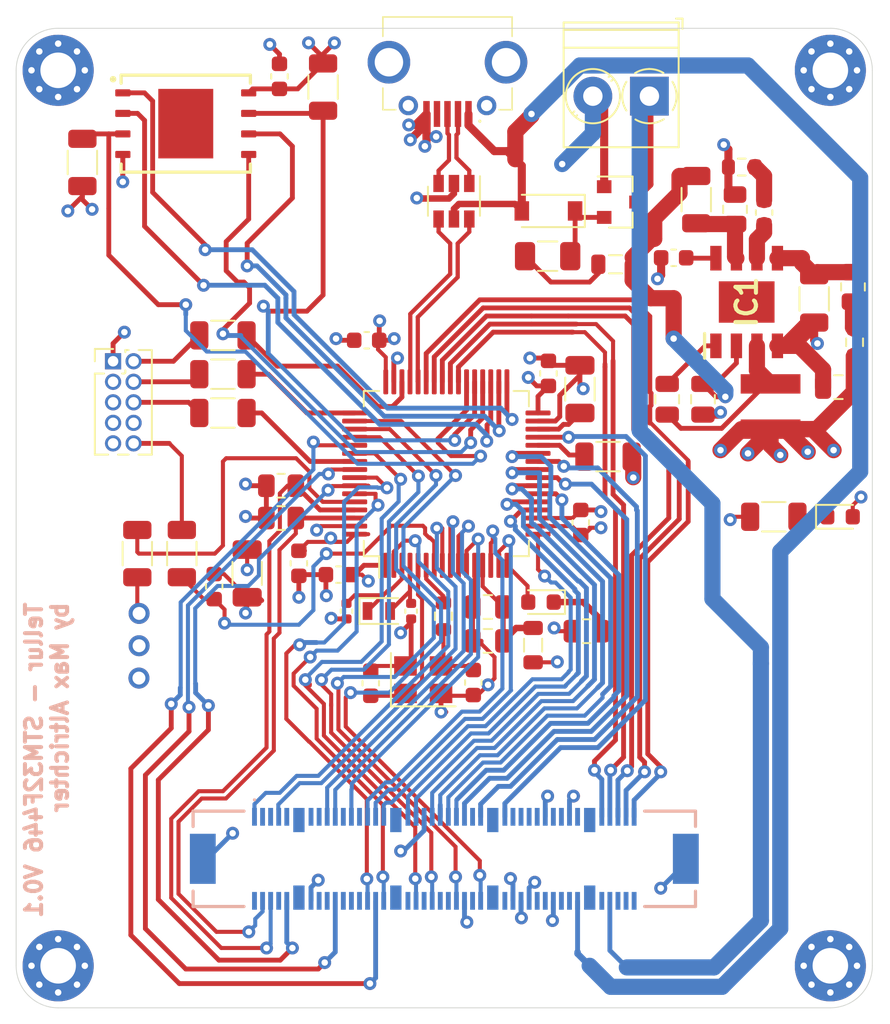
<source format=kicad_pcb>
(kicad_pcb (version 20171130) (host pcbnew "(5.1.10)-1")
  (layers (0 F.Cu signal) (1 In1.Cu signal) (2 In2.Cu signal) (31 B.Cu signal) (34 B.Paste user) (35 F.Paste user) (36 B.SilkS user) (37 F.SilkS user) (38 B.Mask user) (39 F.Mask user) (44 Edge.Cuts user))
  (net 0 "")
  (net 1 "Net-(J2-Pad2)")
  (net 2 "Net-(J2-Pad3)")
  (net 3 "Net-(J2-Pad5)")
  (net 4 "Net-(J2-Pad9)")
  (net 5 "Net-(J2-Pad11)")
  (net 6 "Net-(J2-Pad13)")
  (net 7 "Net-(J2-Pad14)")
  (net 8 "Net-(J2-Pad16)")
  (net 9 "Net-(J2-Pad19)")
  (net 10 "Net-(J2-Pad20)")
  (net 11 "Net-(J2-Pad22)")
  (net 12 "Net-(J2-Pad23)")
  (net 13 "Net-(J2-Pad24)")
  (net 14 "Net-(J2-Pad42)")
  (net 15 "Net-(J2-Pad47)")
  (net 16 "Net-(J2-Pad48)")
  (net 17 "Net-(J2-Pad52)")
  (net 18 "Net-(J2-Pad53)")
  (net 19 "Net-(J2-Pad55)")
  (net 20 "Net-(J2-Pad57)")
  (net 21 "Net-(J2-Pad59)")
  (net 22 "Net-(J2-Pad60)")
  (net 23 "Net-(J2-Pad62)")
  (net 24 "Net-(J2-Pad63)")
  (net 25 "Net-(J2-Pad65)")
  (net 26 "Net-(J2-Pad66)")
  (net 27 "Net-(J2-Pad68)")
  (net 28 "Net-(J2-Pad69)")
  (net 29 "Net-(J2-Pad72)")
  (net 30 "Net-(J2-Pad76)")
  (net 31 "Net-(J2-Pad78)")
  (net 32 "Net-(J2-Pad80)")
  (net 33 "Net-(J2-Pad81)")
  (net 34 "Net-(J2-Pad82)")
  (net 35 "Net-(J2-Pad83)")
  (net 36 "Net-(J2-Pad84)")
  (net 37 "Net-(J2-Pad85)")
  (net 38 "Net-(J2-Pad86)")
  (net 39 "Net-(J2-Pad87)")
  (net 40 "Net-(J2-Pad88)")
  (net 41 GND)
  (net 42 "Net-(IC1-Pad9)")
  (net 43 +3V3)
  (net 44 /BOOT0)
  (net 45 "Net-(C4-Pad1)")
  (net 46 /LED_STATUS)
  (net 47 +3.3VA)
  (net 48 /HSE_OUT)
  (net 49 /HSE_IN)
  (net 50 /OSC32_OUT)
  (net 51 /OSC32_IN)
  (net 52 "Net-(F1-Pad1)")
  (net 53 +5V)
  (net 54 "Net-(D2-Pad1)")
  (net 55 /power/BS)
  (net 56 /power/IN)
  (net 57 /power/SW)
  (net 58 /power/FB)
  (net 59 /power/COMP)
  (net 60 /power/EN)
  (net 61 /power/SS)
  (net 62 PA15)
  (net 63 PC10)
  (net 64 PC11)
  (net 65 PC12)
  (net 66 PD2)
  (net 67 PB4)
  (net 68 PB5)
  (net 69 PB6)
  (net 70 PB7)
  (net 71 I2C1_SCL)
  (net 72 I2C1_SDA)
  (net 73 PC13)
  (net 74 PC0)
  (net 75 PC1)
  (net 76 PC2)
  (net 77 PC3)
  (net 78 PA0)
  (net 79 PA1)
  (net 80 PA3)
  (net 81 PA4)
  (net 82 PA5)
  (net 83 PA6)
  (net 84 PA7)
  (net 85 PC4)
  (net 86 PC5)
  (net 87 PB0)
  (net 88 PB1)
  (net 89 PB10)
  (net 90 PC8)
  (net 91 PC9)
  (net 92 PA8)
  (net 93 PA9)
  (net 94 PA10)
  (net 95 USB_CONN_D-)
  (net 96 USB_CONN_D+)
  (net 97 "Net-(J3-Pad4)")
  (net 98 "Net-(J3-Pad6)")
  (net 99 "Net-(J3-Pad7)")
  (net 100 "Net-(J3-Pad8)")
  (net 101 "Net-(J3-Pad9)")
  (net 102 SWO)
  (net 103 SWCLK)
  (net 104 SWDIO)
  (net 105 USB_D+)
  (net 106 USB_D-)
  (net 107 FLASH_!WP)
  (net 108 FLASH_!HOLD)
  (net 109 SPI2_MOSI)
  (net 110 SPI2_MISO)
  (net 111 SPI2_SCK)
  (net 112 SPI2_!CS)
  (net 113 "Net-(R4-Pad1)")
  (net 114 NRST)
  (net 115 "Net-(C12-Pad1)")
  (net 116 "Net-(C16-Pad2)")
  (net 117 "Net-(D1-Pad1)")
  (net 118 "Net-(D3-Pad1)")
  (net 119 VCC)
  (net 120 "Net-(J4-Pad10)")
  (net 121 "Net-(J4-Pad8)")
  (net 122 "Net-(J4-Pad7)")
  (net 123 "Net-(J4-Pad6)")
  (net 124 "Net-(J4-Pad4)")
  (net 125 "Net-(J4-Pad2)")
  (net 126 "Net-(R1-Pad1)")
  (net 127 "Net-(R15-Pad2)")
  (net 128 "Net-(J2-Pad36)")
  (net 129 "Net-(J2-Pad40)")
  (net 130 "Net-(J2-Pad32)")
  (net 131 "Net-(J2-Pad8)")
  (module Resistor_SMD:R_1206_3216Metric (layer F.Cu) (at 115.7 70.5 270)
    (fp_text reference R19)
    (fp_text value 10k)
    (pad 2 smd roundrect (at 1.4625 0 270) (size 1.125 1.75) (layers F.Cu F.Paste F.Mask) (roundrect_rratio 0.2222213333333333) (net 43 +3V3))
    (pad 1 smd roundrect (at -1.4625 0 270) (size 1.125 1.75) (layers F.Cu F.Paste F.Mask) (roundrect_rratio 0.2222213333333333) (net 107 FLASH_!WP))
  )
  (module Resistor_SMD:R_1206_3216Metric (layer F.Cu) (at 130.6 65.8375 90)
    (fp_text reference R18)
    (fp_text value 10k)
    (pad 2 smd roundrect (at 1.4625 0 90) (size 1.125 1.75) (layers F.Cu F.Paste F.Mask) (roundrect_rratio 0.2222213333333333) (net 43 +3V3))
    (pad 1 smd roundrect (at -1.4625 0 90) (size 1.125 1.75) (layers F.Cu F.Paste F.Mask) (roundrect_rratio 0.2222213333333333) (net 108 FLASH_!HOLD))
  )
  (module Capacitor_SMD:C_0603_1608Metric (layer F.Cu) (at 127.9 65.175 90)
    (fp_text reference C20)
    (fp_text value 100n)
    (pad 2 smd roundrect (at 0.775 0 90) (size 0.9 0.95) (layers F.Cu F.Paste F.Mask) (net 41 GND))
    (pad 1 smd roundrect (at -0.775 0 90) (size 0.9 0.95) (layers F.Cu F.Paste F.Mask) (net 43 +3V3))
  )
  (module max_KiCAD_lib:SON127P800X600X80-9N (layer F.Cu) (at 122.1 68.1)
    (fp_text reference U3)
    (fp_text value W25N01GVZEIG_TR)
    (pad 2 smd roundrect (at -3.895 -0.635) (size 0.94 0.44) (layers F.Cu F.Paste F.Mask) (roundrect_rratio 0.15) (net 110 SPI2_MISO))
    (pad 3 smd roundrect (at -3.895 0.635) (size 0.94 0.44) (layers F.Cu F.Paste F.Mask) (roundrect_rratio 0.15) (net 107 FLASH_!WP))
    (pad 4 smd roundrect (at -3.895 1.905) (size 0.94 0.44) (layers F.Cu F.Paste F.Mask) (roundrect_rratio 0.15) (net 41 GND))
    (pad 1 smd roundrect (at -3.895 -1.905) (size 0.94 0.44) (layers F.Cu F.Paste F.Mask) (roundrect_rratio 0.15) (net 112 SPI2_!CS))
    (pad 7 smd roundrect (at 3.895 -0.635) (size 0.94 0.44) (layers F.Cu F.Paste F.Mask) (roundrect_rratio 0.15) (net 108 FLASH_!HOLD))
    (pad 6 smd roundrect (at 3.895 0.635) (size 0.94 0.44) (layers F.Cu F.Paste F.Mask) (roundrect_rratio 0.15) (net 111 SPI2_SCK))
    (pad 5 smd roundrect (at 3.895 1.905) (size 0.94 0.44) (layers F.Cu F.Paste F.Mask) (roundrect_rratio 0.15) (net 109 SPI2_MOSI))
    (pad 8 smd roundrect (at 3.895 -1.905) (size 0.94 0.44) (layers F.Cu F.Paste F.Mask) (roundrect_rratio 0.15) (net 43 +3V3))
    (pad 9 smd rect (at 0 0) (size 3.4 4.3) (layers F.Cu F.Mask))
  )
  (module max_KiCAD_lib:SPDT_Slide_Switches (layer F.Cu) (at 119.2 102.4 90)
    (fp_text reference SW1)
    (fp_text value SW_SPDT)
    (pad "" np_thru_hole circle (at -2.15 -2.1 90) (size 0.8 0.8) (drill 0.8) (layers *.Cu *.Mask))
    (pad "" np_thru_hole circle (at 4.15 -2.11 90) (size 0.8 0.8) (drill 0.8) (layers *.Cu *.Mask))
    (pad 3 thru_hole circle (at 2 0.01 90) (size 1.3 1.3) (drill 0.8) (layers *.Cu *.Mask) (net 41 GND))
    (pad 2 thru_hole circle (at 4 0.01 90) (size 1.3 1.3) (drill 0.8) (layers *.Cu *.Mask) (net 126 "Net-(R1-Pad1)"))
    (pad 1 thru_hole circle (at 0 0 90) (size 1.3 1.3) (drill 0.8) (layers *.Cu *.Mask) (net 43 +3V3))
  )
  (module Crystal:Crystal_SMD_2012-2Pin_2.0x1.2mm (layer F.Cu) (at 134.05 98.25)
    (fp_text reference Y2)
    (fp_text value 32.768kHz)
    (pad 2 smd rect (at 0.7 0) (size 0.6 1.1) (layers F.Cu F.Paste F.Mask) (net 50 /OSC32_OUT))
    (pad 1 smd rect (at -0.7 0) (size 0.6 1.1) (layers F.Cu F.Paste F.Mask) (net 51 /OSC32_IN))
  )
  (module Crystal:Crystal_SMD_3225-4Pin_3.2x2.5mm (layer F.Cu) (at 136.8 102.5)
    (fp_text reference Y1)
    (fp_text value 16MHz)
    (pad 4 smd rect (at -1.1 -0.85) (size 1.4 1.2) (layers F.Cu F.Paste F.Mask) (net 41 GND))
    (pad 3 smd rect (at 1.1 -0.85) (size 1.4 1.2) (layers F.Cu F.Paste F.Mask) (net 115 "Net-(C12-Pad1)"))
    (pad 2 smd rect (at 1.1 0.85) (size 1.4 1.2) (layers F.Cu F.Paste F.Mask) (net 41 GND))
    (pad 1 smd rect (at -1.1 0.85) (size 1.4 1.2) (layers F.Cu F.Paste F.Mask) (net 49 /HSE_IN))
  )
  (module Resistor_SMD:R_0603_1608Metric (layer F.Cu) (at 156.515 70.785 180)
    (fp_text reference R13)
    (fp_text value 5.6k)
    (pad 2 smd roundrect (at 0.825 0 180) (size 0.8 0.95) (layers F.Cu F.Paste F.Mask) (net 41 GND))
    (pad 1 smd roundrect (at -0.825 0 180) (size 0.8 0.95) (layers F.Cu F.Paste F.Mask) (net 116 "Net-(C16-Pad2)"))
  )
  (module Resistor_SMD:R_0805_2012Metric (layer F.Cu) (at 156.1 73.4 90)
    (fp_text reference R12)
    (fp_text value 68k)
    (pad 2 smd roundrect (at 0.9125 0 90) (size 1.025 1.4) (layers F.Cu F.Paste F.Mask) (roundrect_rratio 0.2439014634146341) (net 41 GND))
    (pad 1 smd roundrect (at -0.9125 0 90) (size 1.025 1.4) (layers F.Cu F.Paste F.Mask) (roundrect_rratio 0.2439014634146341) (net 60 /power/EN))
  )
  (module Resistor_SMD:R_1206_3216Metric (layer F.Cu) (at 121.855 94.6975 270)
    (fp_text reference R10)
    (fp_text value 22)
    (pad 2 smd roundrect (at 1.4625 0 270) (size 1.125 1.75) (layers F.Cu F.Paste F.Mask) (roundrect_rratio 0.2222213333333333) (net 114 NRST))
    (pad 1 smd roundrect (at -1.4625 0 270) (size 1.125 1.75) (layers F.Cu F.Paste F.Mask) (roundrect_rratio 0.2222213333333333) (net 120 "Net-(J4-Pad10)"))
  )
  (module Resistor_SMD:R_1206_3216Metric (layer F.Cu) (at 124.4 86)
    (fp_text reference R9)
    (fp_text value 22)
    (pad 2 smd roundrect (at 1.4625 0) (size 1.125 1.75) (layers F.Cu F.Paste F.Mask) (roundrect_rratio 0.2222213333333333) (net 102 SWO))
    (pad 1 smd roundrect (at -1.4625 0) (size 1.125 1.75) (layers F.Cu F.Paste F.Mask) (roundrect_rratio 0.2222213333333333) (net 123 "Net-(J4-Pad6)"))
  )
  (module Resistor_SMD:R_1206_3216Metric (layer F.Cu) (at 124.4 83.6)
    (fp_text reference R8)
    (fp_text value 22)
    (pad 2 smd roundrect (at 1.4625 0) (size 1.125 1.75) (layers F.Cu F.Paste F.Mask) (roundrect_rratio 0.2222213333333333) (net 103 SWCLK))
    (pad 1 smd roundrect (at -1.4625 0) (size 1.125 1.75) (layers F.Cu F.Paste F.Mask) (roundrect_rratio 0.2222213333333333) (net 124 "Net-(J4-Pad4)"))
  )
  (module Resistor_SMD:R_1206_3216Metric (layer F.Cu) (at 124.4 81.2)
    (fp_text reference R7)
    (fp_text value 22)
    (pad 2 smd roundrect (at 1.4625 0) (size 1.125 1.75) (layers F.Cu F.Paste F.Mask) (roundrect_rratio 0.2222213333333333) (net 104 SWDIO))
    (pad 1 smd roundrect (at -1.4625 0) (size 1.125 1.75) (layers F.Cu F.Paste F.Mask) (roundrect_rratio 0.2222213333333333) (net 125 "Net-(J4-Pad2)"))
  )
  (module Resistor_SMD:R_0805_2012Metric (layer F.Cu) (at 128 92.5 180)
    (fp_text reference R6)
    (fp_text value 2.2k)
    (pad 2 smd roundrect (at 0.9125 0 180) (size 1.025 1.4) (layers F.Cu F.Paste F.Mask) (roundrect_rratio 0.2439014634146341) (net 41 GND))
    (pad 1 smd roundrect (at -0.9125 0 180) (size 1.025 1.4) (layers F.Cu F.Paste F.Mask) (roundrect_rratio 0.2439014634146341) (net 72 I2C1_SDA))
  )
  (module Resistor_SMD:R_0805_2012Metric (layer F.Cu) (at 128 90.5 180)
    (fp_text reference R5)
    (fp_text value 2.2k)
    (pad 2 smd roundrect (at 0.9125 0 180) (size 1.025 1.4) (layers F.Cu F.Paste F.Mask) (roundrect_rratio 0.2439014634146341) (net 41 GND))
    (pad 1 smd roundrect (at -0.9125 0 180) (size 1.025 1.4) (layers F.Cu F.Paste F.Mask) (roundrect_rratio 0.2439014634146341) (net 71 I2C1_SCL))
  )
  (module Resistor_SMD:R_0603_1608Metric (layer F.Cu) (at 138.05 98.575 270)
    (fp_text reference R3)
    (fp_text value 47)
    (pad 2 smd roundrect (at 0.825 0 270) (size 0.8 0.95) (layers F.Cu F.Paste F.Mask) (net 115 "Net-(C12-Pad1)"))
    (pad 1 smd roundrect (at -0.825 0 270) (size 0.8 0.95) (layers F.Cu F.Paste F.Mask) (net 48 /HSE_OUT))
  )
  (module Resistor_SMD:R_0805_2012Metric (layer F.Cu) (at 146.9125 99.5 180)
    (fp_text reference R2)
    (fp_text value 1.5k)
    (pad 2 smd roundrect (at 0.9125 0 180) (size 1.025 1.4) (layers F.Cu F.Paste F.Mask) (roundrect_rratio 0.2439014634146341) (net 41 GND))
    (pad 1 smd roundrect (at -0.9125 0 180) (size 1.025 1.4) (layers F.Cu F.Paste F.Mask) (roundrect_rratio 0.2439014634146341) (net 117 "Net-(D1-Pad1)"))
  )
  (module Connector_PinHeader_1.27mm:PinHeader_2x05_P1.27mm_Vertical (layer F.Cu) (at 117.6 82.8)
    (fp_text reference J4)
    (fp_text value SWD)
    (pad 10 thru_hole oval (at 1.27 5.08) (size 1 1) (drill 0.65) (layers *.Cu *.Mask) (net 120 "Net-(J4-Pad10)"))
    (pad 9 thru_hole oval (at 0 5.08) (size 1 1) (drill 0.65) (layers *.Cu *.Mask) (net 41 GND))
    (pad 8 thru_hole oval (at 1.27 3.81) (size 1 1) (drill 0.65) (layers *.Cu *.Mask) (net 121 "Net-(J4-Pad8)"))
    (pad 7 thru_hole oval (at 0 3.81) (size 1 1) (drill 0.65) (layers *.Cu *.Mask) (net 122 "Net-(J4-Pad7)"))
    (pad 6 thru_hole oval (at 1.27 2.54) (size 1 1) (drill 0.65) (layers *.Cu *.Mask) (net 123 "Net-(J4-Pad6)"))
    (pad 5 thru_hole oval (at 0 2.54) (size 1 1) (drill 0.65) (layers *.Cu *.Mask) (net 41 GND))
    (pad 4 thru_hole oval (at 1.27 1.27) (size 1 1) (drill 0.65) (layers *.Cu *.Mask) (net 124 "Net-(J4-Pad4)"))
    (pad 3 thru_hole oval (at 0 1.27) (size 1 1) (drill 0.65) (layers *.Cu *.Mask) (net 41 GND))
    (pad 2 thru_hole oval (at 1.27 0) (size 1 1) (drill 0.65) (layers *.Cu *.Mask) (net 125 "Net-(J4-Pad2)"))
    (pad 1 thru_hole rect (at 0 0) (size 1 1) (drill 0.65) (layers *.Cu *.Mask) (net 43 +3V3))
  )
  (module max_KiCAD_lib:LVS505020-150M-N (layer F.Cu) (at 158.3 85.6 270)
    (fp_text reference L1)
    (fp_text value 15u)
    (pad 2 smd rect (at 1.4 0) (size 3.7 1.2) (layers F.Cu F.Paste F.Mask) (net 43 +3V3))
    (pad 1 smd rect (at -1.4 0) (size 3.7 1.2) (layers F.Cu F.Paste F.Mask) (net 57 /power/SW))
  )
  (module Resistor_SMD:R_0805_2012Metric (layer F.Cu) (at 163.4 78.2 90)
    (fp_text reference R17)
    (fp_text value 30k)
    (pad 2 smd roundrect (at 0.9125 0 90) (size 1.025 1.4) (layers F.Cu F.Paste F.Mask) (roundrect_rratio 0.2439014634146341) (net 58 /power/FB))
    (pad 1 smd roundrect (at -0.9125 0 90) (size 1.025 1.4) (layers F.Cu F.Paste F.Mask) (roundrect_rratio 0.2439014634146341) (net 127 "Net-(R15-Pad2)"))
  )
  (module Resistor_SMD:R_1206_3216Metric (layer F.Cu) (at 158.5 92.42 180)
    (fp_text reference R16)
    (fp_text value 1k)
    (pad 2 smd roundrect (at 1.4625 0 180) (size 1.125 1.75) (layers F.Cu F.Paste F.Mask) (roundrect_rratio 0.2222213333333333) (net 41 GND))
    (pad 1 smd roundrect (at -1.4625 0 180) (size 1.125 1.75) (layers F.Cu F.Paste F.Mask) (roundrect_rratio 0.2222213333333333) (net 118 "Net-(D3-Pad1)"))
  )
  (module Resistor_SMD:R_0603_1608Metric (layer F.Cu) (at 163.5 81.625 90)
    (fp_text reference R15)
    (fp_text value 2.4k)
    (pad 2 smd roundrect (at 0.825 0 90) (size 0.8 0.95) (layers F.Cu F.Paste F.Mask) (net 127 "Net-(R15-Pad2)"))
    (pad 1 smd roundrect (at -0.825 0 90) (size 0.8 0.95) (layers F.Cu F.Paste F.Mask) (net 43 +3V3))
  )
  (module Resistor_SMD:R_1206_3216Metric (layer F.Cu) (at 161 78.9425 270)
    (fp_text reference R14)
    (fp_text value 10k)
    (pad 2 smd roundrect (at 1.4625 0 270) (size 1.125 1.75) (layers F.Cu F.Paste F.Mask) (roundrect_rratio 0.2222213333333333) (net 41 GND))
    (pad 1 smd roundrect (at -1.4625 0 270) (size 1.125 1.75) (layers F.Cu F.Paste F.Mask) (roundrect_rratio 0.2222213333333333) (net 58 /power/FB))
  )
  (module Resistor_SMD:R_1206_3216Metric (layer F.Cu) (at 153.7 72.8 270)
    (fp_text reference R11)
    (fp_text value 100k)
    (pad 2 smd roundrect (at 1.4625 0 270) (size 1.125 1.75) (layers F.Cu F.Paste F.Mask) (roundrect_rratio 0.2222213333333333) (net 60 /power/EN))
    (pad 1 smd roundrect (at -1.4625 0 270) (size 1.125 1.75) (layers F.Cu F.Paste F.Mask) (roundrect_rratio 0.2222213333333333) (net 56 /power/IN))
  )
  (module Resistor_SMD:R_1206_3216Metric (layer F.Cu) (at 148.2375 88.7)
    (fp_text reference R4)
    (fp_text value 10k)
    (pad 2 smd roundrect (at 1.4625 0) (size 1.125 1.75) (layers F.Cu F.Paste F.Mask) (roundrect_rratio 0.2222213333333333) (net 41 GND))
    (pad 1 smd roundrect (at -1.4625 0) (size 1.125 1.75) (layers F.Cu F.Paste F.Mask) (roundrect_rratio 0.2222213333333333) (net 113 "Net-(R4-Pad1)"))
  )
  (module Resistor_SMD:R_1206_3216Metric (layer F.Cu) (at 119.1 94.7 90)
    (fp_text reference R1)
    (fp_text value 10k)
    (pad 2 smd roundrect (at 1.4625 0 90) (size 1.125 1.75) (layers F.Cu F.Paste F.Mask) (roundrect_rratio 0.2222213333333333) (net 44 /BOOT0))
    (pad 1 smd roundrect (at -1.4625 0 90) (size 1.125 1.75) (layers F.Cu F.Paste F.Mask) (roundrect_rratio 0.2222213333333333) (net 126 "Net-(R1-Pad1)"))
  )
  (module TerminalBlock_Phoenix:TerminalBlock_Phoenix_PT-1,5-2-3.5-H_1x02_P3.50mm_Horizontal (layer F.Cu) (at 150.8 66.4 180)
    (fp_text reference J1)
    (fp_text value POWER)
    (pad 2 thru_hole circle (at 3.5 0 180) (size 2.4 2.4) (drill 1.2) (layers *.Cu *.Mask) (net 41 GND))
    (pad 1 thru_hole rect (at 0 0 180) (size 2.4 2.4) (drill 1.2) (layers *.Cu *.Mask) (net 119 VCC))
  )
  (module MountingHole:MountingHole_2.2mm_M2_Pad_Via (layer F.Cu) (at 114.2 120.2)
    (fp_text reference H4)
    (fp_text value MountingHole_Pad)
    (pad 1 thru_hole circle (at 1.166726 -1.166726) (size 0.7 0.7) (drill 0.4) (layers *.Cu *.Mask) (net 41 GND))
    (pad 1 thru_hole circle (at 0 -1.65) (size 0.7 0.7) (drill 0.4) (layers *.Cu *.Mask) (net 41 GND))
    (pad 1 thru_hole circle (at -1.166726 -1.166726) (size 0.7 0.7) (drill 0.4) (layers *.Cu *.Mask) (net 41 GND))
    (pad 1 thru_hole circle (at -1.65 0) (size 0.7 0.7) (drill 0.4) (layers *.Cu *.Mask) (net 41 GND))
    (pad 1 thru_hole circle (at -1.166726 1.166726) (size 0.7 0.7) (drill 0.4) (layers *.Cu *.Mask) (net 41 GND))
    (pad 1 thru_hole circle (at 0 1.65) (size 0.7 0.7) (drill 0.4) (layers *.Cu *.Mask) (net 41 GND))
    (pad 1 thru_hole circle (at 1.166726 1.166726) (size 0.7 0.7) (drill 0.4) (layers *.Cu *.Mask) (net 41 GND))
    (pad 1 thru_hole circle (at 1.65 0) (size 0.7 0.7) (drill 0.4) (layers *.Cu *.Mask) (net 41 GND))
    (pad 1 thru_hole circle (at 0 0) (size 4.4 4.4) (drill 2.2) (layers *.Cu *.Mask) (net 41 GND))
  )
  (module MountingHole:MountingHole_2.2mm_M2_Pad_Via (layer F.Cu) (at 162 120.2)
    (fp_text reference H3)
    (fp_text value MountingHole_Pad)
    (pad 1 thru_hole circle (at 1.166726 -1.166726) (size 0.7 0.7) (drill 0.4) (layers *.Cu *.Mask) (net 41 GND))
    (pad 1 thru_hole circle (at 0 -1.65) (size 0.7 0.7) (drill 0.4) (layers *.Cu *.Mask) (net 41 GND))
    (pad 1 thru_hole circle (at -1.166726 -1.166726) (size 0.7 0.7) (drill 0.4) (layers *.Cu *.Mask) (net 41 GND))
    (pad 1 thru_hole circle (at -1.65 0) (size 0.7 0.7) (drill 0.4) (layers *.Cu *.Mask) (net 41 GND))
    (pad 1 thru_hole circle (at -1.166726 1.166726) (size 0.7 0.7) (drill 0.4) (layers *.Cu *.Mask) (net 41 GND))
    (pad 1 thru_hole circle (at 0 1.65) (size 0.7 0.7) (drill 0.4) (layers *.Cu *.Mask) (net 41 GND))
    (pad 1 thru_hole circle (at 1.166726 1.166726) (size 0.7 0.7) (drill 0.4) (layers *.Cu *.Mask) (net 41 GND))
    (pad 1 thru_hole circle (at 1.65 0) (size 0.7 0.7) (drill 0.4) (layers *.Cu *.Mask) (net 41 GND))
    (pad 1 thru_hole circle (at 0 0) (size 4.4 4.4) (drill 2.2) (layers *.Cu *.Mask) (net 41 GND))
  )
  (module MountingHole:MountingHole_2.2mm_M2_Pad_Via (layer F.Cu) (at 114.2 64.8)
    (fp_text reference H2)
    (fp_text value MountingHole_Pad)
    (pad 1 thru_hole circle (at 1.166726 -1.166726) (size 0.7 0.7) (drill 0.4) (layers *.Cu *.Mask) (net 41 GND))
    (pad 1 thru_hole circle (at 0 -1.65) (size 0.7 0.7) (drill 0.4) (layers *.Cu *.Mask) (net 41 GND))
    (pad 1 thru_hole circle (at -1.166726 -1.166726) (size 0.7 0.7) (drill 0.4) (layers *.Cu *.Mask) (net 41 GND))
    (pad 1 thru_hole circle (at -1.65 0) (size 0.7 0.7) (drill 0.4) (layers *.Cu *.Mask) (net 41 GND))
    (pad 1 thru_hole circle (at -1.166726 1.166726) (size 0.7 0.7) (drill 0.4) (layers *.Cu *.Mask) (net 41 GND))
    (pad 1 thru_hole circle (at 0 1.65) (size 0.7 0.7) (drill 0.4) (layers *.Cu *.Mask) (net 41 GND))
    (pad 1 thru_hole circle (at 1.166726 1.166726) (size 0.7 0.7) (drill 0.4) (layers *.Cu *.Mask) (net 41 GND))
    (pad 1 thru_hole circle (at 1.65 0) (size 0.7 0.7) (drill 0.4) (layers *.Cu *.Mask) (net 41 GND))
    (pad 1 thru_hole circle (at 0 0) (size 4.4 4.4) (drill 2.2) (layers *.Cu *.Mask) (net 41 GND))
  )
  (module MountingHole:MountingHole_2.2mm_M2_Pad_Via (layer F.Cu) (at 162 64.8)
    (fp_text reference H1)
    (fp_text value MountingHole_Pad)
    (pad 1 thru_hole circle (at 1.166726 -1.166726) (size 0.7 0.7) (drill 0.4) (layers *.Cu *.Mask) (net 41 GND))
    (pad 1 thru_hole circle (at 0 -1.65) (size 0.7 0.7) (drill 0.4) (layers *.Cu *.Mask) (net 41 GND))
    (pad 1 thru_hole circle (at -1.166726 -1.166726) (size 0.7 0.7) (drill 0.4) (layers *.Cu *.Mask) (net 41 GND))
    (pad 1 thru_hole circle (at -1.65 0) (size 0.7 0.7) (drill 0.4) (layers *.Cu *.Mask) (net 41 GND))
    (pad 1 thru_hole circle (at -1.166726 1.166726) (size 0.7 0.7) (drill 0.4) (layers *.Cu *.Mask) (net 41 GND))
    (pad 1 thru_hole circle (at 0 1.65) (size 0.7 0.7) (drill 0.4) (layers *.Cu *.Mask) (net 41 GND))
    (pad 1 thru_hole circle (at 1.166726 1.166726) (size 0.7 0.7) (drill 0.4) (layers *.Cu *.Mask) (net 41 GND))
    (pad 1 thru_hole circle (at 1.65 0) (size 0.7 0.7) (drill 0.4) (layers *.Cu *.Mask) (net 41 GND))
    (pad 1 thru_hole circle (at 0 0) (size 4.4 4.4) (drill 2.2) (layers *.Cu *.Mask) (net 41 GND))
  )
  (module Inductor_SMD:L_0805_2012Metric (layer F.Cu) (at 143.6 100.3625 270)
    (fp_text reference FB2)
    (fp_text value "600 @ 600MHz")
    (pad 2 smd roundrect (at 1.0625 0 270) (size 0.875 1.2) (layers F.Cu F.Paste F.Mask) (net 43 +3V3))
    (pad 1 smd roundrect (at -1.0625 0 270) (size 0.875 1.2) (layers F.Cu F.Paste F.Mask) (net 47 +3.3VA))
  )
  (module Inductor_SMD:L_0805_2012Metric (layer F.Cu) (at 148.7 76.8 180)
    (fp_text reference FB1)
    (fp_text value "600 @ 600MHz")
    (pad 2 smd roundrect (at 1.0625 0 180) (size 0.875 1.2) (layers F.Cu F.Paste F.Mask) (net 52 "Net-(F1-Pad1)"))
    (pad 1 smd roundrect (at -1.0625 0 180) (size 0.875 1.2) (layers F.Cu F.Paste F.Mask) (net 56 /power/IN))
  )
  (module Fuse:Fuse_1206_3216Metric (layer F.Cu) (at 144.5 76.3)
    (fp_text reference F1)
    (fp_text value 290mA)
    (pad 2 smd roundrect (at 1.4 0) (size 1.25 1.75) (layers F.Cu F.Paste F.Mask) (roundrect_rratio 0.2) (net 54 "Net-(D2-Pad1)"))
    (pad 1 smd roundrect (at -1.4 0) (size 1.25 1.75) (layers F.Cu F.Paste F.Mask) (roundrect_rratio 0.2) (net 52 "Net-(F1-Pad1)"))
  )
  (module LED_SMD:LED_0603_1608Metric (layer F.Cu) (at 162.6 92.42)
    (fp_text reference D3)
    (fp_text value RED)
    (pad 2 smd roundrect (at 0.7875 0) (size 0.875 0.95) (layers F.Cu F.Paste F.Mask) (net 43 +3V3))
    (pad 1 smd roundrect (at -0.7875 0) (size 0.875 0.95) (layers F.Cu F.Paste F.Mask) (net 118 "Net-(D3-Pad1)"))
  )
  (module Diode_SMD:D_SOD-123 (layer F.Cu) (at 144.55 73.5 180)
    (fp_text reference D2)
    (fp_text value B5819W)
    (pad 2 smd rect (at 1.65 0 180) (size 0.9 1.2) (layers F.Cu F.Paste F.Mask) (net 53 +5V))
    (pad 1 smd rect (at -1.65 0 180) (size 0.9 1.2) (layers F.Cu F.Paste F.Mask) (net 54 "Net-(D2-Pad1)"))
  )
  (module LED_SMD:LED_0603_1608Metric (layer F.Cu) (at 144.0875 97.7 180)
    (fp_text reference D1)
    (fp_text value BLUE)
    (pad 2 smd roundrect (at 0.7875 0 180) (size 0.875 0.95) (layers F.Cu F.Paste F.Mask) (net 46 /LED_STATUS))
    (pad 1 smd roundrect (at -0.7875 0 180) (size 0.875 0.95) (layers F.Cu F.Paste F.Mask) (net 117 "Net-(D1-Pad1)"))
  )
  (module Capacitor_SMD:C_0402_1005Metric (layer F.Cu) (at 136.05 98.26 270)
    (fp_text reference C19)
    (fp_text value 10p)
    (pad 2 smd roundrect (at 0.48 0 270) (size 0.56 0.62) (layers F.Cu F.Paste F.Mask) (net 41 GND))
    (pad 1 smd roundrect (at -0.48 0 270) (size 0.56 0.62) (layers F.Cu F.Paste F.Mask) (net 50 /OSC32_OUT))
  )
  (module Capacitor_SMD:C_0402_1005Metric (layer F.Cu) (at 132.05 98.26 270)
    (fp_text reference C18)
    (fp_text value 10p)
    (pad 2 smd roundrect (at 0.48 0 270) (size 0.56 0.62) (layers F.Cu F.Paste F.Mask) (net 41 GND))
    (pad 1 smd roundrect (at -0.48 0 270) (size 0.56 0.62) (layers F.Cu F.Paste F.Mask) (net 51 /OSC32_IN))
  )
  (module Capacitor_SMD:C_0805_2012Metric (layer F.Cu) (at 162.5 84.4 180)
    (fp_text reference C17)
    (fp_text value 22u)
    (pad 2 smd roundrect (at 0.95 0 180) (size 1 1.45) (layers F.Cu F.Paste F.Mask) (net 41 GND))
    (pad 1 smd roundrect (at -0.95 0 180) (size 1 1.45) (layers F.Cu F.Paste F.Mask) (net 43 +3V3))
  )
  (module Capacitor_SMD:C_0603_1608Metric (layer F.Cu) (at 157.9 73.6 90)
    (fp_text reference C16)
    (fp_text value 3.3n)
    (pad 2 smd roundrect (at 0.775 0 90) (size 0.9 0.95) (layers F.Cu F.Paste F.Mask) (net 116 "Net-(C16-Pad2)"))
    (pad 1 smd roundrect (at -0.775 0 90) (size 0.9 0.95) (layers F.Cu F.Paste F.Mask) (net 59 /power/COMP))
  )
  (module Capacitor_SMD:C_0603_1608Metric (layer F.Cu) (at 152.3 76.4 180)
    (fp_text reference C15)
    (fp_text value 100n)
    (pad 2 smd roundrect (at 0.775 0 180) (size 0.9 0.95) (layers F.Cu F.Paste F.Mask) (net 41 GND))
    (pad 1 smd roundrect (at -0.775 0 180) (size 0.9 0.95) (layers F.Cu F.Paste F.Mask) (net 61 /power/SS))
  )
  (module Capacitor_SMD:C_0805_2012Metric (layer F.Cu) (at 151.9 85.15 90)
    (fp_text reference C14)
    (fp_text value 10n)
    (pad 2 smd roundrect (at 0.95 0 90) (size 1 1.45) (layers F.Cu F.Paste F.Mask) (net 55 /power/BS))
    (pad 1 smd roundrect (at -0.95 0 90) (size 1 1.45) (layers F.Cu F.Paste F.Mask) (net 57 /power/SW))
  )
  (module Capacitor_SMD:C_0805_2012Metric (layer F.Cu) (at 154.115 85.15 270)
    (fp_text reference C13)
    (fp_text value 10u)
    (pad 2 smd roundrect (at 0.95 0 270) (size 1 1.45) (layers F.Cu F.Paste F.Mask) (net 41 GND))
    (pad 1 smd roundrect (at -0.95 0 270) (size 1 1.45) (layers F.Cu F.Paste F.Mask) (net 56 /power/IN))
  )
  (module Capacitor_SMD:C_0603_1608Metric (layer F.Cu) (at 139.9 102.675 270)
    (fp_text reference C12)
    (fp_text value 12p)
    (pad 2 smd roundrect (at 0.775 0 270) (size 0.9 0.95) (layers F.Cu F.Paste F.Mask) (net 41 GND))
    (pad 1 smd roundrect (at -0.775 0 270) (size 0.9 0.95) (layers F.Cu F.Paste F.Mask) (net 115 "Net-(C12-Pad1)"))
  )
  (module Capacitor_SMD:C_0603_1608Metric (layer F.Cu) (at 123.86 96.74 90)
    (fp_text reference C11)
    (fp_text value 100n)
    (pad 2 smd roundrect (at 0.775 0 90) (size 0.9 0.95) (layers F.Cu F.Paste F.Mask) (net 41 GND))
    (pad 1 smd roundrect (at -0.775 0 90) (size 0.9 0.95) (layers F.Cu F.Paste F.Mask) (net 114 NRST))
  )
  (module Capacitor_SMD:C_0603_1608Metric (layer F.Cu) (at 133.55 102.72 90)
    (fp_text reference C10)
    (fp_text value 12p)
    (pad 2 smd roundrect (at 0.775 0 90) (size 0.9 0.95) (layers F.Cu F.Paste F.Mask) (net 41 GND))
    (pad 1 smd roundrect (at -0.775 0 90) (size 0.9 0.95) (layers F.Cu F.Paste F.Mask) (net 49 /HSE_IN))
  )
  (module Capacitor_SMD:C_0805_2012Metric (layer F.Cu) (at 140.8 98 180)
    (fp_text reference C9)
    (fp_text value 10n)
    (pad 2 smd roundrect (at 0.95 0 180) (size 1 1.45) (layers F.Cu F.Paste F.Mask) (net 41 GND))
    (pad 1 smd roundrect (at -0.95 0 180) (size 1 1.45) (layers F.Cu F.Paste F.Mask) (net 47 +3.3VA))
  )
  (module Capacitor_SMD:C_0805_2012Metric (layer F.Cu) (at 140.8 100.1 180)
    (fp_text reference C8)
    (fp_text value 1u)
    (pad 2 smd roundrect (at 0.95 0 180) (size 1 1.45) (layers F.Cu F.Paste F.Mask) (net 41 GND))
    (pad 1 smd roundrect (at -0.95 0 180) (size 1 1.45) (layers F.Cu F.Paste F.Mask) (net 47 +3.3VA))
  )
  (module Capacitor_SMD:C_0603_1608Metric (layer F.Cu) (at 129.1 95.3 270)
    (fp_text reference C7)
    (fp_text value 100n)
    (pad 2 smd roundrect (at 0.775 0 270) (size 0.9 0.95) (layers F.Cu F.Paste F.Mask) (net 41 GND))
    (pad 1 smd roundrect (at -0.775 0 270) (size 0.9 0.95) (layers F.Cu F.Paste F.Mask) (net 43 +3V3))
  )
  (module Capacitor_SMD:C_0603_1608Metric (layer F.Cu) (at 133.3 81.5 180)
    (fp_text reference C6)
    (fp_text value 100n)
    (pad 2 smd roundrect (at 0.775 0 180) (size 0.9 0.95) (layers F.Cu F.Paste F.Mask) (net 41 GND))
    (pad 1 smd roundrect (at -0.775 0 180) (size 0.9 0.95) (layers F.Cu F.Paste F.Mask) (net 43 +3V3))
  )
  (module Capacitor_SMD:C_0603_1608Metric (layer F.Cu) (at 144.55 83.55 90)
    (fp_text reference C5)
    (fp_text value 100n)
    (pad 2 smd roundrect (at 0.775 0 90) (size 0.9 0.95) (layers F.Cu F.Paste F.Mask) (net 41 GND))
    (pad 1 smd roundrect (at -0.775 0 90) (size 0.9 0.95) (layers F.Cu F.Paste F.Mask) (net 43 +3V3))
  )
  (module Capacitor_SMD:C_1206_3216Metric (layer F.Cu) (at 146.5 84.525 90)
    (fp_text reference C4)
    (fp_text value 4.7u)
    (pad 2 smd roundrect (at 1.475 0 90) (size 1.15 1.8) (layers F.Cu F.Paste F.Mask) (roundrect_rratio 0.2173904347826087) (net 41 GND))
    (pad 1 smd roundrect (at -1.475 0 90) (size 1.15 1.8) (layers F.Cu F.Paste F.Mask) (roundrect_rratio 0.2173904347826087) (net 45 "Net-(C4-Pad1)"))
  )
  (module Capacitor_SMD:C_0603_1608Metric (layer F.Cu) (at 146.55 92.775 270)
    (fp_text reference C3)
    (fp_text value 100n)
    (pad 2 smd roundrect (at 0.775 0 270) (size 0.9 0.95) (layers F.Cu F.Paste F.Mask) (net 41 GND))
    (pad 1 smd roundrect (at -0.775 0 270) (size 0.9 0.95) (layers F.Cu F.Paste F.Mask) (net 43 +3V3))
  )
  (module Capacitor_SMD:C_0603_1608Metric (layer F.Cu) (at 131.55 96 180)
    (fp_text reference C2)
    (fp_text value 100n)
    (pad 2 smd roundrect (at 0.775 0 180) (size 0.9 0.95) (layers F.Cu F.Paste F.Mask) (net 41 GND))
    (pad 1 smd roundrect (at -0.775 0 180) (size 0.9 0.95) (layers F.Cu F.Paste F.Mask) (net 43 +3V3))
  )
  (module Capacitor_SMD:C_1206_3216Metric (layer F.Cu) (at 125.9 95.925 270)
    (fp_text reference C1)
    (fp_text value 4.7u)
    (pad 2 smd roundrect (at 1.475 0 270) (size 1.15 1.8) (layers F.Cu F.Paste F.Mask) (roundrect_rratio 0.2173904347826087) (net 41 GND))
    (pad 1 smd roundrect (at -1.475 0 270) (size 1.15 1.8) (layers F.Cu F.Paste F.Mask) (roundrect_rratio 0.2173904347826087) (net 43 +3V3))
  )
  (module Package_TO_SOT_SMD:SOT-23-6 (layer F.Cu) (at 138.7 72.9 270)
    (fp_text reference U2)
    (fp_text value USBLC6-2SC6)
    (pad 5 smd rect (at 1.1 0 270) (size 1.06 0.65) (layers F.Cu F.Paste F.Mask) (net 53 +5V))
    (pad 6 smd rect (at 1.1 -0.95 270) (size 1.06 0.65) (layers F.Cu F.Paste F.Mask) (net 106 USB_D-))
    (pad 4 smd rect (at 1.1 0.95 270) (size 1.06 0.65) (layers F.Cu F.Paste F.Mask) (net 105 USB_D+))
    (pad 3 smd rect (at -1.1 0.95 270) (size 1.06 0.65) (layers F.Cu F.Paste F.Mask) (net 96 USB_CONN_D+))
    (pad 2 smd rect (at -1.1 0 270) (size 1.06 0.65) (layers F.Cu F.Paste F.Mask) (net 41 GND))
    (pad 1 smd rect (at -1.1 -0.95 270) (size 1.06 0.65) (layers F.Cu F.Paste F.Mask) (net 95 USB_CONN_D-))
  )
  (module Package_QFP:LQFP-64_10x10mm_P0.5mm (layer F.Cu) (at 138.23 89.7485 90)
    (fp_text reference U1)
    (fp_text value STM32F446RETx)
    (pad 64 smd roundrect (at -3.75 -5.675 90) (size 0.3 1.55) (layers F.Cu F.Paste F.Mask) (net 43 +3V3))
    (pad 63 smd roundrect (at -3.25 -5.675 90) (size 0.3 1.55) (layers F.Cu F.Paste F.Mask) (net 41 GND))
    (pad 62 smd roundrect (at -2.75 -5.675 90) (size 0.3 1.55) (layers F.Cu F.Paste F.Mask) (net 72 I2C1_SDA))
    (pad 61 smd roundrect (at -2.25 -5.675 90) (size 0.3 1.55) (layers F.Cu F.Paste F.Mask) (net 71 I2C1_SCL))
    (pad 60 smd roundrect (at -1.75 -5.675 90) (size 0.3 1.55) (layers F.Cu F.Paste F.Mask) (net 44 /BOOT0))
    (pad 59 smd roundrect (at -1.25 -5.675 90) (size 0.3 1.55) (layers F.Cu F.Paste F.Mask) (net 70 PB7))
    (pad 58 smd roundrect (at -0.75 -5.675 90) (size 0.3 1.55) (layers F.Cu F.Paste F.Mask) (net 69 PB6))
    (pad 57 smd roundrect (at -0.25 -5.675 90) (size 0.3 1.55) (layers F.Cu F.Paste F.Mask) (net 68 PB5))
    (pad 56 smd roundrect (at 0.25 -5.675 90) (size 0.3 1.55) (layers F.Cu F.Paste F.Mask) (net 67 PB4))
    (pad 55 smd roundrect (at 0.75 -5.675 90) (size 0.3 1.55) (layers F.Cu F.Paste F.Mask) (net 102 SWO))
    (pad 54 smd roundrect (at 1.25 -5.675 90) (size 0.3 1.55) (layers F.Cu F.Paste F.Mask) (net 66 PD2))
    (pad 53 smd roundrect (at 1.75 -5.675 90) (size 0.3 1.55) (layers F.Cu F.Paste F.Mask) (net 65 PC12))
    (pad 52 smd roundrect (at 2.25 -5.675 90) (size 0.3 1.55) (layers F.Cu F.Paste F.Mask) (net 64 PC11))
    (pad 51 smd roundrect (at 2.75 -5.675 90) (size 0.3 1.55) (layers F.Cu F.Paste F.Mask) (net 63 PC10))
    (pad 50 smd roundrect (at 3.25 -5.675 90) (size 0.3 1.55) (layers F.Cu F.Paste F.Mask) (net 62 PA15))
    (pad 49 smd roundrect (at 3.75 -5.675 90) (size 0.3 1.55) (layers F.Cu F.Paste F.Mask) (net 103 SWCLK))
    (pad 48 smd roundrect (at 5.675 -3.75 90) (size 1.55 0.3) (layers F.Cu F.Paste F.Mask) (net 43 +3V3))
    (pad 47 smd roundrect (at 5.675 -3.25 90) (size 1.55 0.3) (layers F.Cu F.Paste F.Mask) (net 41 GND))
    (pad 46 smd roundrect (at 5.675 -2.75 90) (size 1.55 0.3) (layers F.Cu F.Paste F.Mask) (net 104 SWDIO))
    (pad 45 smd roundrect (at 5.675 -2.25 90) (size 1.55 0.3) (layers F.Cu F.Paste F.Mask) (net 105 USB_D+))
    (pad 44 smd roundrect (at 5.675 -1.75 90) (size 1.55 0.3) (layers F.Cu F.Paste F.Mask) (net 106 USB_D-))
    (pad 43 smd roundrect (at 5.675 -1.25 90) (size 1.55 0.3) (layers F.Cu F.Paste F.Mask) (net 94 PA10))
    (pad 42 smd roundrect (at 5.675 -0.75 90) (size 1.55 0.3) (layers F.Cu F.Paste F.Mask) (net 93 PA9))
    (pad 41 smd roundrect (at 5.675 -0.25 90) (size 1.55 0.3) (layers F.Cu F.Paste F.Mask) (net 92 PA8))
    (pad 40 smd roundrect (at 5.675 0.25 90) (size 1.55 0.3) (layers F.Cu F.Paste F.Mask) (net 91 PC9))
    (pad 39 smd roundrect (at 5.675 0.75 90) (size 1.55 0.3) (layers F.Cu F.Paste F.Mask) (net 90 PC8))
    (pad 38 smd roundrect (at 5.675 1.25 90) (size 1.55 0.3) (layers F.Cu F.Paste F.Mask) (net 107 FLASH_!WP))
    (pad 37 smd roundrect (at 5.675 1.75 90) (size 1.55 0.3) (layers F.Cu F.Paste F.Mask) (net 108 FLASH_!HOLD))
    (pad 36 smd roundrect (at 5.675 2.25 90) (size 1.55 0.3) (layers F.Cu F.Paste F.Mask) (net 109 SPI2_MOSI))
    (pad 35 smd roundrect (at 5.675 2.75 90) (size 1.55 0.3) (layers F.Cu F.Paste F.Mask) (net 110 SPI2_MISO))
    (pad 34 smd roundrect (at 5.675 3.25 90) (size 1.55 0.3) (layers F.Cu F.Paste F.Mask) (net 111 SPI2_SCK))
    (pad 33 smd roundrect (at 5.675 3.75 90) (size 1.55 0.3) (layers F.Cu F.Paste F.Mask) (net 112 SPI2_!CS))
    (pad 32 smd roundrect (at 3.75 5.675 90) (size 0.3 1.55) (layers F.Cu F.Paste F.Mask) (net 43 +3V3))
    (pad 31 smd roundrect (at 3.25 5.675 90) (size 0.3 1.55) (layers F.Cu F.Paste F.Mask) (net 41 GND))
    (pad 30 smd roundrect (at 2.75 5.675 90) (size 0.3 1.55) (layers F.Cu F.Paste F.Mask) (net 45 "Net-(C4-Pad1)"))
    (pad 29 smd roundrect (at 2.25 5.675 90) (size 0.3 1.55) (layers F.Cu F.Paste F.Mask) (net 89 PB10))
    (pad 28 smd roundrect (at 1.75 5.675 90) (size 0.3 1.55) (layers F.Cu F.Paste F.Mask) (net 113 "Net-(R4-Pad1)"))
    (pad 27 smd roundrect (at 1.25 5.675 90) (size 0.3 1.55) (layers F.Cu F.Paste F.Mask) (net 88 PB1))
    (pad 26 smd roundrect (at 0.75 5.675 90) (size 0.3 1.55) (layers F.Cu F.Paste F.Mask) (net 87 PB0))
    (pad 25 smd roundrect (at 0.25 5.675 90) (size 0.3 1.55) (layers F.Cu F.Paste F.Mask) (net 86 PC5))
    (pad 24 smd roundrect (at -0.25 5.675 90) (size 0.3 1.55) (layers F.Cu F.Paste F.Mask) (net 85 PC4))
    (pad 23 smd roundrect (at -0.75 5.675 90) (size 0.3 1.55) (layers F.Cu F.Paste F.Mask) (net 84 PA7))
    (pad 22 smd roundrect (at -1.25 5.675 90) (size 0.3 1.55) (layers F.Cu F.Paste F.Mask) (net 83 PA6))
    (pad 21 smd roundrect (at -1.75 5.675 90) (size 0.3 1.55) (layers F.Cu F.Paste F.Mask) (net 82 PA5))
    (pad 20 smd roundrect (at -2.25 5.675 90) (size 0.3 1.55) (layers F.Cu F.Paste F.Mask) (net 81 PA4))
    (pad 19 smd roundrect (at -2.75 5.675 90) (size 0.3 1.55) (layers F.Cu F.Paste F.Mask) (net 43 +3V3))
    (pad 18 smd roundrect (at -3.25 5.675 90) (size 0.3 1.55) (layers F.Cu F.Paste F.Mask) (net 41 GND))
    (pad 17 smd roundrect (at -3.75 5.675 90) (size 0.3 1.55) (layers F.Cu F.Paste F.Mask) (net 80 PA3))
    (pad 16 smd roundrect (at -5.675 3.75 90) (size 1.55 0.3) (layers F.Cu F.Paste F.Mask) (net 46 /LED_STATUS))
    (pad 15 smd roundrect (at -5.675 3.25 90) (size 1.55 0.3) (layers F.Cu F.Paste F.Mask) (net 79 PA1))
    (pad 14 smd roundrect (at -5.675 2.75 90) (size 1.55 0.3) (layers F.Cu F.Paste F.Mask) (net 78 PA0))
    (pad 13 smd roundrect (at -5.675 2.25 90) (size 1.55 0.3) (layers F.Cu F.Paste F.Mask) (net 47 +3.3VA))
    (pad 12 smd roundrect (at -5.675 1.75 90) (size 1.55 0.3) (layers F.Cu F.Paste F.Mask) (net 41 GND))
    (pad 11 smd roundrect (at -5.675 1.25 90) (size 1.55 0.3) (layers F.Cu F.Paste F.Mask) (net 77 PC3))
    (pad 10 smd roundrect (at -5.675 0.75 90) (size 1.55 0.3) (layers F.Cu F.Paste F.Mask) (net 76 PC2))
    (pad 9 smd roundrect (at -5.675 0.25 90) (size 1.55 0.3) (layers F.Cu F.Paste F.Mask) (net 75 PC1))
    (pad 8 smd roundrect (at -5.675 -0.25 90) (size 1.55 0.3) (layers F.Cu F.Paste F.Mask) (net 74 PC0))
    (pad 7 smd roundrect (at -5.675 -0.75 90) (size 1.55 0.3) (layers F.Cu F.Paste F.Mask) (net 114 NRST))
    (pad 6 smd roundrect (at -5.675 -1.25 90) (size 1.55 0.3) (layers F.Cu F.Paste F.Mask) (net 48 /HSE_OUT))
    (pad 5 smd roundrect (at -5.675 -1.75 90) (size 1.55 0.3) (layers F.Cu F.Paste F.Mask) (net 49 /HSE_IN))
    (pad 4 smd roundrect (at -5.675 -2.25 90) (size 1.55 0.3) (layers F.Cu F.Paste F.Mask) (net 50 /OSC32_OUT))
    (pad 3 smd roundrect (at -5.675 -2.75 90) (size 1.55 0.3) (layers F.Cu F.Paste F.Mask) (net 51 /OSC32_IN))
    (pad 2 smd roundrect (at -5.675 -3.25 90) (size 1.55 0.3) (layers F.Cu F.Paste F.Mask) (net 73 PC13))
    (pad 1 smd roundrect (at -5.675 -3.75 90) (size 1.55 0.3) (layers F.Cu F.Paste F.Mask) (net 43 +3V3))
  )
  (module Package_TO_SOT_SMD:SOT-23 (layer F.Cu) (at 149 72.95)
    (fp_text reference Q1)
    (fp_text value AO3401A)
    (pad 3 smd rect (at 1 0) (size 0.9 0.8) (layers F.Cu F.Paste F.Mask) (net 119 VCC))
    (pad 2 smd rect (at -1 0.95) (size 0.9 0.8) (layers F.Cu F.Paste F.Mask) (net 54 "Net-(D2-Pad1)"))
    (pad 1 smd rect (at -1 -0.95) (size 0.9 0.8) (layers F.Cu F.Paste F.Mask) (net 41 GND))
  )
  (module max_KiCAD_lib:C10418 (layer F.Cu) (at 138.3 64.5)
    (fp_text reference J3)
    (fp_text value C10418 hide)
    (pad 1 smd rect (at 1.3 3) (size 0.4 1.6) (layers F.Cu F.Paste F.Mask) (net 53 +5V))
    (pad 2 smd rect (at 0.65 3) (size 0.4 1.6) (layers F.Cu F.Paste F.Mask) (net 95 USB_CONN_D-))
    (pad 3 smd rect (at 0 3) (size 0.4 1.6) (layers F.Cu F.Paste F.Mask) (net 96 USB_CONN_D+))
    (pad 4 smd rect (at -0.65 3) (size 0.4 1.6) (layers F.Cu F.Paste F.Mask) (net 97 "Net-(J3-Pad4)"))
    (pad 5 smd rect (at -1.3 3) (size 0.4 1.6) (layers F.Cu F.Paste F.Mask) (net 41 GND))
    (pad 6 thru_hole circle (at -3.625 -0.2) (size 2.64 2.64) (drill 1.76) (layers *.Cu *.Mask) (net 98 "Net-(J3-Pad6)"))
    (pad 7 thru_hole circle (at 3.625 -0.2) (size 2.64 2.64) (drill 1.76) (layers *.Cu *.Mask) (net 99 "Net-(J3-Pad7)"))
    (pad 8 thru_hole circle (at -2.425 2.48) (size 1.2 1.2) (drill 0.7) (layers *.Cu *.Mask) (net 100 "Net-(J3-Pad8)"))
    (pad 9 thru_hole circle (at 2.425 2.48) (size 1.2 1.2) (drill 0.7) (layers *.Cu *.Mask) (net 101 "Net-(J3-Pad9)"))
  )
  (module max_KiCAD_lib:FX10A80P8SV71 (layer B.Cu) (at 138.103 113.582)
    (fp_text reference J2)
    (fp_text value FX10A-80P_8-SV_71_ hide)
    (pad 1 smd rect (at -11.75 -2.6) (size 0.3 1.1) (layers B.Cu B.Paste B.Mask) (net 73 PC13))
    (pad 2 smd rect (at -11.75 2.6) (size 0.3 1.1) (layers B.Cu B.Paste B.Mask) (net 1 "Net-(J2-Pad2)"))
    (pad 3 smd rect (at -11.25 -2.6) (size 0.3 1.1) (layers B.Cu B.Paste B.Mask) (net 2 "Net-(J2-Pad3)"))
    (pad 4 smd rect (at -11.25 2.6) (size 0.3 1.1) (layers B.Cu B.Paste B.Mask) (net 72 I2C1_SDA))
    (pad 5 smd rect (at -10.75 -2.6) (size 0.3 1.1) (layers B.Cu B.Paste B.Mask) (net 3 "Net-(J2-Pad5)"))
    (pad 6 smd rect (at -10.75 2.6) (size 0.3 1.1) (layers B.Cu B.Paste B.Mask) (net 71 I2C1_SCL))
    (pad 7 smd rect (at -10.25 -2.6) (size 0.3 1.1) (layers B.Cu B.Paste B.Mask) (net 74 PC0))
    (pad 8 smd rect (at -10.25 2.6) (size 0.3 1.1) (layers B.Cu B.Paste B.Mask) (net 131 "Net-(J2-Pad8)"))
    (pad 9 smd rect (at -9.75 -2.6) (size 0.3 1.1) (layers B.Cu B.Paste B.Mask) (net 4 "Net-(J2-Pad9)"))
    (pad 10 smd rect (at -9.75 2.6) (size 0.3 1.1) (layers B.Cu B.Paste B.Mask) (net 69 PB6))
    (pad 11 smd rect (at -8.25 -2.6) (size 0.3 1.1) (layers B.Cu B.Paste B.Mask) (net 5 "Net-(J2-Pad11)"))
    (pad 12 smd rect (at -8.25 2.6) (size 0.3 1.1) (layers B.Cu B.Paste B.Mask) (net 41 GND))
    (pad 13 smd rect (at -7.75 -2.6) (size 0.3 1.1) (layers B.Cu B.Paste B.Mask) (net 6 "Net-(J2-Pad13)"))
    (pad 14 smd rect (at -7.75 2.6) (size 0.3 1.1) (layers B.Cu B.Paste B.Mask) (net 7 "Net-(J2-Pad14)"))
    (pad 15 smd rect (at -7.25 -2.6) (size 0.3 1.1) (layers B.Cu B.Paste B.Mask) (net 75 PC1))
    (pad 16 smd rect (at -7.25 2.6) (size 0.3 1.1) (layers B.Cu B.Paste B.Mask) (net 8 "Net-(J2-Pad16)"))
    (pad 17 smd rect (at -6.75 -2.6) (size 0.3 1.1) (layers B.Cu B.Paste B.Mask) (net 76 PC2))
    (pad 18 smd rect (at -6.75 2.6) (size 0.3 1.1) (layers B.Cu B.Paste B.Mask) (net 67 PB4))
    (pad 19 smd rect (at -6.25 -2.6) (size 0.3 1.1) (layers B.Cu B.Paste B.Mask) (net 9 "Net-(J2-Pad19)"))
    (pad 20 smd rect (at -6.25 2.6) (size 0.3 1.1) (layers B.Cu B.Paste B.Mask) (net 10 "Net-(J2-Pad20)"))
    (pad 21 smd rect (at -5.75 -2.6) (size 0.3 1.1) (layers B.Cu B.Paste B.Mask) (net 77 PC3))
    (pad 22 smd rect (at -5.75 2.6) (size 0.3 1.1) (layers B.Cu B.Paste B.Mask) (net 11 "Net-(J2-Pad22)"))
    (pad 23 smd rect (at -5.25 -2.6) (size 0.3 1.1) (layers B.Cu B.Paste B.Mask) (net 12 "Net-(J2-Pad23)"))
    (pad 24 smd rect (at -5.25 2.6) (size 0.3 1.1) (layers B.Cu B.Paste B.Mask) (net 13 "Net-(J2-Pad24)"))
    (pad 25 smd rect (at -4.75 -2.6) (size 0.3 1.1) (layers B.Cu B.Paste B.Mask) (net 78 PA0))
    (pad 26 smd rect (at -4.75 2.6) (size 0.3 1.1) (layers B.Cu B.Paste B.Mask) (net 68 PB5))
    (pad 27 smd rect (at -4.25 -2.6) (size 0.3 1.1) (layers B.Cu B.Paste B.Mask) (net 79 PA1))
    (pad 28 smd rect (at -4.25 2.6) (size 0.3 1.1) (layers B.Cu B.Paste B.Mask) (net 65 PC12))
    (pad 29 smd rect (at -3.75 -2.6) (size 0.3 1.1) (layers B.Cu B.Paste B.Mask) (net 80 PA3))
    (pad 30 smd rect (at -3.75 2.6) (size 0.3 1.1) (layers B.Cu B.Paste B.Mask) (net 70 PB7))
    (pad 31 smd rect (at -2.25 -2.6) (size 0.3 1.1) (layers B.Cu B.Paste B.Mask) (net 81 PA4))
    (pad 32 smd rect (at -2.25 2.6) (size 0.3 1.1) (layers B.Cu B.Paste B.Mask) (net 130 "Net-(J2-Pad32)"))
    (pad 33 smd rect (at -1.75 -2.6) (size 0.3 1.1) (layers B.Cu B.Paste B.Mask) (net 82 PA5))
    (pad 34 smd rect (at -1.75 2.6) (size 0.3 1.1) (layers B.Cu B.Paste B.Mask) (net 66 PD2))
    (pad 35 smd rect (at -1.25 -2.6) (size 0.3 1.1) (layers B.Cu B.Paste B.Mask) (net 41 GND))
    (pad 36 smd rect (at -1.25 2.6) (size 0.3 1.1) (layers B.Cu B.Paste B.Mask) (net 128 "Net-(J2-Pad36)"))
    (pad 37 smd rect (at -0.75 -2.6) (size 0.3 1.1) (layers B.Cu B.Paste B.Mask) (net 84 PA7))
    (pad 38 smd rect (at -0.75 2.6) (size 0.3 1.1) (layers B.Cu B.Paste B.Mask) (net 64 PC11))
    (pad 39 smd rect (at -0.25 -2.6) (size 0.3 1.1) (layers B.Cu B.Paste B.Mask) (net 86 PC5))
    (pad 40 smd rect (at -0.25 2.6) (size 0.3 1.1) (layers B.Cu B.Paste B.Mask) (net 129 "Net-(J2-Pad40)"))
    (pad 41 smd rect (at 0.25 -2.6) (size 0.3 1.1) (layers B.Cu B.Paste B.Mask) (net 88 PB1))
    (pad 42 smd rect (at 0.25 2.6) (size 0.3 1.1) (layers B.Cu B.Paste B.Mask) (net 14 "Net-(J2-Pad42)"))
    (pad 43 smd rect (at 0.75 -2.6) (size 0.3 1.1) (layers B.Cu B.Paste B.Mask) (net 83 PA6))
    (pad 44 smd rect (at 0.75 2.6) (size 0.3 1.1) (layers B.Cu B.Paste B.Mask) (net 63 PC10))
    (pad 45 smd rect (at 1.25 -2.6) (size 0.3 1.1) (layers B.Cu B.Paste B.Mask) (net 85 PC4))
    (pad 46 smd rect (at 1.25 2.6) (size 0.3 1.1) (layers B.Cu B.Paste B.Mask) (net 41 GND))
    (pad 47 smd rect (at 1.75 -2.6) (size 0.3 1.1) (layers B.Cu B.Paste B.Mask) (net 15 "Net-(J2-Pad47)"))
    (pad 48 smd rect (at 1.75 2.6) (size 0.3 1.1) (layers B.Cu B.Paste B.Mask) (net 16 "Net-(J2-Pad48)"))
    (pad 49 smd rect (at 2.25 -2.6) (size 0.3 1.1) (layers B.Cu B.Paste B.Mask) (net 87 PB0))
    (pad 50 smd rect (at 2.25 2.6) (size 0.3 1.1) (layers B.Cu B.Paste B.Mask) (net 62 PA15))
    (pad 51 smd rect (at 3.75 -2.6) (size 0.3 1.1) (layers B.Cu B.Paste B.Mask) (net 89 PB10))
    (pad 52 smd rect (at 3.75 2.6) (size 0.3 1.1) (layers B.Cu B.Paste B.Mask) (net 17 "Net-(J2-Pad52)"))
    (pad 53 smd rect (at 4.25 -2.6) (size 0.3 1.1) (layers B.Cu B.Paste B.Mask) (net 18 "Net-(J2-Pad53)"))
    (pad 54 smd rect (at 4.25 2.6) (size 0.3 1.1) (layers B.Cu B.Paste B.Mask) (net 43 +3V3))
    (pad 55 smd rect (at 4.75 -2.6) (size 0.3 1.1) (layers B.Cu B.Paste B.Mask) (net 19 "Net-(J2-Pad55)"))
    (pad 56 smd rect (at 4.75 2.6) (size 0.3 1.1) (layers B.Cu B.Paste B.Mask) (net 41 GND))
    (pad 57 smd rect (at 5.25 -2.6) (size 0.3 1.1) (layers B.Cu B.Paste B.Mask) (net 20 "Net-(J2-Pad57)"))
    (pad 58 smd rect (at 5.25 2.6) (size 0.3 1.1) (layers B.Cu B.Paste B.Mask) (net 43 +3V3))
    (pad 59 smd rect (at 5.75 -2.6) (size 0.3 1.1) (layers B.Cu B.Paste B.Mask) (net 21 "Net-(J2-Pad59)"))
    (pad 60 smd rect (at 5.75 2.6) (size 0.3 1.1) (layers B.Cu B.Paste B.Mask) (net 22 "Net-(J2-Pad60)"))
    (pad 61 smd rect (at 6.25 -2.6) (size 0.3 1.1) (layers B.Cu B.Paste B.Mask) (net 41 GND))
    (pad 62 smd rect (at 6.25 2.6) (size 0.3 1.1) (layers B.Cu B.Paste B.Mask) (net 23 "Net-(J2-Pad62)"))
    (pad 63 smd rect (at 6.75 -2.6) (size 0.3 1.1) (layers B.Cu B.Paste B.Mask) (net 24 "Net-(J2-Pad63)"))
    (pad 64 smd rect (at 6.75 2.6) (size 0.3 1.1) (layers B.Cu B.Paste B.Mask) (net 43 +3V3))
    (pad 65 smd rect (at 7.25 -2.6) (size 0.3 1.1) (layers B.Cu B.Paste B.Mask) (net 25 "Net-(J2-Pad65)"))
    (pad 66 smd rect (at 7.25 2.6) (size 0.3 1.1) (layers B.Cu B.Paste B.Mask) (net 26 "Net-(J2-Pad66)"))
    (pad 67 smd rect (at 7.75 -2.6) (size 0.3 1.1) (layers B.Cu B.Paste B.Mask) (net 43 +3V3))
    (pad 68 smd rect (at 7.75 2.6) (size 0.3 1.1) (layers B.Cu B.Paste B.Mask) (net 27 "Net-(J2-Pad68)"))
    (pad 69 smd rect (at 8.25 -2.6) (size 0.3 1.1) (layers B.Cu B.Paste B.Mask) (net 28 "Net-(J2-Pad69)"))
    (pad 70 smd rect (at 8.25 2.6) (size 0.3 1.1) (layers B.Cu B.Paste B.Mask) (net 53 +5V))
    (pad 71 smd rect (at 9.75 -2.6) (size 0.3 1.1) (layers B.Cu B.Paste B.Mask) (net 90 PC8))
    (pad 72 smd rect (at 9.75 2.6) (size 0.3 1.1) (layers B.Cu B.Paste B.Mask) (net 29 "Net-(J2-Pad72)"))
    (pad 73 smd rect (at 10.25 -2.6) (size 0.3 1.1) (layers B.Cu B.Paste B.Mask) (net 91 PC9))
    (pad 74 smd rect (at 10.25 2.6) (size 0.3 1.1) (layers B.Cu B.Paste B.Mask) (net 119 VCC))
    (pad 75 smd rect (at 10.75 -2.6) (size 0.3 1.1) (layers B.Cu B.Paste B.Mask) (net 92 PA8))
    (pad 76 smd rect (at 10.75 2.6) (size 0.3 1.1) (layers B.Cu B.Paste B.Mask) (net 30 "Net-(J2-Pad76)"))
    (pad 77 smd rect (at 11.25 -2.6) (size 0.3 1.1) (layers B.Cu B.Paste B.Mask) (net 93 PA9))
    (pad 78 smd rect (at 11.25 2.6) (size 0.3 1.1) (layers B.Cu B.Paste B.Mask) (net 31 "Net-(J2-Pad78)"))
    (pad 79 smd rect (at 11.75 -2.6) (size 0.3 1.1) (layers B.Cu B.Paste B.Mask) (net 94 PA10))
    (pad 80 smd rect (at 11.75 2.6) (size 0.3 1.1) (layers B.Cu B.Paste B.Mask) (net 32 "Net-(J2-Pad80)"))
    (pad 81 smd rect (at -9 -2.4) (size 0.7 1.5) (layers B.Cu B.Paste B.Mask) (net 33 "Net-(J2-Pad81)"))
    (pad 82 smd rect (at -9 2.4) (size 0.7 1.5) (layers B.Cu B.Paste B.Mask) (net 34 "Net-(J2-Pad82)"))
    (pad 83 smd rect (at -3 -2.4) (size 0.7 1.5) (layers B.Cu B.Paste B.Mask) (net 35 "Net-(J2-Pad83)"))
    (pad 84 smd rect (at -3 2.4) (size 0.7 1.5) (layers B.Cu B.Paste B.Mask) (net 36 "Net-(J2-Pad84)"))
    (pad 85 smd rect (at 3 -2.4) (size 0.7 1.5) (layers B.Cu B.Paste B.Mask) (net 37 "Net-(J2-Pad85)"))
    (pad 86 smd rect (at 3 2.4) (size 0.7 1.5) (layers B.Cu B.Paste B.Mask) (net 38 "Net-(J2-Pad86)"))
    (pad 87 smd rect (at 9 -2.4) (size 0.7 1.5) (layers B.Cu B.Paste B.Mask) (net 39 "Net-(J2-Pad87)"))
    (pad 88 smd rect (at 9 2.4) (size 0.7 1.5) (layers B.Cu B.Paste B.Mask) (net 40 "Net-(J2-Pad88)"))
    (pad MH1 np_thru_hole circle (at -13.2 0) (size 1.1 0) (drill 1.1) (layers *.Cu *.Mask))
    (pad MH2 np_thru_hole circle (at 13.2 0) (size 1.2 0) (drill 1.2) (layers *.Cu *.Mask))
    (pad MP1 smd rect (at -14.95 0) (size 1.6 3.1) (layers B.Cu B.Paste B.Mask) (net 41 GND))
    (pad MP2 smd rect (at 14.95 0) (size 1.6 3.1) (layers B.Cu B.Paste B.Mask) (net 41 GND))
  )
  (module max_KiCAD_lib:SOIC127P600X170-9N (layer F.Cu) (at 156.82 79.135 90)
    (fp_text reference IC1 (at 0 0 90) (layer F.SilkS) (effects (font (size 1.27 1.27) (thickness 0.254))))
    (fp_text value MP2303ADN-LF hide)
    (pad 1 smd rect (at -2.712 -1.905 180) (size 0.7 1.525) (layers F.Cu F.Paste F.Mask) (net 55 /power/BS))
    (pad 2 smd rect (at -2.712 -0.635 180) (size 0.7 1.525) (layers F.Cu F.Paste F.Mask) (net 56 /power/IN))
    (pad 3 smd rect (at -2.712 0.635 180) (size 0.7 1.525) (layers F.Cu F.Paste F.Mask) (net 57 /power/SW))
    (pad 4 smd rect (at -2.712 1.905 180) (size 0.7 1.525) (layers F.Cu F.Paste F.Mask) (net 41 GND))
    (pad 5 smd rect (at 2.712 1.905 180) (size 0.7 1.525) (layers F.Cu F.Paste F.Mask) (net 58 /power/FB))
    (pad 6 smd rect (at 2.712 0.635 180) (size 0.7 1.525) (layers F.Cu F.Paste F.Mask) (net 59 /power/COMP))
    (pad 7 smd rect (at 2.712 -0.635 180) (size 0.7 1.525) (layers F.Cu F.Paste F.Mask) (net 60 /power/EN))
    (pad 8 smd rect (at 2.712 -1.905 180) (size 0.7 1.525) (layers F.Cu F.Paste F.Mask) (net 61 /power/SS))
    (pad 9 smd rect (at 0 0 90) (size 2.56 3.45) (layers F.Cu F.Paste F.Mask) (net 42 "Net-(IC1-Pad9)"))
  )
  (gr_text "Tellur - STM32F446 V0.1\nby Max Altrichter " (at 113.5 97.6 90) (layer B.SilkS) (effects (font (size 1 1) (thickness 0.25)) (justify left mirror)))
  (gr_line (start 114.2 62.2) (end 162 62.2) (layer Edge.Cuts) (width 0.05))
  (gr_line (start 111.6 64.8) (end 111.6 120.2) (layer Edge.Cuts) (width 0.05))
  (gr_arc (start 114.2 64.8) (end 114.2 62.2) (angle -90) (layer Edge.Cuts) (width 0.05))
  (gr_arc (start 162 64.8) (end 164.6 64.8) (angle -90) (layer Edge.Cuts) (width 0.05))
  (gr_line (start 164.6 120.2) (end 164.6 64.8) (layer Edge.Cuts) (width 0.05))
  (gr_arc (start 114.2 120.2) (end 111.6 120.2) (angle -90) (layer Edge.Cuts) (width 0.05))
  (gr_arc (start 162 120.2) (end 162 122.8) (angle -90) (layer Edge.Cuts) (width 0.05))
  (gr_line (start 162.0045 122.8) (end 114.2015 122.8) (layer Edge.Cuts) (width 0.05))
  (segment (start 146.353 116.182) (end 146.353 119.353) (width 0.3) (layer B.Cu) (net 53))
  (segment (start 145.9985 92.9985) (end 146.55 93.55) (width 0.25) (layer F.Cu) (net 41))
  (segment (start 143.905 92.9985) (end 145.9985 92.9985) (width 0.25) (layer F.Cu) (net 41))
  (segment (start 138.045 103.495) (end 137.9 103.35) (width 0.25) (layer F.Cu) (net 41))
  (segment (start 140.05 103.495) (end 138.045 103.495) (width 0.25) (layer F.Cu) (net 41))
  (segment (start 133.845 101.65) (end 133.55 101.945) (width 0.25) (layer F.Cu) (net 41))
  (segment (start 135.7 101.65) (end 133.845 101.65) (width 0.25) (layer F.Cu) (net 41))
  (segment (start 129.1 96.075) (end 128.8265 95.8015) (width 0.25) (layer F.Cu) (net 41))
  (segment (start 139.98 97.87) (end 139.85 98) (width 0.25) (layer F.Cu) (net 41))
  (segment (start 139.98 95.4235) (end 139.98 97.87) (width 0.25) (layer F.Cu) (net 41))
  (segment (start 160.167 80.405) (end 158.725 81.847) (width 0.25) (layer F.Cu) (net 41))
  (segment (start 161.3 80.405) (end 160.167 80.405) (width 0.25) (layer F.Cu) (net 41))
  (segment (start 129.175 96) (end 129.1 96.075) (width 0.3) (layer F.Cu) (net 41))
  (segment (start 130.775 96) (end 129.175 96) (width 0.3) (layer F.Cu) (net 41))
  (via (at 129.1 97.4) (size 0.8) (drill 0.4) (layers F.Cu B.Cu) (net 41))
  (segment (start 129.1 96.075) (end 129.1 97.4) (width 0.3) (layer F.Cu) (net 41))
  (via (at 131.1 98.7) (size 0.8) (drill 0.4) (layers F.Cu B.Cu) (net 41))
  (segment (start 131.14 98.74) (end 131.1 98.7) (width 0.3) (layer F.Cu) (net 41))
  (segment (start 132.05 98.74) (end 131.14 98.74) (width 0.3) (layer F.Cu) (net 41))
  (segment (start 126.365 97.165) (end 126.8 97.6) (width 0.3) (layer F.Cu) (net 41))
  (segment (start 127.0875 92.5) (end 127.0875 90.5) (width 0.3) (layer F.Cu) (net 41))
  (via (at 125.8 90.4) (size 0.8) (drill 0.4) (layers F.Cu B.Cu) (net 41))
  (segment (start 125.9 90.5) (end 125.8 90.4) (width 0.3) (layer F.Cu) (net 41))
  (segment (start 127.0875 90.5) (end 125.9 90.5) (width 0.3) (layer F.Cu) (net 41))
  (via (at 125.8 92.4) (size 0.8) (drill 0.4) (layers F.Cu B.Cu) (net 41))
  (segment (start 125.8 92.3) (end 126 92.5) (width 0.3) (layer F.Cu) (net 41))
  (segment (start 127.0875 92.5) (end 126 92.5) (width 0.3) (layer F.Cu) (net 41))
  (via (at 143.4 82.6) (size 0.8) (drill 0.4) (layers F.Cu B.Cu) (net 41))
  (segment (start 148 67.1) (end 147.3 66.4) (width 0.5) (layer F.Cu) (net 41))
  (segment (start 148 72) (end 148 67.1) (width 0.5) (layer F.Cu) (net 41))
  (via (at 151.3 77.7) (size 0.8) (drill 0.4) (layers F.Cu B.Cu) (net 41))
  (segment (start 151.525 77.475) (end 151.3 77.7) (width 0.5) (layer F.Cu) (net 41))
  (segment (start 151.525 76.4) (end 151.525 77.475) (width 0.5) (layer F.Cu) (net 41))
  (segment (start 155.69 72.0775) (end 156.1 72.4875) (width 0.5) (layer F.Cu) (net 41))
  (segment (start 155.69 70.785) (end 155.69 72.0775) (width 0.5) (layer F.Cu) (net 41))
  (via (at 155.4 69.4) (size 0.8) (drill 0.4) (layers F.Cu B.Cu) (net 41))
  (segment (start 155.69 69.69) (end 155.4 69.4) (width 0.5) (layer F.Cu) (net 41))
  (segment (start 155.69 70.785) (end 155.69 69.69) (width 0.5) (layer F.Cu) (net 41))
  (via (at 155.204113 85.955224) (size 0.8) (drill 0.4) (layers F.Cu B.Cu) (net 41))
  (segment (start 155.059337 86.1) (end 155.204113 85.955224) (width 0.5) (layer F.Cu) (net 41))
  (segment (start 154.115 86.1) (end 155.059337 86.1) (width 0.5) (layer F.Cu) (net 41))
  (via (at 161.2 81.7) (size 0.8) (drill 0.4) (layers F.Cu B.Cu) (net 41))
  (segment (start 161 81.5) (end 161.2 81.7) (width 0.5) (layer F.Cu) (net 41))
  (segment (start 161 80.405) (end 161 81.5) (width 0.5) (layer F.Cu) (net 41))
  (via (at 155.8 92.6) (size 0.8) (drill 0.4) (layers F.Cu B.Cu) (net 41))
  (segment (start 155.98 92.42) (end 155.8 92.6) (width 0.25) (layer F.Cu) (net 41))
  (segment (start 157.0375 92.42) (end 155.98 92.42) (width 0.25) (layer F.Cu) (net 41))
  (via (at 149.8 90) (size 0.8) (drill 0.4) (layers F.Cu B.Cu) (net 41))
  (segment (start 149.8 89.975) (end 149.8 88.8) (width 1) (layer F.Cu) (net 41))
  (via (at 147.8 93.1) (size 0.8) (drill 0.4) (layers F.Cu B.Cu) (net 41))
  (segment (start 159.558 81.847) (end 161 80.405) (width 1) (layer F.Cu) (net 41))
  (segment (start 158.725 81.847) (end 159.558 81.847) (width 1) (layer F.Cu) (net 41))
  (segment (start 161.55 83.322) (end 161.55 84.4) (width 1) (layer F.Cu) (net 41))
  (segment (start 160.075 81.847) (end 161.55 83.322) (width 1) (layer F.Cu) (net 41))
  (segment (start 158.725 81.847) (end 160.075 81.847) (width 1) (layer F.Cu) (net 41))
  (via (at 118.2 71.7) (size 0.8) (drill 0.4) (layers F.Cu B.Cu) (net 41))
  (via (at 127.3 63.2) (size 0.8) (drill 0.4) (layers F.Cu B.Cu) (net 41))
  (segment (start 127.9 63.8) (end 127.3 63.2) (width 0.3) (layer F.Cu) (net 41))
  (segment (start 127.9 64.4) (end 127.9 63.8) (width 0.3) (layer F.Cu) (net 41))
  (via (at 130.8 97.3) (size 0.8) (drill 0.4) (layers F.Cu B.Cu) (net 41))
  (segment (start 130.775 96) (end 130.775 97.275) (width 0.3) (layer F.Cu) (net 41))
  (segment (start 130.775 97.275) (end 130.8 97.3) (width 0.3) (layer F.Cu) (net 41))
  (via (at 135.901779 68.179704) (size 0.8) (drill 0.4) (layers F.Cu B.Cu) (net 41))
  (segment (start 136.320296 68.179704) (end 135.901779 68.179704) (width 0.5) (layer F.Cu) (net 41))
  (segment (start 137 67.5) (end 136.320296 68.179704) (width 0.5) (layer F.Cu) (net 41))
  (via (at 137.597553 68.900701) (size 0.8) (drill 0.4) (layers F.Cu B.Cu) (net 41))
  (segment (start 137.100701 68.900701) (end 137.597553 68.900701) (width 0.5) (layer F.Cu) (net 41))
  (segment (start 137 68.8) (end 137.100701 68.900701) (width 0.5) (layer F.Cu) (net 41))
  (segment (start 137 67.5) (end 137 68.8) (width 0.5) (layer F.Cu) (net 41))
  (via (at 136 69.1) (size 0.8) (drill 0.4) (layers F.Cu B.Cu) (net 41))
  (segment (start 137 68.1) (end 136 69.1) (width 0.5) (layer F.Cu) (net 41))
  (segment (start 137 67.5) (end 137 68.1) (width 0.5) (layer F.Cu) (net 41))
  (via (at 136.9 69.5) (size 0.8) (drill 0.4) (layers F.Cu B.Cu) (net 41))
  (segment (start 137 69.4) (end 136.9 69.5) (width 0.5) (layer F.Cu) (net 41))
  (segment (start 137 67.5) (end 137 69.4) (width 0.5) (layer F.Cu) (net 41))
  (via (at 136.4 72.7) (size 0.8) (drill 0.4) (layers F.Cu B.Cu) (net 41))
  (segment (start 138.395001 72.730001) (end 136.430001 72.730001) (width 0.4) (layer F.Cu) (net 41))
  (segment (start 136.430001 72.730001) (end 136.4 72.7) (width 0.4) (layer F.Cu) (net 41))
  (segment (start 138.7 72.425002) (end 138.395001 72.730001) (width 0.4) (layer F.Cu) (net 41))
  (segment (start 138.7 71.8) (end 138.7 72.425002) (width 0.4) (layer F.Cu) (net 41))
  (via (at 135.205 82.6) (size 0.8) (drill 0.4) (layers F.Cu B.Cu) (net 41))
  (segment (start 134.98 82.825) (end 135.205 82.6) (width 0.3) (layer F.Cu) (net 41))
  (segment (start 134.98 84.0735) (end 134.98 82.825) (width 0.3) (layer F.Cu) (net 41))
  (via (at 131.4 81.4) (size 0.8) (drill 0.4) (layers F.Cu B.Cu) (net 41))
  (segment (start 131.5 81.5) (end 131.4 81.4) (width 0.3) (layer F.Cu) (net 41))
  (segment (start 132.525 81.5) (end 131.5 81.5) (width 0.3) (layer F.Cu) (net 41))
  (segment (start 143.905 86.4985) (end 144.977954 86.4985) (width 0.3) (layer F.Cu) (net 41))
  (segment (start 118.2 71.7) (end 118.2 70.21) (width 0.3) (layer F.Cu) (net 41))
  (segment (start 118.205 70.205) (end 118.205 71.305) (width 0.3) (layer F.Cu) (net 41))
  (segment (start 118.2 70.21) (end 118.205 70.205) (width 0.3) (layer F.Cu) (net 41))
  (segment (start 118.205 70.005) (end 118.205 70.205) (width 0.3) (layer F.Cu) (net 41))
  (segment (start 139.85 100.1) (end 139.85 98) (width 0.3) (layer F.Cu) (net 41))
  (segment (start 136.05 101.3) (end 135.7 101.65) (width 0.3) (layer F.Cu) (net 41))
  (segment (start 136.05 98.74) (end 136.05 101.3) (width 0.3) (layer F.Cu) (net 41))
  (via (at 137.9 104.5) (size 0.8) (drill 0.4) (layers F.Cu B.Cu) (net 41))
  (segment (start 137.9 104.2) (end 138.2 104.5) (width 0.3) (layer F.Cu) (net 41))
  (segment (start 137.9 103.35) (end 137.9 104.2) (width 0.3) (layer F.Cu) (net 41))
  (via (at 135.4 99.6) (size 0.8) (drill 0.4) (layers F.Cu B.Cu) (net 41))
  (segment (start 136.05 98.95) (end 135.4 99.6) (width 0.3) (layer F.Cu) (net 41))
  (segment (start 136.05 98.74) (end 136.05 98.95) (width 0.3) (layer F.Cu) (net 41))
  (segment (start 144.6 82.725) (end 144.55 82.775) (width 0.3) (layer F.Cu) (net 41))
  (segment (start 143.4 82.6) (end 144.525 82.6) (width 0.3) (layer F.Cu) (net 41))
  (segment (start 146.5 83.66319) (end 146.5 83.05) (width 0.3) (layer F.Cu) (net 41))
  (segment (start 145.24999 84.9132) (end 146.5 83.66319) (width 0.3) (layer F.Cu) (net 41))
  (segment (start 145.24999 86.226464) (end 145.24999 84.9132) (width 0.3) (layer F.Cu) (net 41))
  (segment (start 144.977954 86.4985) (end 145.24999 86.226464) (width 0.3) (layer F.Cu) (net 41))
  (segment (start 144.825 83.05) (end 144.55 82.775) (width 0.3) (layer F.Cu) (net 41))
  (segment (start 146.5 83.05) (end 144.825 83.05) (width 0.3) (layer F.Cu) (net 41))
  (via (at 146.7 84.5) (size 0.8) (drill 0.4) (layers F.Cu B.Cu) (net 41))
  (segment (start 146.5 84.3) (end 146.7 84.5) (width 0.3) (layer F.Cu) (net 41))
  (segment (start 146.5 83.05) (end 146.5 84.3) (width 0.3) (layer F.Cu) (net 41))
  (via (at 140.811611 102.817144) (size 0.8) (drill 0.4) (layers F.Cu B.Cu) (net 41))
  (segment (start 140.133755 103.495) (end 140.811611 102.817144) (width 0.25) (layer F.Cu) (net 41))
  (segment (start 140.05 103.495) (end 140.133755 103.495) (width 0.25) (layer F.Cu) (net 41))
  (segment (start 139.85 100.1) (end 140.4 100.1) (width 0.25) (layer F.Cu) (net 41))
  (segment (start 141.21161 102.417145) (end 140.811611 102.817144) (width 0.25) (layer F.Cu) (net 41))
  (segment (start 141.21161 101.0998) (end 141.21161 102.417145) (width 0.25) (layer F.Cu) (net 41))
  (segment (start 140.4 100.28819) (end 141.21161 101.0998) (width 0.25) (layer F.Cu) (net 41))
  (segment (start 140.4 100.1) (end 140.4 100.28819) (width 0.25) (layer F.Cu) (net 41))
  (segment (start 124.465 95.965) (end 123.86 95.965) (width 0.25) (layer F.Cu) (net 41))
  (segment (start 125.9 97.4) (end 124.465 95.965) (width 0.25) (layer F.Cu) (net 41))
  (via (at 125.8 98.375) (size 0.8) (drill 0.4) (layers F.Cu B.Cu) (net 41))
  (segment (start 125.9 98.275) (end 125.8 98.375) (width 0.25) (layer F.Cu) (net 41))
  (segment (start 125.9 97.4) (end 125.9 98.275) (width 0.25) (layer F.Cu) (net 41))
  (via (at 130.2 93.2485) (size 0.8) (drill 0.4) (layers F.Cu B.Cu) (net 41))
  (segment (start 130.45 92.9985) (end 130.2 93.2485) (width 0.25) (layer F.Cu) (net 41))
  (segment (start 132.555 92.9985) (end 130.45 92.9985) (width 0.25) (layer F.Cu) (net 41))
  (segment (start 147.2 93.1) (end 146.65 93.65) (width 0.25) (layer F.Cu) (net 41))
  (segment (start 147.7 93.1) (end 147.1 93.1) (width 0.25) (layer F.Cu) (net 41))
  (via (at 144.9 99.3) (size 0.8) (drill 0.4) (layers F.Cu B.Cu) (net 41))
  (segment (start 145.1 99.5) (end 144.9 99.3) (width 0.25) (layer F.Cu) (net 41))
  (segment (start 146 99.5) (end 145.1 99.5) (width 0.25) (layer F.Cu) (net 41))
  (segment (start 147.3 66.4) (end 147.3 68.7) (width 1) (layer B.Cu) (net 41))
  (segment (start 147.3 68.7) (end 145.4 70.6) (width 1) (layer B.Cu) (net 41))
  (via (at 145.4 70.6) (size 0.8) (drill 0.4) (layers F.Cu B.Cu) (net 41))
  (via (at 144.5 109.7) (size 0.8) (drill 0.4) (layers F.Cu B.Cu) (net 41))
  (segment (start 144.353 109.847) (end 144.5 109.7) (width 0.3) (layer B.Cu) (net 41))
  (segment (start 144.353 110.982) (end 144.353 109.847) (width 0.3) (layer B.Cu) (net 41))
  (via (at 142.876914 117.235657) (size 0.8) (drill 0.4) (layers F.Cu B.Cu) (net 41))
  (segment (start 142.853 117.211743) (end 142.876914 117.235657) (width 0.3) (layer B.Cu) (net 41))
  (segment (start 142.853 116.182) (end 142.853 117.211743) (width 0.3) (layer B.Cu) (net 41))
  (via (at 139.5 117.5) (size 0.8) (drill 0.4) (layers F.Cu B.Cu) (net 41))
  (segment (start 139.353 117.353) (end 139.5 117.5) (width 0.3) (layer B.Cu) (net 41))
  (segment (start 139.353 116.182) (end 139.353 117.353) (width 0.3) (layer B.Cu) (net 41))
  (via (at 135.4 113.1) (size 0.8) (drill 0.4) (layers F.Cu B.Cu) (net 41))
  (segment (start 135.585 113.1) (end 135.4 113.1) (width 0.3) (layer B.Cu) (net 41))
  (segment (start 136.853 111.832) (end 135.585 113.1) (width 0.3) (layer B.Cu) (net 41))
  (segment (start 136.853 110.982) (end 136.853 111.832) (width 0.3) (layer B.Cu) (net 41))
  (via (at 130.3 114.9) (size 0.8) (drill 0.4) (layers F.Cu B.Cu) (net 41))
  (segment (start 129.853 115.347) (end 130.3 114.9) (width 0.3) (layer B.Cu) (net 41))
  (segment (start 129.853 116.182) (end 129.853 115.347) (width 0.3) (layer B.Cu) (net 41))
  (via (at 125 112) (size 0.8) (drill 0.4) (layers F.Cu B.Cu) (net 41))
  (segment (start 123.418 113.582) (end 125 112) (width 0.3) (layer B.Cu) (net 41))
  (segment (start 123.153 113.582) (end 123.418 113.582) (width 0.3) (layer B.Cu) (net 41))
  (via (at 151.5 115.4) (size 0.8) (drill 0.4) (layers F.Cu B.Cu) (net 41))
  (segment (start 153.053 113.847) (end 151.5 115.4) (width 0.3) (layer B.Cu) (net 41))
  (segment (start 153.053 113.582) (end 153.053 113.847) (width 0.3) (layer B.Cu) (net 41))
  (segment (start 133.1265 95.4235) (end 132.55 96) (width 0.3) (layer F.Cu) (net 43))
  (segment (start 134.48 95.4235) (end 133.1265 95.4235) (width 0.3) (layer F.Cu) (net 43))
  (segment (start 146.0515 92.4985) (end 146.55 92) (width 0.25) (layer F.Cu) (net 43))
  (segment (start 143.905 92.4985) (end 146.0515 92.4985) (width 0.25) (layer F.Cu) (net 43))
  (segment (start 134.48 84.0735) (end 134.48 84.07) (width 0.25) (layer F.Cu) (net 43))
  (segment (start 134.48 84.0735) (end 134.48 82.54999) (width 0.25) (layer F.Cu) (net 43))
  (segment (start 134 82.06999) (end 134 81.5) (width 0.25) (layer F.Cu) (net 43))
  (segment (start 134.48 82.54999) (end 134 82.06999) (width 0.25) (layer F.Cu) (net 43))
  (segment (start 144.55 84.325) (end 144.775 84.325) (width 0.25) (layer F.Cu) (net 43))
  (segment (start 143.905 84.97) (end 144.55 84.325) (width 0.3) (layer F.Cu) (net 43))
  (segment (start 143.905 85.9985) (end 143.905 84.97) (width 0.3) (layer F.Cu) (net 43))
  (via (at 163.9 91.2) (size 0.8) (drill 0.4) (layers F.Cu B.Cu) (net 43))
  (segment (start 163.3875 91.7125) (end 163.9 91.2) (width 0.25) (layer F.Cu) (net 43))
  (segment (start 163.3875 92.42) (end 163.3875 91.7125) (width 0.25) (layer F.Cu) (net 43))
  (segment (start 156.5 87) (end 155.2 88.3) (width 1) (layer F.Cu) (net 43))
  (via (at 155.2 88.3) (size 0.8) (drill 0.4) (layers F.Cu B.Cu) (net 43))
  (segment (start 158.3 87) (end 156.5 87) (width 1) (layer F.Cu) (net 43))
  (via (at 156.9 88.5) (size 0.8) (drill 0.4) (layers F.Cu B.Cu) (net 43))
  (segment (start 158.3 87.1) (end 156.9 88.5) (width 1) (layer F.Cu) (net 43))
  (segment (start 158.3 87) (end 158.3 87.1) (width 1) (layer F.Cu) (net 43))
  (via (at 158.9 88.6) (size 0.8) (drill 0.4) (layers F.Cu B.Cu) (net 43))
  (segment (start 158.3 88) (end 158.9 88.6) (width 1) (layer F.Cu) (net 43))
  (segment (start 158.3 87) (end 158.3 88) (width 1) (layer F.Cu) (net 43))
  (via (at 160.6 88.4) (size 0.8) (drill 0.4) (layers F.Cu B.Cu) (net 43))
  (segment (start 159.2 87) (end 160.6 88.4) (width 1) (layer F.Cu) (net 43))
  (segment (start 158.3 87) (end 159.2 87) (width 1) (layer F.Cu) (net 43))
  (via (at 162.2 88.3) (size 0.8) (drill 0.4) (layers F.Cu B.Cu) (net 43))
  (segment (start 160.9 87) (end 162.2 88.3) (width 1) (layer F.Cu) (net 43))
  (segment (start 158.3 87) (end 160.9 87) (width 1) (layer F.Cu) (net 43))
  (via (at 147.8 92.1) (size 0.8) (drill 0.4) (layers F.Cu B.Cu) (net 43))
  (segment (start 147.7 92) (end 147.8 92.1) (width 0.3) (layer F.Cu) (net 43))
  (segment (start 146.55 92) (end 147.7 92) (width 0.3) (layer F.Cu) (net 43))
  (segment (start 161.15 87) (end 163.45 84.7) (width 1) (layer F.Cu) (net 43))
  (segment (start 163.45 84.7) (end 163.45 84.4) (width 1) (layer F.Cu) (net 43))
  (segment (start 158.3 87) (end 161.15 87) (width 1) (layer F.Cu) (net 43))
  (segment (start 163.45 82.5) (end 163.5 82.45) (width 1) (layer F.Cu) (net 43))
  (segment (start 163.45 84.4) (end 163.45 82.5) (width 1) (layer F.Cu) (net 43))
  (via (at 118.3 81) (size 0.8) (drill 0.4) (layers F.Cu B.Cu) (net 43))
  (segment (start 117.6 81.7) (end 118.3 81) (width 0.3) (layer F.Cu) (net 43))
  (segment (start 117.6 82.8) (end 117.6 81.7) (width 0.3) (layer F.Cu) (net 43))
  (via (at 114.8 73.5) (size 0.8) (drill 0.4) (layers F.Cu B.Cu) (net 43))
  (segment (start 115.7 72.6) (end 114.8 73.5) (width 0.3) (layer F.Cu) (net 43))
  (segment (start 115.7 71.9625) (end 115.7 72.6) (width 0.3) (layer F.Cu) (net 43))
  (via (at 116.3 73.4) (size 0.8) (drill 0.4) (layers F.Cu B.Cu) (net 43))
  (segment (start 115.7 72.8) (end 116.3 73.4) (width 0.3) (layer F.Cu) (net 43))
  (segment (start 115.7 71.9625) (end 115.7 72.8) (width 0.3) (layer F.Cu) (net 43))
  (segment (start 126.24 65.95) (end 125.995 66.195) (width 0.3) (layer F.Cu) (net 43))
  (segment (start 127.9 65.95) (end 126.24 65.95) (width 0.3) (layer F.Cu) (net 43))
  (via (at 129.7 63.1) (size 0.8) (drill 0.4) (layers F.Cu B.Cu) (net 43))
  (segment (start 130.6 64) (end 129.7 63.1) (width 0.3) (layer F.Cu) (net 43))
  (segment (start 130.6 64.375) (end 130.6 64) (width 0.3) (layer F.Cu) (net 43))
  (via (at 131.3 63.1) (size 0.8) (drill 0.4) (layers F.Cu B.Cu) (net 43))
  (segment (start 130.6 63.8) (end 131.3 63.1) (width 0.3) (layer F.Cu) (net 43))
  (segment (start 130.6 64.375) (end 130.6 63.8) (width 0.3) (layer F.Cu) (net 43))
  (segment (start 129.025 65.95) (end 130.6 64.375) (width 0.3) (layer F.Cu) (net 43))
  (segment (start 127.9 65.95) (end 129.025 65.95) (width 0.3) (layer F.Cu) (net 43))
  (via (at 134.1 80.3) (size 0.8) (drill 0.4) (layers F.Cu B.Cu) (net 43))
  (segment (start 134.075 80.325) (end 134.1 80.3) (width 0.3) (layer F.Cu) (net 43))
  (segment (start 134.075 81.5) (end 134.075 80.325) (width 0.3) (layer F.Cu) (net 43))
  (segment (start 134.9 81.5) (end 135 81.4) (width 0.3) (layer F.Cu) (net 43))
  (via (at 135 81.4) (size 0.8) (drill 0.4) (layers F.Cu B.Cu) (net 43))
  (segment (start 134.075 81.5) (end 134.9 81.5) (width 0.3) (layer F.Cu) (net 43))
  (via (at 143.3 83.8) (size 0.8) (drill 0.4) (layers F.Cu B.Cu) (net 43))
  (segment (start 143.825 84.325) (end 143.3 83.8) (width 0.3) (layer F.Cu) (net 43))
  (segment (start 144.55 84.325) (end 143.825 84.325) (width 0.3) (layer F.Cu) (net 43))
  (via (at 125.9 95.7) (size 0.8) (drill 0.4) (layers F.Cu B.Cu) (net 43))
  (segment (start 125.9 94.45) (end 125.9 95.7) (width 0.25) (layer F.Cu) (net 43))
  (segment (start 132.555 93.4985) (end 133.395702 93.4985) (width 0.25) (layer F.Cu) (net 43))
  (segment (start 129.1 94.525) (end 129.475 94.525) (width 0.25) (layer F.Cu) (net 43))
  (segment (start 132.078501 93.974999) (end 132.555 93.4985) (width 0.25) (layer F.Cu) (net 43))
  (segment (start 129.650001 93.974999) (end 132.078501 93.974999) (width 0.25) (layer F.Cu) (net 43))
  (segment (start 129.1 94.525) (end 129.650001 93.974999) (width 0.25) (layer F.Cu) (net 43))
  (via (at 131.072149 93.737743) (size 0.8) (drill 0.4) (layers F.Cu B.Cu) (net 43))
  (segment (start 131.309405 93.974999) (end 131.072149 93.737743) (width 0.25) (layer F.Cu) (net 43))
  (segment (start 132.078501 93.974999) (end 131.309405 93.974999) (width 0.25) (layer F.Cu) (net 43))
  (via (at 133.4 96.4) (size 0.8) (drill 0.4) (layers F.Cu B.Cu) (net 43))
  (segment (start 133 96) (end 133.4 96.4) (width 0.25) (layer F.Cu) (net 43))
  (segment (start 132.325 96) (end 133 96) (width 0.25) (layer F.Cu) (net 43))
  (via (at 145.1 101.4) (size 0.8) (drill 0.4) (layers F.Cu B.Cu) (net 43))
  (segment (start 145.075 101.425) (end 145.1 101.4) (width 0.25) (layer F.Cu) (net 43))
  (segment (start 143.6 101.425) (end 145.075 101.425) (width 0.25) (layer F.Cu) (net 43))
  (via (at 146.1 109.7) (size 0.8) (drill 0.4) (layers F.Cu B.Cu) (net 43))
  (segment (start 145.853 109.947) (end 146.1 109.7) (width 0.3) (layer B.Cu) (net 43))
  (segment (start 145.853 110.982) (end 145.853 109.947) (width 0.3) (layer B.Cu) (net 43))
  (via (at 144.8 117.4) (size 0.8) (drill 0.4) (layers F.Cu B.Cu) (net 43))
  (segment (start 144.853 117.347) (end 144.8 117.4) (width 0.3) (layer B.Cu) (net 43))
  (segment (start 144.853 116.182) (end 144.853 117.347) (width 0.3) (layer B.Cu) (net 43))
  (via (at 143.699617 115.032008) (size 0.8) (drill 0.4) (layers F.Cu B.Cu) (net 43))
  (segment (start 143.353 115.378625) (end 143.699617 115.032008) (width 0.3) (layer B.Cu) (net 43))
  (segment (start 143.353 116.182) (end 143.353 115.378625) (width 0.3) (layer B.Cu) (net 43))
  (segment (start 143.667992 115.032008) (end 143.699617 115.032008) (width 0.3) (layer F.Cu) (net 43))
  (via (at 142.2 114.8) (size 0.8) (drill 0.4) (layers F.Cu B.Cu) (net 43))
  (segment (start 142.353 114.953) (end 142.2 114.8) (width 0.3) (layer B.Cu) (net 43))
  (segment (start 142.353 116.182) (end 142.353 114.953) (width 0.3) (layer B.Cu) (net 43))
  (segment (start 119.1 94.6) (end 119.1 93.2375) (width 0.25) (layer F.Cu) (net 44))
  (segment (start 119.2 94.7) (end 119.1 94.6) (width 0.25) (layer F.Cu) (net 44))
  (segment (start 123.9 94.7) (end 119.2 94.7) (width 0.25) (layer F.Cu) (net 44))
  (segment (start 124.4 94.2) (end 123.9 94.7) (width 0.25) (layer F.Cu) (net 44))
  (segment (start 124.4 89) (end 124.4 94.2) (width 0.25) (layer F.Cu) (net 44))
  (segment (start 124.6 88.8) (end 124.4 89) (width 0.25) (layer F.Cu) (net 44))
  (segment (start 128.928236 88.8) (end 124.6 88.8) (width 0.25) (layer F.Cu) (net 44))
  (segment (start 129.75001 89.621774) (end 128.928236 88.8) (width 0.25) (layer F.Cu) (net 44))
  (segment (start 129.75001 90.665746) (end 129.75001 89.621774) (width 0.25) (layer F.Cu) (net 44))
  (segment (start 130.582764 91.4985) (end 129.75001 90.665746) (width 0.25) (layer F.Cu) (net 44))
  (segment (start 132.555 91.4985) (end 130.582764 91.4985) (width 0.25) (layer F.Cu) (net 44))
  (segment (start 145.79439 86.70561) (end 145.477964 86.70561) (width 0.3) (layer F.Cu) (net 45))
  (segment (start 146.5 86) (end 145.79439 86.70561) (width 0.3) (layer F.Cu) (net 45))
  (segment (start 145.185074 86.9985) (end 145.477964 86.70561) (width 0.3) (layer F.Cu) (net 45))
  (segment (start 143.905 86.9985) (end 145.185074 86.9985) (width 0.3) (layer F.Cu) (net 45))
  (segment (start 141.98 95.4235) (end 143.2565 96.7) (width 0.25) (layer F.Cu) (net 46))
  (segment (start 143.2565 97.6565) (end 143.3 97.7) (width 0.25) (layer F.Cu) (net 46))
  (segment (start 143.2565 96.7) (end 143.2565 97.6565) (width 0.25) (layer F.Cu) (net 46))
  (segment (start 140.48 96.73) (end 141.75 98) (width 0.25) (layer F.Cu) (net 47))
  (segment (start 140.48 95.4235) (end 140.48 96.73) (width 0.25) (layer F.Cu) (net 47))
  (segment (start 142.0125 100.3625) (end 141.75 100.1) (width 0.3) (layer F.Cu) (net 47))
  (segment (start 141.75 100.1) (end 141.75 98) (width 0.3) (layer F.Cu) (net 47))
  (segment (start 142.55 99.3) (end 141.75 100.1) (width 0.4) (layer F.Cu) (net 47))
  (segment (start 143.6 99.3) (end 142.55 99.3) (width 0.4) (layer F.Cu) (net 47))
  (segment (start 138.05 97.334202) (end 138.05 97.75) (width 0.25) (layer F.Cu) (net 48))
  (segment (start 136.98 96.264202) (end 138.05 97.334202) (width 0.25) (layer F.Cu) (net 48))
  (segment (start 136.98 95.4235) (end 136.98 96.264202) (width 0.25) (layer F.Cu) (net 48))
  (segment (start 136.725001 97.487375) (end 136.725001 102.574999) (width 0.25) (layer F.Cu) (net 49))
  (segment (start 136.48 97.242374) (end 136.725001 97.487375) (width 0.25) (layer F.Cu) (net 49))
  (segment (start 136.48 95.4235) (end 136.48 97.242374) (width 0.25) (layer F.Cu) (net 49))
  (segment (start 135.95 103.35) (end 135.7 103.35) (width 0.25) (layer F.Cu) (net 49))
  (segment (start 136.725001 102.574999) (end 135.95 103.35) (width 0.25) (layer F.Cu) (net 49))
  (segment (start 135.555 103.495) (end 135.7 103.35) (width 0.25) (layer F.Cu) (net 49))
  (segment (start 133.55 103.495) (end 135.555 103.495) (width 0.25) (layer F.Cu) (net 49))
  (segment (start 135.98 97.71) (end 136.05 97.78) (width 0.25) (layer F.Cu) (net 50))
  (segment (start 135.98 95.4235) (end 135.98 97.71) (width 0.25) (layer F.Cu) (net 50))
  (segment (start 135.98 97.02) (end 134.75 98.25) (width 0.25) (layer F.Cu) (net 50))
  (segment (start 135.98 95.4235) (end 135.98 97.02) (width 0.25) (layer F.Cu) (net 50))
  (segment (start 135.48 96.264202) (end 134.744202 97) (width 0.25) (layer F.Cu) (net 51))
  (segment (start 135.48 95.4235) (end 135.48 96.264202) (width 0.25) (layer F.Cu) (net 51))
  (segment (start 134.744202 97) (end 134.6 97) (width 0.25) (layer F.Cu) (net 51))
  (segment (start 132.555 97.275) (end 132.05 97.78) (width 0.25) (layer F.Cu) (net 51))
  (segment (start 134.325 97.275) (end 132.555 97.275) (width 0.25) (layer F.Cu) (net 51))
  (segment (start 134.6 97) (end 134.325 97.275) (width 0.25) (layer F.Cu) (net 51))
  (segment (start 134.325 97.275) (end 133.35 98.25) (width 0.25) (layer F.Cu) (net 51))
  (segment (start 147.6375 76.8) (end 147.6375 77.3625) (width 0.3) (layer F.Cu) (net 52))
  (segment (start 147.6375 77.3625) (end 147.1 77.9) (width 0.3) (layer F.Cu) (net 52))
  (segment (start 144.7 77.9) (end 143.1 76.3) (width 0.3) (layer F.Cu) (net 52))
  (segment (start 147.1 77.9) (end 144.7 77.9) (width 0.3) (layer F.Cu) (net 52))
  (segment (start 139.6 67.5) (end 139.6 68.2) (width 0.5) (layer F.Cu) (net 53))
  (segment (start 139.6 68.2) (end 141.2 69.8) (width 0.5) (layer F.Cu) (net 53))
  (segment (start 141.2 69.8) (end 142 69.8) (width 0.5) (layer F.Cu) (net 53))
  (segment (start 142.9 70.7) (end 142.9 73.5) (width 0.5) (layer F.Cu) (net 53))
  (segment (start 142.469999 73.069999) (end 142.9 73.5) (width 0.4) (layer F.Cu) (net 53))
  (segment (start 139.004999 73.069999) (end 142.469999 73.069999) (width 0.4) (layer F.Cu) (net 53))
  (segment (start 138.7 73.374998) (end 139.004999 73.069999) (width 0.4) (layer F.Cu) (net 53))
  (segment (start 138.7 74) (end 138.7 73.374998) (width 0.4) (layer F.Cu) (net 53))
  (segment (start 142.5 70.3) (end 142.5 68.6) (width 1) (layer F.Cu) (net 53))
  (segment (start 142 69.8) (end 142.5 70.3) (width 0.5) (layer F.Cu) (net 53))
  (segment (start 142.5 70.3) (end 142.9 70.7) (width 0.5) (layer F.Cu) (net 53))
  (via (at 143.5 67.5) (size 0.8) (drill 0.4) (layers F.Cu B.Cu) (net 53))
  (segment (start 143.5 67.6) (end 143.5 67.5) (width 1) (layer F.Cu) (net 53))
  (segment (start 142.5 68.6) (end 143.5 67.6) (width 1) (layer F.Cu) (net 53))
  (segment (start 156.897069 64.499999) (end 163.848535 71.451465) (width 1) (layer B.Cu) (net 53))
  (segment (start 146.500001 64.499999) (end 156.897069 64.499999) (width 1) (layer B.Cu) (net 53))
  (segment (start 143.5 67.5) (end 146.500001 64.499999) (width 1) (layer B.Cu) (net 53))
  (segment (start 158.900009 117.897061) (end 155.29706 121.50001) (width 1) (layer B.Cu) (net 53))
  (segment (start 158.900009 94.571989) (end 158.900009 117.897061) (width 1) (layer B.Cu) (net 53))
  (segment (start 155.29706 121.50001) (end 148.40001 121.50001) (width 1) (layer B.Cu) (net 53))
  (segment (start 163.848535 89.623463) (end 158.900009 94.571989) (width 1) (layer B.Cu) (net 53))
  (segment (start 163.848535 71.451465) (end 163.848535 89.623463) (width 1) (layer B.Cu) (net 53))
  (segment (start 148.40001 121.50001) (end 147.1 120.2) (width 1) (layer B.Cu) (net 53))
  (segment (start 146.353 119.453) (end 147.1 120.2) (width 0.4) (layer B.Cu) (net 53))
  (segment (start 146.353 119.353) (end 146.353 119.453) (width 0.4) (layer B.Cu) (net 53))
  (segment (start 146.2 76) (end 145.9 76.3) (width 0.3) (layer F.Cu) (net 54))
  (segment (start 146.2 73.5) (end 146.2 76) (width 0.3) (layer F.Cu) (net 54))
  (segment (start 146.6 73.9) (end 146.2 73.5) (width 0.3) (layer F.Cu) (net 54))
  (segment (start 148 73.9) (end 146.6 73.9) (width 0.3) (layer F.Cu) (net 54))
  (segment (start 154.915 81.847) (end 154.915 81.985) (width 0.25) (layer F.Cu) (net 55))
  (segment (start 154.253 81.847) (end 151.9 84.2) (width 0.3) (layer F.Cu) (net 55))
  (segment (start 154.915 81.847) (end 154.253 81.847) (width 0.3) (layer F.Cu) (net 55))
  (segment (start 154.8945 84.2) (end 154.115 84.2) (width 0.3) (layer F.Cu) (net 56))
  (segment (start 156.185 82.9095) (end 154.8945 84.2) (width 0.3) (layer F.Cu) (net 56))
  (segment (start 156.185 81.847) (end 156.185 82.9095) (width 0.3) (layer F.Cu) (net 56))
  (via (at 152.3 81.4) (size 0.8) (drill 0.4) (layers F.Cu B.Cu) (net 56))
  (via (at 155.5 85) (size 0.8) (drill 0.4) (layers F.Cu B.Cu) (net 56))
  (segment (start 154.915 85) (end 154.115 84.2) (width 0.3) (layer F.Cu) (net 56))
  (segment (start 155.5 85) (end 154.915 85) (width 0.3) (layer F.Cu) (net 56))
  (segment (start 153.7 71.3375) (end 152.6625 71.3375) (width 1) (layer F.Cu) (net 56))
  (segment (start 151.1 73.960002) (end 151.1 75.22499) (width 1) (layer F.Cu) (net 56))
  (segment (start 152.6625 72.397502) (end 151.1 73.960002) (width 1) (layer F.Cu) (net 56))
  (segment (start 152.6625 71.3375) (end 152.6625 72.397502) (width 1) (layer F.Cu) (net 56))
  (segment (start 150.916846 75.22499) (end 149.7625 76.379336) (width 1) (layer F.Cu) (net 56))
  (segment (start 151.1 75.22499) (end 150.916846 75.22499) (width 1) (layer F.Cu) (net 56))
  (segment (start 155.5 84.6) (end 155.5 84.855223) (width 1) (layer B.Cu) (net 56))
  (segment (start 152.3 81.4) (end 155.5 84.6) (width 1) (layer B.Cu) (net 56))
  (segment (start 149.7625 76.8) (end 149.7625 77.790502) (width 1) (layer F.Cu) (net 56))
  (segment (start 152.3 81.4) (end 152.3 78.9) (width 1) (layer F.Cu) (net 56))
  (segment (start 150.871998 78.9) (end 149.7625 77.790502) (width 1) (layer F.Cu) (net 56))
  (segment (start 152.3 78.9) (end 150.871998 78.9) (width 1) (layer F.Cu) (net 56))
  (segment (start 158.019998 84.2) (end 158.3 84.2) (width 0.3) (layer F.Cu) (net 57))
  (segment (start 152.75001 86.95001) (end 155.269988 86.95001) (width 0.3) (layer F.Cu) (net 57))
  (segment (start 155.269988 86.95001) (end 158.019998 84.2) (width 0.3) (layer F.Cu) (net 57))
  (segment (start 151.9 86.1) (end 152.75001 86.95001) (width 0.3) (layer F.Cu) (net 57))
  (segment (start 157.455 83.355) (end 158.3 84.2) (width 1) (layer F.Cu) (net 57))
  (segment (start 157.455 81.847) (end 157.455 83.355) (width 1) (layer F.Cu) (net 57))
  (segment (start 161.38 77.4) (end 161.3 77.48) (width 0.25) (layer F.Cu) (net 58))
  (segment (start 163.7 77.4) (end 161.38 77.4) (width 0.25) (layer F.Cu) (net 58))
  (segment (start 161.1925 77.2875) (end 161 77.48) (width 1) (layer F.Cu) (net 58))
  (segment (start 163.4 77.2875) (end 161.1925 77.2875) (width 1) (layer F.Cu) (net 58))
  (segment (start 160.243 76.423) (end 161.3 77.48) (width 0.25) (layer F.Cu) (net 58))
  (segment (start 158.725 76.423) (end 160.243 76.423) (width 1) (layer F.Cu) (net 58))
  (segment (start 160.243 76.723) (end 161 77.48) (width 1) (layer F.Cu) (net 58))
  (segment (start 160.243 76.423) (end 160.243 76.723) (width 1) (layer F.Cu) (net 58))
  (segment (start 157.455 75.27) (end 157.455 76.423) (width 1) (layer F.Cu) (net 59))
  (segment (start 157.9 74.825) (end 157.455 75.27) (width 1) (layer F.Cu) (net 59))
  (segment (start 157.9 74.375) (end 157.9 74.825) (width 1) (layer F.Cu) (net 59))
  (segment (start 156.1 76.338) (end 156.185 76.423) (width 1) (layer F.Cu) (net 60))
  (segment (start 156.1 74.3125) (end 156.1 76.338) (width 1) (layer F.Cu) (net 60))
  (segment (start 153.75 74.3125) (end 153.7 74.2625) (width 1) (layer F.Cu) (net 60))
  (segment (start 156.1 74.3125) (end 153.75 74.3125) (width 1) (layer F.Cu) (net 60))
  (segment (start 153.098 76.423) (end 153.075 76.4) (width 0.3) (layer F.Cu) (net 61))
  (segment (start 154.915 76.423) (end 153.098 76.423) (width 0.3) (layer F.Cu) (net 61))
  (via (at 140.3 114.6) (size 0.8) (drill 0.4) (layers F.Cu B.Cu) (net 62))
  (segment (start 140.353 114.653) (end 140.3 114.6) (width 0.25) (layer B.Cu) (net 62))
  (segment (start 140.353 116.182) (end 140.353 114.653) (width 0.25) (layer B.Cu) (net 62))
  (via (at 138.8 89.867302) (size 0.8) (drill 0.4) (layers F.Cu B.Cu) (net 62))
  (segment (start 135.431198 86.4985) (end 138.8 89.867302) (width 0.25) (layer F.Cu) (net 62))
  (segment (start 132.555 86.4985) (end 135.431198 86.4985) (width 0.25) (layer F.Cu) (net 62))
  (segment (start 135.574999 93.092303) (end 135.574999 95.474999) (width 0.25) (layer B.Cu) (net 62))
  (segment (start 138.8 89.867302) (end 135.574999 93.092303) (width 0.25) (layer B.Cu) (net 62))
  (segment (start 135.574999 95.474999) (end 137.89998 97.79998) (width 0.25) (layer B.Cu) (net 62))
  (segment (start 137.89998 97.79998) (end 137.89998 100.10002) (width 0.25) (layer B.Cu) (net 62))
  (via (at 132.3 103.3) (size 0.8) (drill 0.4) (layers F.Cu B.Cu) (net 62))
  (segment (start 134.7 103.3) (end 132.3 103.3) (width 0.25) (layer B.Cu) (net 62))
  (segment (start 137.89998 100.10002) (end 134.7 103.3) (width 0.25) (layer B.Cu) (net 62))
  (segment (start 132.3 103.3) (end 132.1 103.3) (width 0.25) (layer F.Cu) (net 62))
  (segment (start 132 103.6) (end 132.3 103.3) (width 0.25) (layer F.Cu) (net 62))
  (segment (start 132 105.4) (end 132 103.6) (width 0.25) (layer F.Cu) (net 62))
  (segment (start 140.3 113.7) (end 132 105.4) (width 0.25) (layer F.Cu) (net 62))
  (segment (start 140.3 114.6) (end 140.3 113.7) (width 0.25) (layer F.Cu) (net 62))
  (via (at 138.8 114.7) (size 0.8) (drill 0.4) (layers F.Cu B.Cu) (net 63))
  (segment (start 138.853 114.753) (end 138.8 114.7) (width 0.25) (layer B.Cu) (net 63))
  (segment (start 138.853 116.182) (end 138.853 114.753) (width 0.25) (layer B.Cu) (net 63))
  (via (at 137.588375 89.867302) (size 0.8) (drill 0.4) (layers F.Cu B.Cu) (net 63))
  (segment (start 134.719573 86.9985) (end 137.588375 89.867302) (width 0.25) (layer F.Cu) (net 63))
  (segment (start 132.555 86.9985) (end 134.719573 86.9985) (width 0.25) (layer F.Cu) (net 63))
  (segment (start 137.588375 89.867302) (end 137.588375 90.442517) (width 0.25) (layer B.Cu) (net 63))
  (segment (start 137.588375 90.442517) (end 135.124989 92.905903) (width 0.25) (layer B.Cu) (net 63))
  (segment (start 135.124989 92.905903) (end 135.12499 95.6614) (width 0.25) (layer B.Cu) (net 63))
  (segment (start 135.12499 95.6614) (end 136.931795 97.468205) (width 0.25) (layer B.Cu) (net 63))
  (segment (start 136.931795 97.468205) (end 137.44997 97.98638) (width 0.25) (layer B.Cu) (net 63))
  (segment (start 137.44997 97.98638) (end 137.44997 99.91362) (width 0.25) (layer B.Cu) (net 63))
  (segment (start 137.44997 99.91362) (end 135.031795 102.331795) (width 0.25) (layer B.Cu) (net 63))
  (via (at 131.486265 102.718761) (size 0.8) (drill 0.4) (layers F.Cu B.Cu) (net 63))
  (segment (start 131.873231 102.331795) (end 131.486265 102.718761) (width 0.25) (layer B.Cu) (net 63))
  (segment (start 135.031795 102.331795) (end 131.873231 102.331795) (width 0.25) (layer B.Cu) (net 63))
  (segment (start 138.8 112.83641) (end 138.8 114.7) (width 0.25) (layer F.Cu) (net 63))
  (segment (start 131.54999 105.5864) (end 138.8 112.83641) (width 0.25) (layer F.Cu) (net 63))
  (segment (start 131.54999 102.782486) (end 131.54999 105.5864) (width 0.25) (layer F.Cu) (net 63))
  (segment (start 131.486265 102.718761) (end 131.54999 102.782486) (width 0.25) (layer F.Cu) (net 63))
  (via (at 137.3 114.7) (size 0.8) (drill 0.4) (layers F.Cu B.Cu) (net 64))
  (segment (start 137.353 114.753) (end 137.3 114.7) (width 0.25) (layer B.Cu) (net 64))
  (segment (start 137.353 116.182) (end 137.353 114.753) (width 0.25) (layer B.Cu) (net 64))
  (segment (start 137.3 111.97282) (end 137.3 114.7) (width 0.25) (layer F.Cu) (net 64))
  (segment (start 131.09998 105.7728) (end 137.3 111.97282) (width 0.25) (layer F.Cu) (net 64))
  (via (at 136.5 89.9) (size 0.8) (drill 0.4) (layers F.Cu B.Cu) (net 64))
  (segment (start 134.0985 87.4985) (end 136.5 89.9) (width 0.25) (layer F.Cu) (net 64))
  (segment (start 132.555 87.4985) (end 134.0985 87.4985) (width 0.25) (layer F.Cu) (net 64))
  (segment (start 136.5 89.9) (end 136.5 90.894482) (width 0.25) (layer B.Cu) (net 64))
  (segment (start 134.67498 92.719504) (end 134.67498 100.32502) (width 0.25) (layer B.Cu) (net 64))
  (segment (start 136.5 90.894482) (end 134.67498 92.719504) (width 0.25) (layer B.Cu) (net 64))
  (segment (start 134.67498 100.32502) (end 133.118215 101.881785) (width 0.25) (layer B.Cu) (net 64))
  (via (at 130.5 102.5) (size 0.8) (drill 0.4) (layers F.Cu B.Cu) (net 64))
  (segment (start 131.118215 101.881785) (end 130.5 102.5) (width 0.25) (layer B.Cu) (net 64))
  (segment (start 133.118215 101.881785) (end 131.118215 101.881785) (width 0.25) (layer B.Cu) (net 64))
  (segment (start 130.5 102.8) (end 131.09998 103.39998) (width 0.25) (layer F.Cu) (net 64))
  (segment (start 130.5 102.5) (end 130.5 102.8) (width 0.25) (layer F.Cu) (net 64))
  (segment (start 131.09998 103.39998) (end 131.09998 104.09998) (width 0.25) (layer F.Cu) (net 64))
  (segment (start 131.09998 104.09998) (end 131.09998 105.7728) (width 0.25) (layer F.Cu) (net 64))
  (segment (start 131.09998 104) (end 131.09998 104.09998) (width 0.25) (layer F.Cu) (net 64))
  (via (at 136.306114 114.810431) (size 0.8) (drill 0.4) (layers F.Cu B.Cu) (net 66))
  (segment (start 136.353 114.857317) (end 136.306114 114.810431) (width 0.25) (layer B.Cu) (net 66))
  (segment (start 136.353 116.182) (end 136.353 114.857317) (width 0.25) (layer B.Cu) (net 66))
  (segment (start 136.306114 114.810431) (end 136.306114 111.615344) (width 0.25) (layer F.Cu) (net 66))
  (segment (start 136.306114 111.615344) (end 130.64997 105.9592) (width 0.25) (layer F.Cu) (net 66))
  (segment (start 130.64997 105.9592) (end 130.64997 104) (width 0.25) (layer F.Cu) (net 66))
  (segment (start 130.1985 87.9985) (end 130 87.8) (width 0.25) (layer F.Cu) (net 65))
  (via (at 130 87.8) (size 0.8) (drill 0.4) (layers F.Cu B.Cu) (net 65))
  (segment (start 132.555 87.9985) (end 130.1985 87.9985) (width 0.25) (layer F.Cu) (net 65))
  (segment (start 130 87.8) (end 130 89.497905) (width 0.25) (layer B.Cu) (net 65))
  (segment (start 130 89.497905) (end 127.548952 91.948953) (width 0.25) (layer B.Cu) (net 65))
  (segment (start 127.548952 91.948953) (end 121.784305 97.7136) (width 0.25) (layer B.Cu) (net 65))
  (segment (start 121.784305 97.7136) (end 121.784305 103) (width 0.25) (layer B.Cu) (net 65))
  (via (at 133.5 121.3) (size 0.8) (drill 0.4) (layers F.Cu B.Cu) (net 65))
  (segment (start 133.853 120.947) (end 133.5 121.3) (width 0.3) (layer B.Cu) (net 65))
  (segment (start 133.853 116.182) (end 133.853 120.947) (width 0.3) (layer B.Cu) (net 65))
  (segment (start 133.5 121.3) (end 121.7 121.3) (width 0.3) (layer F.Cu) (net 65))
  (segment (start 121.7 121.3) (end 118.7 118.3) (width 0.3) (layer F.Cu) (net 65))
  (segment (start 118.7 118.3) (end 118.7 108) (width 0.3) (layer F.Cu) (net 65))
  (via (at 121.2 104) (size 0.8) (drill 0.4) (layers F.Cu B.Cu) (net 65))
  (segment (start 121.2 105.5) (end 121.2 104) (width 0.3) (layer F.Cu) (net 65))
  (segment (start 118.7 108) (end 121.2 105.5) (width 0.3) (layer F.Cu) (net 65))
  (segment (start 121.759305 103.440695) (end 121.759305 103) (width 0.3) (layer B.Cu) (net 65))
  (segment (start 121.2 104) (end 121.759305 103.440695) (width 0.3) (layer B.Cu) (net 65))
  (via (at 134.3 114.7) (size 0.8) (drill 0.4) (layers F.Cu B.Cu) (net 70))
  (segment (start 134.353 114.753) (end 134.3 114.7) (width 0.25) (layer B.Cu) (net 70))
  (segment (start 134.353 116.182) (end 134.353 114.753) (width 0.25) (layer B.Cu) (net 70))
  (via (at 135.4 90.1) (size 0.8) (drill 0.4) (layers F.Cu B.Cu) (net 66))
  (segment (start 133.7985 88.4985) (end 135.4 90.1) (width 0.25) (layer F.Cu) (net 66))
  (segment (start 132.555 88.4985) (end 133.7985 88.4985) (width 0.25) (layer F.Cu) (net 66))
  (segment (start 135.277001 89.977001) (end 135.277001 91.481074) (width 0.25) (layer B.Cu) (net 66))
  (segment (start 135.4 90.1) (end 135.277001 89.977001) (width 0.25) (layer B.Cu) (net 66))
  (segment (start 135.277001 91.481074) (end 134.22497 92.533104) (width 0.25) (layer B.Cu) (net 66))
  (segment (start 134.22497 92.533104) (end 134.22497 100.13862) (width 0.25) (layer B.Cu) (net 66))
  (segment (start 134.22497 100.13862) (end 132.96359 101.4) (width 0.25) (layer B.Cu) (net 66))
  (segment (start 129.5 102.426998) (end 129.5 102.5) (width 0.25) (layer B.Cu) (net 66))
  (segment (start 130.526998 101.4) (end 129.5 102.426998) (width 0.25) (layer B.Cu) (net 66))
  (via (at 129.5 102.5) (size 0.8) (drill 0.4) (layers F.Cu B.Cu) (net 66))
  (segment (start 132.96359 101.4) (end 130.526998 101.4) (width 0.25) (layer B.Cu) (net 66))
  (segment (start 134.3 110.24564) (end 134.3 114.7) (width 0.25) (layer F.Cu) (net 70))
  (segment (start 129.774999 102.774999) (end 129.774999 102.861419) (width 0.25) (layer F.Cu) (net 66))
  (segment (start 130.19996 106.1456) (end 134.3 110.24564) (width 0.25) (layer F.Cu) (net 70))
  (segment (start 129.5 102.5) (end 129.774999 102.774999) (width 0.25) (layer F.Cu) (net 66))
  (segment (start 129.5 102.85003) (end 129.5 102.5) (width 0.25) (layer F.Cu) (net 66))
  (segment (start 130.64997 104) (end 129.5 102.85003) (width 0.25) (layer F.Cu) (net 66))
  (via (at 133.30772 114.824035) (size 0.8) (drill 0.4) (layers F.Cu B.Cu) (net 68))
  (segment (start 133.353 114.869315) (end 133.30772 114.824035) (width 0.25) (layer B.Cu) (net 68))
  (segment (start 133.353 116.182) (end 133.353 114.869315) (width 0.25) (layer B.Cu) (net 68))
  (segment (start 133.30772 114.824035) (end 133.30772 109.88977) (width 0.25) (layer F.Cu) (net 68))
  (segment (start 133.30772 109.88977) (end 129.74995 106.332) (width 0.25) (layer F.Cu) (net 68))
  (via (at 130.926771 89.773229) (size 0.8) (drill 0.4) (layers F.Cu B.Cu) (net 67))
  (segment (start 131.1015 89.4985) (end 130.8 89.8) (width 0.25) (layer F.Cu) (net 67))
  (segment (start 132.555 89.4985) (end 131.1015 89.4985) (width 0.25) (layer F.Cu) (net 67))
  (via (at 130.7 120) (size 0.8) (drill 0.4) (layers F.Cu B.Cu) (net 67))
  (segment (start 131.353 119.347) (end 130.7 120) (width 0.3) (layer B.Cu) (net 67))
  (segment (start 131.353 116.182) (end 131.353 119.347) (width 0.3) (layer B.Cu) (net 67))
  (segment (start 130.300001 120.399999) (end 122.099999 120.399999) (width 0.3) (layer F.Cu) (net 67))
  (segment (start 130.7 120) (end 130.300001 120.399999) (width 0.3) (layer F.Cu) (net 67))
  (segment (start 122.099999 120.399999) (end 119.6 117.9) (width 0.3) (layer F.Cu) (net 67))
  (segment (start 119.6 108.4) (end 122.3 105.7) (width 0.3) (layer F.Cu) (net 67))
  (segment (start 119.6 117.9) (end 119.6 108.4) (width 0.3) (layer F.Cu) (net 67))
  (via (at 122.3 104.2) (size 0.8) (drill 0.4) (layers F.Cu B.Cu) (net 67))
  (segment (start 122.3 105.7) (end 122.3 104.2) (width 0.3) (layer F.Cu) (net 67))
  (segment (start 122.234315 104.134315) (end 122.3 104.2) (width 0.25) (layer B.Cu) (net 67))
  (segment (start 122.234315 97.9) (end 122.234315 104.134315) (width 0.25) (layer B.Cu) (net 67))
  (segment (start 130.361086 89.773229) (end 122.234315 97.9) (width 0.25) (layer B.Cu) (net 67))
  (segment (start 130.926771 89.773229) (end 130.361086 89.773229) (width 0.25) (layer B.Cu) (net 67))
  (segment (start 129.74995 106.332) (end 129.732 106.332) (width 0.25) (layer F.Cu) (net 68))
  (segment (start 128.324989 104.924989) (end 128.324989 100.875011) (width 0.25) (layer F.Cu) (net 68))
  (segment (start 129.732 106.332) (end 128.324989 104.924989) (width 0.25) (layer F.Cu) (net 68))
  (via (at 129.149208 100.340742) (size 0.8) (drill 0.4) (layers F.Cu B.Cu) (net 68))
  (segment (start 128.859258 100.340742) (end 129.149208 100.340742) (width 0.25) (layer F.Cu) (net 68))
  (segment (start 128.324989 100.875011) (end 128.859258 100.340742) (width 0.25) (layer F.Cu) (net 68))
  (via (at 134.552 90.63) (size 0.8) (drill 0.4) (layers F.Cu B.Cu) (net 68))
  (segment (start 133.9205 89.9985) (end 134.552 90.63) (width 0.25) (layer F.Cu) (net 68))
  (segment (start 132.555 89.9985) (end 133.9205 89.9985) (width 0.25) (layer F.Cu) (net 68))
  (segment (start 131.9 91.5) (end 131.9 98.973002) (width 0.25) (layer B.Cu) (net 68))
  (segment (start 131.9 98.973002) (end 130.673002 100.2) (width 0.25) (layer B.Cu) (net 68))
  (segment (start 132.8 90.6) (end 131.9 91.5) (width 0.25) (layer B.Cu) (net 68))
  (segment (start 130.673002 100.2) (end 130.2 100.2) (width 0.25) (layer B.Cu) (net 68))
  (segment (start 133.956315 90.6) (end 132.8 90.6) (width 0.25) (layer B.Cu) (net 68))
  (segment (start 133.986315 90.63) (end 133.956315 90.6) (width 0.25) (layer B.Cu) (net 68))
  (segment (start 134.552 90.63) (end 133.986315 90.63) (width 0.25) (layer B.Cu) (net 68))
  (segment (start 129.28995 100.2) (end 129.149208 100.340742) (width 0.3) (layer B.Cu) (net 68))
  (segment (start 130.2 100.2) (end 129.28995 100.2) (width 0.3) (layer B.Cu) (net 68))
  (via (at 130.904785 90.7735) (size 0.8) (drill 0.4) (layers F.Cu B.Cu) (net 69))
  (segment (start 133.420692 90.52349) (end 131.154795 90.52349) (width 0.25) (layer F.Cu) (net 69))
  (segment (start 131.154795 90.52349) (end 130.904785 90.7735) (width 0.25) (layer F.Cu) (net 69))
  (segment (start 133.395702 90.4985) (end 133.420692 90.52349) (width 0.25) (layer F.Cu) (net 69))
  (segment (start 132.555 90.4985) (end 133.395702 90.4985) (width 0.25) (layer F.Cu) (net 69))
  (segment (start 126.625001 96.048001) (end 125.973002 96.7) (width 0.25) (layer B.Cu) (net 69))
  (segment (start 125.973002 96.7) (end 124.070725 96.7) (width 0.25) (layer B.Cu) (net 69))
  (segment (start 126.625001 95.053284) (end 126.625001 96.048001) (width 0.25) (layer B.Cu) (net 69))
  (segment (start 130.904785 90.7735) (end 126.625001 95.053284) (width 0.25) (layer B.Cu) (net 69))
  (segment (start 124.070725 96.7) (end 122.684325 98.0864) (width 0.25) (layer B.Cu) (net 69))
  (segment (start 122.684325 98.0864) (end 122.684325 102.747915) (width 0.25) (layer B.Cu) (net 69))
  (via (at 128.7 119.1) (size 0.8) (drill 0.4) (layers F.Cu B.Cu) (net 69))
  (segment (start 128.353 118.753) (end 128.7 119.1) (width 0.3) (layer B.Cu) (net 69))
  (segment (start 128.353 116.182) (end 128.353 118.753) (width 0.3) (layer B.Cu) (net 69))
  (segment (start 127.949999 119.850001) (end 124.150001 119.850001) (width 0.3) (layer F.Cu) (net 69))
  (segment (start 128.7 119.1) (end 127.949999 119.850001) (width 0.3) (layer F.Cu) (net 69))
  (segment (start 124.150001 119.850001) (end 120.4 116.1) (width 0.3) (layer F.Cu) (net 69))
  (segment (start 120.4 116.1) (end 120.4 108.7) (width 0.3) (layer F.Cu) (net 69))
  (via (at 123.5 104.1) (size 0.8) (drill 0.4) (layers F.Cu B.Cu) (net 69))
  (segment (start 123.5 105.6) (end 123.5 104.1) (width 0.3) (layer F.Cu) (net 69))
  (segment (start 120.4 108.7) (end 123.5 105.6) (width 0.3) (layer F.Cu) (net 69))
  (segment (start 122.709325 103.309325) (end 122.709325 102.747915) (width 0.3) (layer B.Cu) (net 69))
  (segment (start 123.5 104.1) (end 122.709325 103.309325) (width 0.3) (layer B.Cu) (net 69))
  (via (at 134 91.7) (size 0.8) (drill 0.4) (layers F.Cu B.Cu) (net 70))
  (segment (start 133.948998 91.8) (end 134 91.8) (width 0.25) (layer F.Cu) (net 70))
  (segment (start 132.555 90.9985) (end 133.847498 90.9985) (width 0.25) (layer F.Cu) (net 70))
  (segment (start 133.847498 91.647498) (end 134 91.8) (width 0.25) (layer F.Cu) (net 70))
  (segment (start 133.847498 90.9985) (end 133.847498 91.647498) (width 0.25) (layer F.Cu) (net 70))
  (segment (start 132.674999 93.025001) (end 132.674999 99.525001) (width 0.25) (layer B.Cu) (net 70))
  (segment (start 134 91.7) (end 132.674999 93.025001) (width 0.25) (layer B.Cu) (net 70))
  (segment (start 132.674999 99.525001) (end 131.5 100.7) (width 0.25) (layer B.Cu) (net 70))
  (via (at 129.8 101.1) (size 0.8) (drill 0.4) (layers F.Cu B.Cu) (net 70))
  (segment (start 130.2 100.7) (end 129.8 101.1) (width 0.25) (layer B.Cu) (net 70))
  (segment (start 131.5 100.7) (end 130.2 100.7) (width 0.25) (layer B.Cu) (net 70))
  (segment (start 128.774999 102.125001) (end 128.774999 102.874999) (width 0.25) (layer F.Cu) (net 70))
  (segment (start 129.8 101.1) (end 128.774999 102.125001) (width 0.25) (layer F.Cu) (net 70))
  (segment (start 130.19996 104.29996) (end 130.19996 106.1456) (width 0.25) (layer F.Cu) (net 70))
  (segment (start 128.774999 102.874999) (end 130.19996 104.29996) (width 0.25) (layer F.Cu) (net 70))
  (segment (start 130.411 91.9985) (end 128.9125 90.5) (width 0.3) (layer F.Cu) (net 71))
  (segment (start 132.555 91.9985) (end 130.411 91.9985) (width 0.3) (layer F.Cu) (net 71))
  (segment (start 127.92501 90.97499) (end 127.92501 93.27499) (width 0.25) (layer F.Cu) (net 71))
  (segment (start 128.4 90.5) (end 127.92501 90.97499) (width 0.25) (layer F.Cu) (net 71))
  (segment (start 128.9125 90.5) (end 128.4 90.5) (width 0.25) (layer F.Cu) (net 71))
  (segment (start 127.275008 93.924992) (end 127.275008 99.524992) (width 0.25) (layer F.Cu) (net 71))
  (segment (start 127.92501 93.27499) (end 127.275008 93.924992) (width 0.25) (layer F.Cu) (net 71))
  (segment (start 127.275008 99.524992) (end 127.1 99.7) (width 0.25) (layer F.Cu) (net 71))
  (segment (start 127.1 99.7) (end 127.1 106.7) (width 0.25) (layer F.Cu) (net 71))
  (segment (start 124.4 109.4) (end 122.9 109.4) (width 0.25) (layer F.Cu) (net 71))
  (segment (start 127.1 106.7) (end 124.4 109.4) (width 0.25) (layer F.Cu) (net 71))
  (segment (start 122.9 109.4) (end 121.2 111.1) (width 0.25) (layer F.Cu) (net 71))
  (segment (start 121.2 111.1) (end 121.2 116) (width 0.25) (layer F.Cu) (net 71))
  (via (at 127.1 119.1) (size 0.8) (drill 0.4) (layers F.Cu B.Cu) (net 71))
  (segment (start 124.3 119.1) (end 127.1 119.1) (width 0.25) (layer F.Cu) (net 71))
  (segment (start 121.2 116) (end 124.3 119.1) (width 0.25) (layer F.Cu) (net 71))
  (segment (start 127.353 118.847) (end 127.1 119.1) (width 0.25) (layer B.Cu) (net 71))
  (segment (start 127.353 116.182) (end 127.353 118.847) (width 0.25) (layer B.Cu) (net 71))
  (segment (start 128.914 92.4985) (end 128.9125 92.5) (width 0.3) (layer F.Cu) (net 72))
  (segment (start 132.555 92.4985) (end 128.914 92.4985) (width 0.3) (layer F.Cu) (net 72))
  (via (at 126 118.1) (size 0.8) (drill 0.4) (layers F.Cu B.Cu) (net 72))
  (segment (start 126 118.1) (end 126.4 117.7) (width 0.25) (layer B.Cu) (net 72))
  (segment (start 126.853 116.847) (end 126.853 116.182) (width 0.25) (layer B.Cu) (net 72))
  (segment (start 126.4 117.3) (end 126.853 116.847) (width 0.25) (layer B.Cu) (net 72))
  (segment (start 126.4 117.7) (end 126.4 117.3) (width 0.25) (layer B.Cu) (net 72))
  (segment (start 124 118.1) (end 126 118.1) (width 0.25) (layer F.Cu) (net 72))
  (segment (start 121.65001 115.75001) (end 124 118.1) (width 0.25) (layer F.Cu) (net 72))
  (segment (start 127.55001 99.94999) (end 127.55001 106.8864) (width 0.25) (layer F.Cu) (net 72))
  (segment (start 123.0864 109.85001) (end 121.65001 111.2864) (width 0.25) (layer F.Cu) (net 72))
  (segment (start 124.5864 109.85001) (end 123.0864 109.85001) (width 0.25) (layer F.Cu) (net 72))
  (segment (start 127.9 94.472166) (end 127.9 99.6) (width 0.25) (layer F.Cu) (net 72))
  (segment (start 127.55001 106.8864) (end 124.5864 109.85001) (width 0.25) (layer F.Cu) (net 72))
  (segment (start 128.9125 93.459666) (end 127.9 94.472166) (width 0.25) (layer F.Cu) (net 72))
  (segment (start 121.65001 111.2864) (end 121.65001 115.75001) (width 0.25) (layer F.Cu) (net 72))
  (segment (start 127.9 99.6) (end 127.55001 99.94999) (width 0.25) (layer F.Cu) (net 72))
  (segment (start 128.9125 92.5) (end 128.9125 93.459666) (width 0.25) (layer F.Cu) (net 72))
  (via (at 136.3 93.9) (size 0.8) (drill 0.4) (layers F.Cu B.Cu) (net 73))
  (segment (start 138.34999 97.04999) (end 138.34999 100.40437) (width 0.25) (layer B.Cu) (net 73))
  (segment (start 138.34999 100.40437) (end 130.30437 108.44999) (width 0.25) (layer B.Cu) (net 73))
  (segment (start 130.30437 108.44999) (end 128.963598 108.44999) (width 0.25) (layer B.Cu) (net 73))
  (segment (start 128.963598 108.44999) (end 127.913588 109.5) (width 0.25) (layer B.Cu) (net 73))
  (segment (start 126.353 110.196998) (end 126.353 110.982) (width 0.25) (layer B.Cu) (net 73))
  (segment (start 127.049998 109.5) (end 126.353 110.196998) (width 0.25) (layer B.Cu) (net 73))
  (segment (start 127.913588 109.5) (end 127.049998 109.5) (width 0.25) (layer B.Cu) (net 73))
  (segment (start 136.5 93.9) (end 135.65501 93.9) (width 0.25) (layer F.Cu) (net 73))
  (segment (start 134.98 94.57501) (end 134.98 95.4235) (width 0.25) (layer F.Cu) (net 73))
  (segment (start 135.65501 93.9) (end 134.98 94.57501) (width 0.25) (layer F.Cu) (net 73))
  (segment (start 138.34999 97.04999) (end 136.5 95.2) (width 0.25) (layer B.Cu) (net 73))
  (segment (start 136.5 94.1) (end 136.3 93.9) (width 0.25) (layer B.Cu) (net 73))
  (segment (start 136.5 95.2) (end 136.5 94.1) (width 0.25) (layer B.Cu) (net 73))
  (via (at 137.640488 93.124156) (size 0.8) (drill 0.4) (layers F.Cu B.Cu) (net 74))
  (segment (start 137.964348 93.124156) (end 137.640488 93.124156) (width 0.25) (layer F.Cu) (net 74))
  (segment (start 137.98 93.139808) (end 137.964348 93.124156) (width 0.25) (layer F.Cu) (net 74))
  (segment (start 137.98 95.4235) (end 137.98 93.139808) (width 0.25) (layer F.Cu) (net 74))
  (segment (start 137.640488 93.124156) (end 137.640488 95.590518) (width 0.25) (layer B.Cu) (net 74))
  (segment (start 137.640488 95.590518) (end 138.8 96.75003) (width 0.25) (layer B.Cu) (net 74))
  (segment (start 138.8 100.59077) (end 130.49077 108.9) (width 0.25) (layer B.Cu) (net 74))
  (segment (start 138.8 96.75003) (end 138.8 100.59077) (width 0.25) (layer B.Cu) (net 74))
  (segment (start 129.149998 108.9) (end 127.828001 110.221997) (width 0.25) (layer B.Cu) (net 74))
  (segment (start 130.49077 108.9) (end 129.149998 108.9) (width 0.25) (layer B.Cu) (net 74))
  (segment (start 127.853 110.553) (end 127.853 110.982) (width 0.25) (layer B.Cu) (net 74))
  (segment (start 127.828001 110.528001) (end 127.853 110.553) (width 0.25) (layer B.Cu) (net 74))
  (segment (start 127.828001 110.221997) (end 127.828001 110.528001) (width 0.25) (layer B.Cu) (net 74))
  (via (at 138.638473 92.725279) (size 0.8) (drill 0.4) (layers F.Cu B.Cu) (net 75))
  (segment (start 138.48 92.883752) (end 138.638473 92.725279) (width 0.25) (layer F.Cu) (net 75))
  (segment (start 138.48 95.4235) (end 138.48 92.883752) (width 0.25) (layer F.Cu) (net 75))
  (segment (start 138.638473 95.874883) (end 139.29998 96.53639) (width 0.25) (layer B.Cu) (net 75))
  (segment (start 138.638473 92.725279) (end 138.638473 95.874883) (width 0.25) (layer B.Cu) (net 75))
  (segment (start 139.29998 96.53639) (end 139.29998 100.7272) (width 0.25) (layer B.Cu) (net 75))
  (segment (start 130.853 109.17418) (end 130.853 110.982) (width 0.25) (layer B.Cu) (net 75))
  (segment (start 139.29998 100.7272) (end 130.853 109.17418) (width 0.25) (layer B.Cu) (net 75))
  (via (at 139.599999 92.999998) (size 0.8) (drill 0.4) (layers F.Cu B.Cu) (net 76))
  (segment (start 138.98 93.619997) (end 139.599999 92.999998) (width 0.25) (layer F.Cu) (net 76))
  (segment (start 138.98 95.4235) (end 138.98 93.619997) (width 0.25) (layer F.Cu) (net 76))
  (segment (start 139.2 95.8) (end 139.74999 96.34999) (width 0.25) (layer B.Cu) (net 76))
  (segment (start 139.2 93.399997) (end 139.2 95.8) (width 0.25) (layer B.Cu) (net 76))
  (segment (start 139.599999 92.999998) (end 139.2 93.399997) (width 0.25) (layer B.Cu) (net 76))
  (segment (start 139.74999 96.34999) (end 139.74999 100.9136) (width 0.25) (layer B.Cu) (net 76))
  (segment (start 131.353 109.31059) (end 131.353 110.982) (width 0.25) (layer B.Cu) (net 76))
  (segment (start 139.74999 100.9136) (end 131.353 109.31059) (width 0.25) (layer B.Cu) (net 76))
  (via (at 140.2 93.8) (size 0.8) (drill 0.4) (layers F.Cu B.Cu) (net 77))
  (segment (start 139.48 94.52) (end 139.48 95.4235) (width 0.25) (layer F.Cu) (net 77))
  (segment (start 140.2 93.8) (end 139.48 94.52) (width 0.25) (layer F.Cu) (net 77))
  (segment (start 140.2 93.8) (end 140.2 101.1) (width 0.25) (layer B.Cu) (net 77))
  (segment (start 140.2 101.1) (end 132.377999 108.922001) (width 0.25) (layer B.Cu) (net 77))
  (segment (start 132.353 109.302998) (end 132.353 110.982) (width 0.25) (layer B.Cu) (net 77))
  (segment (start 132.377999 109.277999) (end 132.353 109.302998) (width 0.25) (layer B.Cu) (net 77))
  (segment (start 132.377999 108.922001) (end 132.377999 109.277999) (width 0.25) (layer B.Cu) (net 77))
  (via (at 141.1 93.3) (size 0.8) (drill 0.4) (layers F.Cu B.Cu) (net 78))
  (segment (start 140.98 95.4235) (end 140.98 94.057493) (width 0.25) (layer F.Cu) (net 78))
  (segment (start 133.353 109.974178) (end 133.353 110.982) (width 0.25) (layer B.Cu) (net 78))
  (segment (start 134.477187 108.849991) (end 133.353 109.974178) (width 0.25) (layer B.Cu) (net 78))
  (segment (start 134.821253 108.84999) (end 134.477187 108.849991) (width 0.25) (layer B.Cu) (net 78))
  (segment (start 139.196334 104.474909) (end 134.821253 108.84999) (width 0.25) (layer B.Cu) (net 78))
  (segment (start 140.282095 104.474908) (end 139.196334 104.474909) (width 0.25) (layer B.Cu) (net 78))
  (segment (start 141.7 103.057003) (end 140.282095 104.474908) (width 0.25) (layer B.Cu) (net 78))
  (segment (start 141.7 95.113339) (end 141.7 103.057003) (width 0.25) (layer B.Cu) (net 78))
  (segment (start 141.260509 94.673848) (end 141.7 95.113339) (width 0.25) (layer B.Cu) (net 78))
  (segment (start 141.260509 93.776984) (end 141.260509 94.673848) (width 0.25) (layer B.Cu) (net 78))
  (segment (start 141.1 93.616475) (end 141.260509 93.776984) (width 0.25) (layer B.Cu) (net 78))
  (segment (start 141.1 93.3) (end 141.1 93.616475) (width 0.25) (layer B.Cu) (net 78))
  (segment (start 141.1 93.937493) (end 140.98 94.057493) (width 0.25) (layer F.Cu) (net 78))
  (segment (start 141.1 93.3) (end 141.1 93.937493) (width 0.25) (layer F.Cu) (net 78))
  (segment (start 141.48 95.4235) (end 141.48 94.582798) (width 0.25) (layer F.Cu) (net 79))
  (segment (start 142.236671 103.156742) (end 140.468495 104.924918) (width 0.25) (layer B.Cu) (net 79))
  (segment (start 140.468495 104.924918) (end 139.382735 104.924918) (width 0.25) (layer B.Cu) (net 79))
  (segment (start 139.382735 104.924918) (end 135.007653 109.3) (width 0.25) (layer B.Cu) (net 79))
  (segment (start 134.663588 109.3) (end 133.853 110.110588) (width 0.25) (layer B.Cu) (net 79))
  (segment (start 133.853 110.110588) (end 133.853 110.982) (width 0.25) (layer B.Cu) (net 79))
  (segment (start 135.007653 109.3) (end 134.663588 109.3) (width 0.25) (layer B.Cu) (net 79))
  (via (at 142.1 93.9) (size 0.8) (drill 0.4) (layers F.Cu B.Cu) (net 79))
  (segment (start 141.994451 94.068347) (end 142.217123 94.068347) (width 0.25) (layer F.Cu) (net 79))
  (segment (start 141.48 94.582798) (end 141.994451 94.068347) (width 0.25) (layer F.Cu) (net 79))
  (segment (start 142.217123 103.137194) (end 142.236671 103.156742) (width 0.25) (layer B.Cu) (net 79))
  (segment (start 142.217123 94.017123) (end 142.217123 103.137194) (width 0.25) (layer B.Cu) (net 79))
  (segment (start 142.1 93.9) (end 142.217123 94.017123) (width 0.25) (layer B.Cu) (net 79))
  (via (at 144.312549 96.087451) (size 0.8) (drill 0.4) (layers F.Cu B.Cu) (net 80))
  (segment (start 143.905 95.679902) (end 144.312549 96.087451) (width 0.25) (layer F.Cu) (net 80))
  (segment (start 143.905 93.4985) (end 143.905 95.679902) (width 0.25) (layer F.Cu) (net 80))
  (segment (start 134.353 110.246998) (end 134.353 110.982) (width 0.25) (layer B.Cu) (net 80))
  (segment (start 144.312549 96.087451) (end 144.712548 96.48745) (width 0.25) (layer B.Cu) (net 80))
  (segment (start 139.569136 105.374927) (end 134.837064 110.106999) (width 0.25) (layer B.Cu) (net 80))
  (segment (start 144.712548 96.48745) (end 144.98745 96.48745) (width 0.25) (layer B.Cu) (net 80))
  (segment (start 144.98745 96.48745) (end 145.92495 97.42495) (width 0.25) (layer B.Cu) (net 80))
  (segment (start 140.654897 105.374926) (end 139.569136 105.374927) (width 0.25) (layer B.Cu) (net 80))
  (segment (start 134.837064 110.106999) (end 134.492999 110.106999) (width 0.25) (layer B.Cu) (net 80))
  (segment (start 145.8 101.999756) (end 145.8 102.03511) (width 0.25) (layer B.Cu) (net 80))
  (segment (start 143.554889 102.474934) (end 140.654897 105.374926) (width 0.25) (layer B.Cu) (net 80))
  (segment (start 145.8 102.03511) (end 145.360176 102.474934) (width 0.25) (layer B.Cu) (net 80))
  (segment (start 145.92495 97.42495) (end 145.92495 101.874806) (width 0.25) (layer B.Cu) (net 80))
  (segment (start 145.92495 101.874806) (end 145.8 101.999756) (width 0.25) (layer B.Cu) (net 80))
  (segment (start 145.360176 102.474934) (end 143.554889 102.474934) (width 0.25) (layer B.Cu) (net 80))
  (segment (start 134.492999 110.106999) (end 134.353 110.246998) (width 0.25) (layer B.Cu) (net 80))
  (via (at 142.2 92.7) (size 0.8) (drill 0.4) (layers F.Cu B.Cu) (net 81))
  (segment (start 142.9015 91.9985) (end 142.2 92.7) (width 0.3) (layer F.Cu) (net 81))
  (segment (start 143.905 91.9985) (end 142.9015 91.9985) (width 0.3) (layer F.Cu) (net 81))
  (segment (start 142.499963 93.214203) (end 142.499965 93.214205) (width 0.3) (layer B.Cu) (net 81))
  (segment (start 142.499963 92.999963) (end 142.499963 93.214203) (width 0.3) (layer B.Cu) (net 81))
  (segment (start 142.2 92.7) (end 142.499963 92.999963) (width 0.3) (layer B.Cu) (net 81))
  (segment (start 146.18576 96.98576) (end 146.39996 97.19996) (width 0.3) (layer B.Cu) (net 81))
  (segment (start 146.18576 96.9) (end 146.18576 96.98576) (width 0.3) (layer B.Cu) (net 81))
  (segment (start 142.499965 93.214205) (end 146.18576 96.9) (width 0.3) (layer B.Cu) (net 81))
  (segment (start 146.39996 97.19996) (end 146.39996 102.07156) (width 0.3) (layer B.Cu) (net 81))
  (segment (start 146.39996 102.07156) (end 146.28576 102.18576) (width 0.3) (layer B.Cu) (net 81))
  (segment (start 135.853 109.727473) (end 135.853 110.982) (width 0.25) (layer B.Cu) (net 81))
  (segment (start 139.755537 105.824936) (end 135.853 109.727473) (width 0.25) (layer B.Cu) (net 81))
  (segment (start 140.841297 105.824936) (end 139.755537 105.824936) (width 0.25) (layer B.Cu) (net 81))
  (segment (start 143.74129 102.924943) (end 140.841297 105.824936) (width 0.25) (layer B.Cu) (net 81))
  (segment (start 145.575058 102.924942) (end 143.74129 102.924943) (width 0.25) (layer B.Cu) (net 81))
  (segment (start 145.631795 102.868205) (end 145.575058 102.924942) (width 0.25) (layer B.Cu) (net 81))
  (segment (start 145.631795 102.839725) (end 145.631795 102.868205) (width 0.25) (layer B.Cu) (net 81))
  (segment (start 146.28576 102.18576) (end 145.631795 102.839725) (width 0.25) (layer B.Cu) (net 81))
  (via (at 141.98377 91.648691) (size 0.8) (drill 0.4) (layers F.Cu B.Cu) (net 82))
  (segment (start 142.133961 91.4985) (end 141.98377 91.648691) (width 0.3) (layer F.Cu) (net 82))
  (segment (start 143.905 91.4985) (end 142.133961 91.4985) (width 0.3) (layer F.Cu) (net 82))
  (segment (start 146.39288 96.4) (end 146.461518 96.4) (width 0.3) (layer B.Cu) (net 82))
  (segment (start 142.999973 93.007093) (end 146.39288 96.4) (width 0.3) (layer B.Cu) (net 82))
  (segment (start 142.999973 92.099209) (end 142.999973 93.007093) (width 0.3) (layer B.Cu) (net 82))
  (segment (start 142.549455 91.648691) (end 142.999973 92.099209) (width 0.3) (layer B.Cu) (net 82))
  (segment (start 141.98377 91.648691) (end 142.549455 91.648691) (width 0.3) (layer B.Cu) (net 82))
  (segment (start 146.461518 96.4) (end 146.89997 96.838452) (width 0.3) (layer B.Cu) (net 82))
  (segment (start 146.89997 96.838452) (end 146.89997 102.27867) (width 0.3) (layer B.Cu) (net 82))
  (segment (start 146.89997 102.27867) (end 146.58932 102.58932) (width 0.3) (layer B.Cu) (net 82))
  (segment (start 139.941938 106.274945) (end 136.353 109.863883) (width 0.25) (layer B.Cu) (net 82))
  (segment (start 141.027699 106.274944) (end 139.941938 106.274945) (width 0.25) (layer B.Cu) (net 82))
  (segment (start 143.927691 103.374952) (end 141.027699 106.274944) (width 0.25) (layer B.Cu) (net 82))
  (segment (start 136.353 109.863883) (end 136.353 110.982) (width 0.25) (layer B.Cu) (net 82))
  (segment (start 145.825048 103.374952) (end 143.927691 103.374952) (width 0.25) (layer B.Cu) (net 82))
  (segment (start 146.58932 102.61068) (end 145.825048 103.374952) (width 0.25) (layer B.Cu) (net 82))
  (segment (start 146.58932 102.58932) (end 146.58932 102.61068) (width 0.25) (layer B.Cu) (net 82))
  (via (at 145.383069 91.376192) (size 0.8) (drill 0.4) (layers F.Cu B.Cu) (net 83))
  (segment (start 145.005377 90.9985) (end 145.383069 91.376192) (width 0.3) (layer F.Cu) (net 83))
  (segment (start 143.905 90.9985) (end 145.005377 90.9985) (width 0.3) (layer F.Cu) (net 83))
  (segment (start 145.383069 92.493071) (end 148.9 96.010002) (width 0.3) (layer B.Cu) (net 83))
  (segment (start 145.383069 91.376192) (end 145.383069 92.493071) (width 0.3) (layer B.Cu) (net 83))
  (segment (start 148.9 96.010002) (end 148.9 103.2) (width 0.3) (layer B.Cu) (net 83))
  (segment (start 148.9 103.2) (end 148.6 103.5) (width 0.3) (layer B.Cu) (net 83))
  (segment (start 148.6 103.5) (end 148.6 103.59288) (width 0.3) (layer B.Cu) (net 83))
  (segment (start 146.99289 105.19999) (end 144.683648 105.19999) (width 0.3) (layer B.Cu) (net 83))
  (segment (start 148.6 103.59288) (end 146.99289 105.19999) (width 0.3) (layer B.Cu) (net 83))
  (segment (start 144.683648 105.19999) (end 144.683646 105.199992) (width 0.3) (layer B.Cu) (net 83))
  (segment (start 140.697896 108.099982) (end 138.9 109.897878) (width 0.3) (layer B.Cu) (net 83))
  (segment (start 141.783656 108.099982) (end 140.697896 108.099982) (width 0.3) (layer B.Cu) (net 83))
  (segment (start 144.683646 105.199992) (end 141.783656 108.099982) (width 0.3) (layer B.Cu) (net 83))
  (segment (start 138.853 109.944878) (end 138.9 109.897878) (width 0.25) (layer B.Cu) (net 83))
  (segment (start 138.853 110.982) (end 138.853 109.944878) (width 0.25) (layer B.Cu) (net 83))
  (via (at 142.3 90.700006) (size 0.8) (drill 0.4) (layers F.Cu B.Cu) (net 84))
  (segment (start 142.501506 90.4985) (end 142.3 90.700006) (width 0.3) (layer F.Cu) (net 84))
  (segment (start 143.905 90.4985) (end 142.501506 90.4985) (width 0.3) (layer F.Cu) (net 84))
  (segment (start 142.3 90.700006) (end 142.900006 90.700006) (width 0.3) (layer B.Cu) (net 84))
  (segment (start 143.499983 91.299983) (end 143.499983 92.799983) (width 0.3) (layer B.Cu) (net 84))
  (segment (start 142.900006 90.700006) (end 143.499983 91.299983) (width 0.3) (layer B.Cu) (net 84))
  (segment (start 143.6 92.9) (end 143.668638 92.9) (width 0.3) (layer B.Cu) (net 84))
  (segment (start 143.499983 92.799983) (end 143.6 92.9) (width 0.3) (layer B.Cu) (net 84))
  (segment (start 143.668638 92.9) (end 147.39998 96.631342) (width 0.3) (layer B.Cu) (net 84))
  (segment (start 147.39998 102.48578) (end 146.98576 102.9) (width 0.3) (layer B.Cu) (net 84))
  (segment (start 147.39998 96.631342) (end 147.39998 102.48578) (width 0.3) (layer B.Cu) (net 84))
  (segment (start 146.98576 102.91424) (end 146.07504 103.82496) (width 0.25) (layer B.Cu) (net 84))
  (segment (start 146.98576 102.9) (end 146.98576 102.91424) (width 0.25) (layer B.Cu) (net 84))
  (segment (start 146.07504 103.82496) (end 144.114092 103.824961) (width 0.25) (layer B.Cu) (net 84))
  (segment (start 141.214099 106.724954) (end 140.128339 106.724954) (width 0.25) (layer B.Cu) (net 84))
  (segment (start 144.114092 103.824961) (end 141.214099 106.724954) (width 0.25) (layer B.Cu) (net 84))
  (segment (start 137.353 109.500293) (end 137.353 110.982) (width 0.25) (layer B.Cu) (net 84))
  (segment (start 140.128339 106.724954) (end 137.353 109.500293) (width 0.25) (layer B.Cu) (net 84))
  (via (at 145.6 90.400003) (size 0.8) (drill 0.4) (layers F.Cu B.Cu) (net 85))
  (segment (start 145.490001 90.400003) (end 145.6 90.400003) (width 0.3) (layer F.Cu) (net 85))
  (segment (start 145.088498 89.9985) (end 145.490001 90.400003) (width 0.3) (layer F.Cu) (net 85))
  (segment (start 143.905 89.9985) (end 145.088498 89.9985) (width 0.3) (layer F.Cu) (net 85))
  (segment (start 137.853 110.247) (end 137.853 110.982) (width 0.3) (layer B.Cu) (net 86))
  (segment (start 147.2 105.7) (end 144.890758 105.7) (width 0.3) (layer B.Cu) (net 85))
  (segment (start 144.890758 105.7) (end 141.990758 108.6) (width 0.3) (layer B.Cu) (net 85))
  (segment (start 149.4 103.5) (end 147.2 105.7) (width 0.3) (layer B.Cu) (net 85))
  (segment (start 149.4 92.589998) (end 149.4 103.5) (width 0.3) (layer B.Cu) (net 85))
  (segment (start 147.210005 90.400003) (end 149.4 92.589998) (width 0.3) (layer B.Cu) (net 85))
  (segment (start 145.6 90.400003) (end 147.210005 90.400003) (width 0.3) (layer B.Cu) (net 85))
  (segment (start 139.352999 110.151999) (end 139.352999 110.4) (width 0.3) (layer B.Cu) (net 85))
  (segment (start 140.905006 108.599992) (end 139.352999 110.151999) (width 0.3) (layer B.Cu) (net 85))
  (segment (start 141.99075 108.599992) (end 140.905006 108.599992) (width 0.3) (layer B.Cu) (net 85))
  (segment (start 141.990758 108.6) (end 141.99075 108.599992) (width 0.3) (layer B.Cu) (net 85))
  (segment (start 139.352999 110.946999) (end 139.352999 110.151999) (width 0.25) (layer B.Cu) (net 85))
  (segment (start 139.353 110.982) (end 139.352999 110.946999) (width 0.25) (layer B.Cu) (net 85))
  (via (at 142.3 89.700003) (size 0.8) (drill 0.4) (layers F.Cu B.Cu) (net 86))
  (segment (start 142.501503 89.4985) (end 142.3 89.700003) (width 0.3) (layer F.Cu) (net 86))
  (segment (start 143.905 89.4985) (end 142.501503 89.4985) (width 0.3) (layer F.Cu) (net 86))
  (segment (start 142.3 89.700003) (end 143.999993 89.700003) (width 0.3) (layer B.Cu) (net 86))
  (segment (start 143.999993 89.700003) (end 143.999993 92.524235) (width 0.3) (layer B.Cu) (net 86))
  (segment (start 143.999993 92.524235) (end 144.13306 92.657302) (width 0.3) (layer B.Cu) (net 86))
  (segment (start 144.13306 92.657302) (end 147.89999 96.424232) (width 0.3) (layer B.Cu) (net 86))
  (segment (start 147.89999 96.424232) (end 147.89999 102.69289) (width 0.3) (layer B.Cu) (net 86))
  (segment (start 147.89999 102.69289) (end 147.59644 102.99644) (width 0.3) (layer B.Cu) (net 86))
  (segment (start 147.59644 102.99644) (end 146.31791 104.27497) (width 0.25) (layer B.Cu) (net 86))
  (segment (start 144.300493 104.27497) (end 141.400501 107.174962) (width 0.25) (layer B.Cu) (net 86))
  (segment (start 146.31791 104.27497) (end 144.300493 104.27497) (width 0.25) (layer B.Cu) (net 86))
  (segment (start 137.853 109.636703) (end 137.853 110.982) (width 0.25) (layer B.Cu) (net 86))
  (segment (start 140.31474 107.174963) (end 137.853 109.636703) (width 0.25) (layer B.Cu) (net 86))
  (segment (start 141.400501 107.174962) (end 140.31474 107.174963) (width 0.25) (layer B.Cu) (net 86))
  (via (at 145.5 89.3) (size 0.8) (drill 0.4) (layers F.Cu B.Cu) (net 87))
  (segment (start 145.1985 88.9985) (end 145.6 89.4) (width 0.3) (layer F.Cu) (net 87))
  (segment (start 143.905 88.9985) (end 145.1985 88.9985) (width 0.3) (layer F.Cu) (net 87))
  (segment (start 147.40711 106.20001) (end 145.097868 106.20001) (width 0.3) (layer B.Cu) (net 87))
  (segment (start 150.049991 103.557129) (end 147.40711 106.20001) (width 0.3) (layer B.Cu) (net 87))
  (segment (start 145.097868 106.20001) (end 142.197878 109.1) (width 0.3) (layer B.Cu) (net 87))
  (segment (start 150.049991 92.049991) (end 150.049991 103.557129) (width 0.3) (layer B.Cu) (net 87))
  (segment (start 150 92) (end 150.049991 92.049991) (width 0.3) (layer B.Cu) (net 87))
  (segment (start 147.6 89.4) (end 150 91.8) (width 0.3) (layer B.Cu) (net 87))
  (segment (start 150 91.8) (end 150 92) (width 0.3) (layer B.Cu) (net 87))
  (segment (start 145.6 89.4) (end 147.6 89.4) (width 0.3) (layer B.Cu) (net 87))
  (segment (start 140.353 110.201998) (end 140.353 110.982) (width 0.3) (layer B.Cu) (net 87))
  (segment (start 141.454998 109.1) (end 140.353 110.201998) (width 0.3) (layer B.Cu) (net 87))
  (segment (start 142.197878 109.1) (end 141.454998 109.1) (width 0.3) (layer B.Cu) (net 87))
  (via (at 142.3 88.7) (size 0.8) (drill 0.4) (layers F.Cu B.Cu) (net 88))
  (segment (start 142.5015 88.4985) (end 142.3 88.7) (width 0.3) (layer F.Cu) (net 88))
  (segment (start 143.905 88.4985) (end 142.5015 88.4985) (width 0.3) (layer F.Cu) (net 88))
  (segment (start 142.3 88.7) (end 143.2 88.7) (width 0.3) (layer B.Cu) (net 88))
  (segment (start 143.2 88.7) (end 144.1 88.7) (width 0.3) (layer B.Cu) (net 88))
  (segment (start 144.1 88.7) (end 144.7 89.3) (width 0.3) (layer B.Cu) (net 88))
  (segment (start 144.633068 91.016191) (end 144.633068 92.45019) (width 0.3) (layer B.Cu) (net 88))
  (segment (start 144.7 90.949259) (end 144.633068 91.016191) (width 0.3) (layer B.Cu) (net 88))
  (segment (start 144.7 89.3) (end 144.7 90.949259) (width 0.3) (layer B.Cu) (net 88))
  (segment (start 148.4 96.217122) (end 148.4 102.9) (width 0.3) (layer B.Cu) (net 88))
  (segment (start 144.633068 92.45019) (end 148.4 96.217122) (width 0.3) (layer B.Cu) (net 88))
  (segment (start 148.4 102.9) (end 147.9 103.4) (width 0.3) (layer B.Cu) (net 88))
  (segment (start 147.9 103.4) (end 147.9 103.621116) (width 0.25) (layer B.Cu) (net 88))
  (segment (start 147.9 103.621116) (end 146.796136 104.72498) (width 0.25) (layer B.Cu) (net 88))
  (segment (start 144.486893 104.72498) (end 143.8 105.411874) (width 0.25) (layer B.Cu) (net 88))
  (segment (start 146.796136 104.72498) (end 144.486893 104.72498) (width 0.25) (layer B.Cu) (net 88))
  (segment (start 138.353 109.773113) (end 138.353 110.982) (width 0.25) (layer B.Cu) (net 88))
  (segment (start 140.501141 107.624972) (end 138.353 109.773113) (width 0.25) (layer B.Cu) (net 88))
  (segment (start 141.586902 107.624972) (end 140.501141 107.624972) (width 0.25) (layer B.Cu) (net 88))
  (segment (start 143.8 105.411874) (end 141.586902 107.624972) (width 0.25) (layer B.Cu) (net 88))
  (via (at 145.8 87.5) (size 0.8) (drill 0.4) (layers F.Cu B.Cu) (net 89))
  (segment (start 145.758545 87.4985) (end 145.801468 87.455577) (width 0.3) (layer F.Cu) (net 89))
  (segment (start 143.905 87.4985) (end 145.758545 87.4985) (width 0.3) (layer F.Cu) (net 89))
  (segment (start 141.853 110.151998) (end 141.853 110.982) (width 0.3) (layer B.Cu) (net 89))
  (segment (start 145.304978 106.70002) (end 141.853 110.151998) (width 0.3) (layer B.Cu) (net 89))
  (segment (start 150.550001 103.764239) (end 147.61422 106.70002) (width 0.3) (layer B.Cu) (net 89))
  (segment (start 147.61422 106.70002) (end 145.304978 106.70002) (width 0.3) (layer B.Cu) (net 89))
  (segment (start 150.550001 88.650001) (end 150.550001 103.764239) (width 0.3) (layer B.Cu) (net 89))
  (segment (start 149.355577 87.455577) (end 150.550001 88.650001) (width 0.3) (layer B.Cu) (net 89))
  (segment (start 145.801468 87.455577) (end 149.355577 87.455577) (width 0.3) (layer B.Cu) (net 89))
  (via (at 147.399997 108.1) (size 0.8) (drill 0.4) (layers F.Cu B.Cu) (net 90))
  (segment (start 147.399997 108.209999) (end 147.399997 108.1) (width 0.3) (layer B.Cu) (net 90))
  (segment (start 147.853 108.663002) (end 147.399997 108.209999) (width 0.3) (layer B.Cu) (net 90))
  (segment (start 147.853 110.982) (end 147.853 108.663002) (width 0.3) (layer B.Cu) (net 90))
  (segment (start 138.98 83.14848) (end 138.98 84.0735) (width 0.3) (layer F.Cu) (net 90))
  (segment (start 141.12844 81.00004) (end 138.98 83.14848) (width 0.3) (layer F.Cu) (net 90))
  (segment (start 148.7 91.889998) (end 148.05001 91.240008) (width 0.3) (layer F.Cu) (net 90))
  (segment (start 148.7 106.234312) (end 148.7 91.889998) (width 0.3) (layer F.Cu) (net 90))
  (segment (start 147.399997 107.534315) (end 148.7 106.234312) (width 0.3) (layer F.Cu) (net 90))
  (segment (start 147.399997 108.1) (end 147.399997 107.534315) (width 0.3) (layer F.Cu) (net 90))
  (segment (start 148.05001 83.14999) (end 148.05001 82.25001) (width 0.25) (layer F.Cu) (net 90))
  (segment (start 148.05001 91.240008) (end 148.05001 83.14999) (width 0.3) (layer F.Cu) (net 90))
  (segment (start 148.05001 83.14999) (end 148.05001 82.976464) (width 0.3) (layer F.Cu) (net 90))
  (segment (start 146.80004 81.00004) (end 145.99996 81.00004) (width 0.25) (layer F.Cu) (net 90))
  (segment (start 148.05001 82.25001) (end 146.80004 81.00004) (width 0.25) (layer F.Cu) (net 90))
  (segment (start 145.99996 81.00004) (end 141.12844 81.00004) (width 0.3) (layer F.Cu) (net 90))
  (segment (start 146.073586 81.00004) (end 145.99996 81.00004) (width 0.3) (layer F.Cu) (net 90))
  (segment (start 138.48 84.0735) (end 138.48 82.94136) (width 0.3) (layer F.Cu) (net 91))
  (segment (start 138.48 82.94136) (end 140.92133 80.50003) (width 0.3) (layer F.Cu) (net 91))
  (segment (start 140.92133 80.50003) (end 143.5 80.50003) (width 0.3) (layer F.Cu) (net 91))
  (segment (start 143.5 80.50003) (end 146.280696 80.50003) (width 0.3) (layer F.Cu) (net 91))
  (via (at 148.4 108.1) (size 0.8) (drill 0.4) (layers F.Cu B.Cu) (net 91))
  (segment (start 149.20001 91.682888) (end 149.20001 107.29999) (width 0.3) (layer F.Cu) (net 91))
  (segment (start 149.20001 107.29999) (end 148.4 108.1) (width 0.3) (layer F.Cu) (net 91))
  (segment (start 148.55002 82.769354) (end 148.55002 91.032898) (width 0.3) (layer F.Cu) (net 91))
  (segment (start 148.55002 91.032898) (end 149.20001 91.682888) (width 0.3) (layer F.Cu) (net 91))
  (segment (start 148.353 108.147) (end 148.353 110.982) (width 0.3) (layer B.Cu) (net 91))
  (segment (start 148.4 108.1) (end 148.353 108.147) (width 0.3) (layer B.Cu) (net 91))
  (segment (start 146.280696 80.50003) (end 147.50003 80.50003) (width 0.25) (layer F.Cu) (net 91))
  (segment (start 148.55002 81.55002) (end 148.55002 82.769354) (width 0.25) (layer F.Cu) (net 91))
  (segment (start 147.50003 80.50003) (end 148.55002 81.55002) (width 0.25) (layer F.Cu) (net 91))
  (segment (start 137.98 84.0735) (end 137.98 82.73424) (width 0.3) (layer F.Cu) (net 92))
  (segment (start 137.98 82.73424) (end 140.71422 80.00002) (width 0.3) (layer F.Cu) (net 92))
  (segment (start 140.71422 80.00002) (end 143.5 80.00002) (width 0.3) (layer F.Cu) (net 92))
  (segment (start 143.5 80.00002) (end 145.780686 80.00002) (width 0.3) (layer F.Cu) (net 92))
  (segment (start 149.30002 80.00002) (end 149.82497 80.52497) (width 0.3) (layer F.Cu) (net 92))
  (segment (start 145.780686 80.00002) (end 149.30002 80.00002) (width 0.3) (layer F.Cu) (net 92))
  (segment (start 149.82497 80.52497) (end 149.82497 87.03921) (width 0.3) (layer F.Cu) (net 92))
  (segment (start 152 89.21424) (end 152 89.6) (width 0.3) (layer F.Cu) (net 92))
  (segment (start 152 92.5) (end 149.70002 94.79998) (width 0.3) (layer F.Cu) (net 92))
  (segment (start 152 89.6) (end 152 92.5) (width 0.3) (layer F.Cu) (net 92))
  (via (at 149.430332 108.130329) (size 0.8) (drill 0.4) (layers F.Cu B.Cu) (net 92))
  (segment (start 149.70002 107.860641) (end 149.430332 108.130329) (width 0.3) (layer F.Cu) (net 92))
  (segment (start 149.70002 94.79998) (end 149.70002 107.860641) (width 0.3) (layer F.Cu) (net 92))
  (segment (start 148.853 108.707661) (end 148.853 110.982) (width 0.3) (layer B.Cu) (net 92))
  (segment (start 149.430332 108.130329) (end 148.853 108.707661) (width 0.3) (layer B.Cu) (net 92))
  (segment (start 152 89.178885) (end 152 89.6) (width 0.25) (layer F.Cu) (net 92))
  (segment (start 149.860325 87.03921) (end 152 89.178885) (width 0.25) (layer F.Cu) (net 92))
  (segment (start 149.82497 87.03921) (end 149.860325 87.03921) (width 0.25) (layer F.Cu) (net 92))
  (via (at 150.5 108.2) (size 0.8) (drill 0.4) (layers F.Cu B.Cu) (net 93))
  (segment (start 149.353 109.347) (end 150.5 108.2) (width 0.3) (layer B.Cu) (net 93))
  (segment (start 149.353 110.982) (end 149.353 109.347) (width 0.3) (layer B.Cu) (net 93))
  (segment (start 137.48 82.52712) (end 137.48 84.0735) (width 0.3) (layer F.Cu) (net 93))
  (segment (start 149.562794 79.50001) (end 140.50711 79.50001) (width 0.3) (layer F.Cu) (net 93))
  (segment (start 140.50711 79.50001) (end 137.48 82.52712) (width 0.3) (layer F.Cu) (net 93))
  (segment (start 150.32498 80.262196) (end 149.562794 79.50001) (width 0.3) (layer F.Cu) (net 93))
  (segment (start 150.32498 86.8321) (end 150.32498 80.262196) (width 0.3) (layer F.Cu) (net 93))
  (segment (start 152.64644 92.56068) (end 152.64644 89.15356) (width 0.3) (layer F.Cu) (net 93))
  (segment (start 150.20003 95.00709) (end 152.64644 92.56068) (width 0.3) (layer F.Cu) (net 93))
  (segment (start 150.20003 107.3) (end 150.20003 95.00709) (width 0.3) (layer F.Cu) (net 93))
  (segment (start 150.5 107.59997) (end 150.20003 107.3) (width 0.3) (layer F.Cu) (net 93))
  (segment (start 150.5 108.2) (end 150.5 107.59997) (width 0.3) (layer F.Cu) (net 93))
  (segment (start 150.628235 87.1) (end 150.7254 87.1) (width 0.25) (layer F.Cu) (net 93))
  (segment (start 150.360335 86.8321) (end 150.628235 87.1) (width 0.25) (layer F.Cu) (net 93))
  (segment (start 150.32498 86.8321) (end 150.360335 86.8321) (width 0.25) (layer F.Cu) (net 93))
  (segment (start 152.64644 89.02104) (end 152.64644 89.15356) (width 0.25) (layer F.Cu) (net 93))
  (segment (start 150.7254 87.1) (end 152.64644 89.02104) (width 0.25) (layer F.Cu) (net 93))
  (via (at 151.5 108.2) (size 0.8) (drill 0.4) (layers F.Cu B.Cu) (net 94))
  (segment (start 151.5 107.89285) (end 151.5 108.2) (width 0.3) (layer F.Cu) (net 94))
  (segment (start 150.70004 107.09289) (end 151.5 107.89285) (width 0.3) (layer F.Cu) (net 94))
  (segment (start 150.70004 95.2142) (end 150.70004 107.09289) (width 0.3) (layer F.Cu) (net 94))
  (segment (start 153.2 92.71424) (end 150.70004 95.2142) (width 0.3) (layer F.Cu) (net 94))
  (segment (start 149.769904 79) (end 150.519912 79.750008) (width 0.3) (layer F.Cu) (net 94))
  (segment (start 153.2 89) (end 153.2 92.71424) (width 0.3) (layer F.Cu) (net 94))
  (segment (start 136.98 82.32) (end 140.3 79) (width 0.3) (layer F.Cu) (net 94))
  (segment (start 150.550008 79.750008) (end 150.82499 80.02499) (width 0.3) (layer F.Cu) (net 94))
  (segment (start 150.519912 79.750008) (end 150.550008 79.750008) (width 0.3) (layer F.Cu) (net 94))
  (segment (start 150.82499 80.02499) (end 150.82499 84.698536) (width 0.3) (layer F.Cu) (net 94))
  (segment (start 150.82499 84.698536) (end 150.9 84.773546) (width 0.3) (layer F.Cu) (net 94))
  (segment (start 150.9 84.773546) (end 150.9 85.526454) (width 0.3) (layer F.Cu) (net 94))
  (segment (start 140.3 79) (end 149.769904 79) (width 0.3) (layer F.Cu) (net 94))
  (segment (start 150.9 85.526454) (end 150.82499 85.601464) (width 0.3) (layer F.Cu) (net 94))
  (segment (start 136.98 84.0735) (end 136.98 82.32) (width 0.3) (layer F.Cu) (net 94))
  (segment (start 150.82499 85.601464) (end 150.82499 86.62499) (width 0.3) (layer F.Cu) (net 94))
  (segment (start 149.853 110.982) (end 149.853 109.947) (width 0.3) (layer B.Cu) (net 94))
  (segment (start 151.5 108.3) (end 151.5 108.2) (width 0.3) (layer B.Cu) (net 94))
  (segment (start 149.853 109.947) (end 151.5 108.3) (width 0.3) (layer B.Cu) (net 94))
  (segment (start 153.2 88.93819) (end 153.2 89) (width 0.25) (layer F.Cu) (net 94))
  (segment (start 150.8868 86.62499) (end 153.2 88.93819) (width 0.25) (layer F.Cu) (net 94))
  (segment (start 150.82499 86.62499) (end 150.8868 86.62499) (width 0.25) (layer F.Cu) (net 94))
  (segment (start 139.65 71.004999) (end 139.65 71.8) (width 0.261112) (layer F.Cu) (net 95))
  (segment (start 138.95 68.700001) (end 138.857156 68.792845) (width 0.261112) (layer F.Cu) (net 95))
  (segment (start 138.857156 68.792845) (end 138.857156 70.212155) (width 0.261112) (layer F.Cu) (net 95))
  (segment (start 138.95 67.5) (end 138.95 68.700001) (width 0.261112) (layer F.Cu) (net 95))
  (segment (start 138.857156 70.212155) (end 139.65 71.004999) (width 0.261112) (layer F.Cu) (net 95))
  (segment (start 137.75 71.004999) (end 137.75 71.8) (width 0.261112) (layer F.Cu) (net 96))
  (segment (start 138.392844 70.362155) (end 137.75 71.004999) (width 0.261112) (layer F.Cu) (net 96))
  (segment (start 138.392844 68.792845) (end 138.392844 70.362155) (width 0.261112) (layer F.Cu) (net 96))
  (segment (start 138.3 68.700001) (end 138.392844 68.792845) (width 0.261112) (layer F.Cu) (net 96))
  (segment (start 138.3 67.5) (end 138.3 68.700001) (width 0.261112) (layer F.Cu) (net 96))
  (segment (start 129.7985 88.9985) (end 132.555 88.9985) (width 0.3) (layer F.Cu) (net 102))
  (segment (start 126.8 86) (end 129.7985 88.9985) (width 0.3) (layer F.Cu) (net 102))
  (segment (start 125.8625 86) (end 126.8 86) (width 0.3) (layer F.Cu) (net 102))
  (segment (start 132.555 85.9985) (end 129.5985 85.9985) (width 0.3) (layer F.Cu) (net 103))
  (segment (start 127.2 83.6) (end 125.8625 83.6) (width 0.3) (layer F.Cu) (net 103))
  (segment (start 129.5985 85.9985) (end 127.2 83.6) (width 0.3) (layer F.Cu) (net 103))
  (segment (start 131.49999 83.09999) (end 127.76249 83.09999) (width 0.3) (layer F.Cu) (net 104))
  (segment (start 134 85.6) (end 131.49999 83.09999) (width 0.3) (layer F.Cu) (net 104))
  (segment (start 134.9 85.6) (end 134 85.6) (width 0.3) (layer F.Cu) (net 104))
  (segment (start 127.76249 83.09999) (end 125.8625 81.2) (width 0.3) (layer F.Cu) (net 104))
  (segment (start 135.48 85.02) (end 134.9 85.6) (width 0.3) (layer F.Cu) (net 104))
  (segment (start 135.48 84.0735) (end 135.48 85.02) (width 0.3) (layer F.Cu) (net 104))
  (segment (start 135.997844 84.055656) (end 135.98 84.0735) (width 0.261112) (layer F.Cu) (net 105))
  (segment (start 138.467844 77.403836) (end 135.997844 79.873836) (width 0.261112) (layer F.Cu) (net 105))
  (segment (start 135.997844 79.873836) (end 135.997844 84.055656) (width 0.261112) (layer F.Cu) (net 105))
  (segment (start 138.467844 75.512845) (end 138.467844 77.403836) (width 0.261112) (layer F.Cu) (net 105))
  (segment (start 137.75 74.795001) (end 138.467844 75.512845) (width 0.261112) (layer F.Cu) (net 105))
  (segment (start 137.75 74) (end 137.75 74.795001) (width 0.261112) (layer F.Cu) (net 105))
  (segment (start 136.462156 84.055656) (end 136.48 84.0735) (width 0.261112) (layer F.Cu) (net 106))
  (segment (start 138.932156 77.596164) (end 136.462156 80.066164) (width 0.261112) (layer F.Cu) (net 106))
  (segment (start 138.932156 75.512845) (end 138.932156 77.596164) (width 0.261112) (layer F.Cu) (net 106))
  (segment (start 136.462156 80.066164) (end 136.462156 84.055656) (width 0.261112) (layer F.Cu) (net 106))
  (segment (start 139.65 74.795001) (end 138.932156 75.512845) (width 0.261112) (layer F.Cu) (net 106))
  (segment (start 139.65 74) (end 139.65 74.795001) (width 0.261112) (layer F.Cu) (net 106))
  (segment (start 116.0025 68.735) (end 115.7 69.0375) (width 0.3) (layer F.Cu) (net 107))
  (segment (start 139.48 85.82) (end 137.7 87.6) (width 0.3) (layer F.Cu) (net 107))
  (segment (start 139.48 84.0735) (end 139.48 85.82) (width 0.3) (layer F.Cu) (net 107))
  (segment (start 117.335 73.345002) (end 117.335 68.735) (width 0.3) (layer F.Cu) (net 107))
  (segment (start 117.335 68.735) (end 116.0025 68.735) (width 0.3) (layer F.Cu) (net 107))
  (segment (start 118.205 68.735) (end 117.335 68.735) (width 0.3) (layer F.Cu) (net 107))
  (segment (start 122.1 79.910002) (end 122.1 79.3) (width 0.3) (layer B.Cu) (net 107))
  (via (at 122.1 79.3) (size 0.8) (drill 0.4) (layers F.Cu B.Cu) (net 107))
  (segment (start 122.1 79.3) (end 120.4 79.3) (width 0.3) (layer F.Cu) (net 107))
  (segment (start 117.335 76.235) (end 117.335 73.345002) (width 0.3) (layer F.Cu) (net 107))
  (segment (start 120.4 79.3) (end 117.335 76.235) (width 0.3) (layer F.Cu) (net 107))
  (segment (start 137.7 87.6) (end 137.7 87.842302) (width 0.25) (layer F.Cu) (net 107))
  (via (at 140.347167 88.663267) (size 0.8) (drill 0.4) (layers F.Cu B.Cu) (net 107))
  (segment (start 138.520965 88.663267) (end 140.347167 88.663267) (width 0.25) (layer F.Cu) (net 107))
  (segment (start 137.7 87.842302) (end 138.520965 88.663267) (width 0.25) (layer F.Cu) (net 107))
  (segment (start 139.868132 89.142302) (end 140.347167 88.663267) (width 0.25) (layer B.Cu) (net 107))
  (segment (start 132.734127 89.142302) (end 139.868132 89.142302) (width 0.25) (layer B.Cu) (net 107))
  (segment (start 125.791825 82.2) (end 132.734127 89.142302) (width 0.25) (layer B.Cu) (net 107))
  (segment (start 123.4 82.2) (end 125.791825 82.2) (width 0.25) (layer B.Cu) (net 107))
  (segment (start 122.1 80.9) (end 123.4 82.2) (width 0.25) (layer B.Cu) (net 107))
  (segment (start 122.1 79.3) (end 122.1 80.9) (width 0.25) (layer B.Cu) (net 107))
  (segment (start 130.435 67.465) (end 130.6 67.3) (width 0.3) (layer F.Cu) (net 108))
  (segment (start 125.995 67.465) (end 130.435 67.465) (width 0.3) (layer F.Cu) (net 108))
  (via (at 138.746379 87.692301) (size 0.8) (drill 0.4) (layers F.Cu B.Cu) (net 108))
  (segment (start 138.746379 87.329379) (end 138.746379 87.692301) (width 0.3) (layer F.Cu) (net 108))
  (segment (start 139.98 86.095758) (end 138.746379 87.329379) (width 0.3) (layer F.Cu) (net 108))
  (segment (start 139.98 84.0735) (end 139.98 86.095758) (width 0.3) (layer F.Cu) (net 108))
  (segment (start 130.6 67.3) (end 130.6 78.7) (width 0.3) (layer F.Cu) (net 108))
  (segment (start 130.6 78.7) (end 129.6 79.7) (width 0.3) (layer F.Cu) (net 108))
  (via (at 126.907115 79.392885) (size 0.8) (drill 0.4) (layers F.Cu B.Cu) (net 108))
  (segment (start 127.21423 79.7) (end 126.907115 79.392885) (width 0.3) (layer F.Cu) (net 108))
  (segment (start 129.6 79.7) (end 127.21423 79.7) (width 0.3) (layer F.Cu) (net 108))
  (segment (start 127.203568 79.689338) (end 127.203568 82.303568) (width 0.3) (layer B.Cu) (net 108))
  (segment (start 126.907115 79.392885) (end 127.203568 79.689338) (width 0.3) (layer B.Cu) (net 108))
  (segment (start 132.592301 87.692301) (end 127.203568 82.303568) (width 0.25) (layer B.Cu) (net 108))
  (segment (start 138.746379 87.692301) (end 132.592301 87.692301) (width 0.25) (layer B.Cu) (net 108))
  (via (at 139.736227 87.83444) (size 0.8) (drill 0.4) (layers F.Cu B.Cu) (net 109))
  (segment (start 139.736227 87.046651) (end 139.736227 87.83444) (width 0.3) (layer F.Cu) (net 109))
  (segment (start 140.48 86.302878) (end 139.736227 87.046651) (width 0.3) (layer F.Cu) (net 109))
  (segment (start 140.48 84.0735) (end 140.48 86.302878) (width 0.3) (layer F.Cu) (net 109))
  (segment (start 125.5 81.20712) (end 125.49999 81.20711) (width 0.3) (layer B.Cu) (net 109))
  (segment (start 125.995 70.005) (end 125.995 74.005) (width 0.3) (layer F.Cu) (net 109))
  (segment (start 125.995 74.005) (end 124.6 75.4) (width 0.3) (layer F.Cu) (net 109))
  (segment (start 124.6 77.2) (end 125.3 77.9) (width 0.3) (layer F.Cu) (net 109))
  (segment (start 124.6 75.4) (end 124.6 77.2) (width 0.3) (layer F.Cu) (net 109))
  (segment (start 125.3 77.9) (end 125.7 77.9) (width 0.3) (layer F.Cu) (net 109))
  (segment (start 126.050001 79.206433) (end 124.4 80.856434) (width 0.3) (layer F.Cu) (net 109))
  (via (at 124.4 81.1) (size 0.8) (drill 0.4) (layers F.Cu B.Cu) (net 109))
  (segment (start 126.050001 78.250001) (end 126.050001 79.206433) (width 0.3) (layer F.Cu) (net 109))
  (segment (start 124.4 80.856434) (end 124.4 81.1) (width 0.3) (layer F.Cu) (net 109))
  (segment (start 125.7 77.9) (end 126.050001 78.250001) (width 0.3) (layer F.Cu) (net 109))
  (segment (start 124.50712 81.20712) (end 124.4 81.1) (width 0.3) (layer B.Cu) (net 109))
  (segment (start 125.5 81.20712) (end 124.50712 81.20712) (width 0.3) (layer B.Cu) (net 109))
  (segment (start 125.5 81.271765) (end 125.5 81.20712) (width 0.25) (layer B.Cu) (net 109))
  (segment (start 132.645537 88.417302) (end 125.5 81.271765) (width 0.25) (layer B.Cu) (net 109))
  (segment (start 139.153365 88.417302) (end 132.645537 88.417302) (width 0.25) (layer B.Cu) (net 109))
  (segment (start 139.736227 87.83444) (end 139.153365 88.417302) (width 0.25) (layer B.Cu) (net 109))
  (segment (start 140.749999 87.721964) (end 140.731777 87.740186) (width 0.3) (layer F.Cu) (net 110))
  (via (at 140.731777 87.740186) (size 0.8) (drill 0.4) (layers F.Cu B.Cu) (net 110))
  (segment (start 140.749999 86.739999) (end 140.749999 87.721964) (width 0.3) (layer F.Cu) (net 110))
  (segment (start 140.98 86.509998) (end 140.749999 86.739999) (width 0.3) (layer F.Cu) (net 110))
  (segment (start 140.98 84.0735) (end 140.98 86.509998) (width 0.3) (layer F.Cu) (net 110))
  (segment (start 140.063574 86.70002) (end 134.10002 86.70002) (width 0.3) (layer B.Cu) (net 110))
  (segment (start 140.731777 87.368223) (end 140.063574 86.70002) (width 0.3) (layer B.Cu) (net 110))
  (segment (start 140.731777 87.740186) (end 140.731777 87.368223) (width 0.3) (layer B.Cu) (net 110))
  (segment (start 134.10002 86.70002) (end 127.79998 80.39998) (width 0.3) (layer B.Cu) (net 110))
  (segment (start 127.79998 80.39998) (end 127.79998 80.324222) (width 0.3) (layer B.Cu) (net 110))
  (segment (start 127.79998 80.324222) (end 127.79998 78.9) (width 0.3) (layer B.Cu) (net 110))
  (segment (start 126.996412 78.096432) (end 123.203568 78.096432) (width 0.3) (layer B.Cu) (net 110))
  (segment (start 127.79998 78.9) (end 126.996412 78.096432) (width 0.3) (layer B.Cu) (net 110))
  (via (at 123.2 78.1) (size 0.8) (drill 0.4) (layers F.Cu B.Cu) (net 110))
  (segment (start 123.203568 78.096432) (end 123.2 78.1) (width 0.3) (layer B.Cu) (net 110))
  (segment (start 118.205 67.465) (end 119.114989 67.465) (width 0.3) (layer F.Cu) (net 110))
  (segment (start 119.549989 74.449989) (end 123.2 78.1) (width 0.3) (layer F.Cu) (net 110))
  (segment (start 119.549989 67.9) (end 119.549989 74.449989) (width 0.3) (layer F.Cu) (net 110))
  (segment (start 119.114989 67.465) (end 119.549989 67.9) (width 0.3) (layer F.Cu) (net 110))
  (segment (start 141.48 84.0735) (end 141.48 85.602878) (width 0.3) (layer F.Cu) (net 111))
  (via (at 141.5 87.1) (size 0.8) (drill 0.4) (layers F.Cu B.Cu) (net 111))
  (segment (start 141.48 87.08) (end 141.5 87.1) (width 0.3) (layer F.Cu) (net 111))
  (segment (start 141.48 85.602878) (end 141.48 87.08) (width 0.3) (layer F.Cu) (net 111))
  (segment (start 134.382888 86.20001) (end 128.29999 80.117112) (width 0.3) (layer B.Cu) (net 111))
  (segment (start 140.60001 86.20001) (end 134.382888 86.20001) (width 0.3) (layer B.Cu) (net 111))
  (segment (start 141.5 87.1) (end 140.60001 86.20001) (width 0.3) (layer B.Cu) (net 111))
  (segment (start 128.29999 80.117112) (end 128.29999 78.9) (width 0.3) (layer B.Cu) (net 111))
  (segment (start 128.29999 78.9) (end 128.29999 78.69289) (width 0.3) (layer B.Cu) (net 111))
  (segment (start 126.5071 76.9) (end 125.9 76.9) (width 0.3) (layer B.Cu) (net 111))
  (via (at 125.9 76.9) (size 0.8) (drill 0.4) (layers F.Cu B.Cu) (net 111))
  (segment (start 128.29999 78.69289) (end 126.5071 76.9) (width 0.3) (layer B.Cu) (net 111))
  (segment (start 125.9 76.9) (end 125.9 75.5) (width 0.3) (layer F.Cu) (net 111))
  (segment (start 125.9 75.5) (end 128.7 72.7) (width 0.3) (layer F.Cu) (net 111))
  (segment (start 127.935 68.735) (end 125.995 68.735) (width 0.3) (layer F.Cu) (net 111))
  (segment (start 128.7 69.5) (end 127.935 68.735) (width 0.3) (layer F.Cu) (net 111))
  (segment (start 128.7 72.7) (end 128.7 69.5) (width 0.3) (layer F.Cu) (net 111))
  (segment (start 141.98 84.0735) (end 141.98 85.809998) (width 0.3) (layer F.Cu) (net 112))
  (via (at 142.3 86.4) (size 0.8) (drill 0.4) (layers F.Cu B.Cu) (net 112))
  (segment (start 141.98 86.08) (end 142.3 86.4) (width 0.3) (layer F.Cu) (net 112))
  (segment (start 141.98 85.809998) (end 141.98 86.08) (width 0.3) (layer F.Cu) (net 112))
  (segment (start 142.3 86.4) (end 141.6 85.7) (width 0.3) (layer B.Cu) (net 112))
  (segment (start 134.589998 85.7) (end 128.8 79.910002) (width 0.3) (layer B.Cu) (net 112))
  (segment (start 141.6 85.7) (end 134.589998 85.7) (width 0.3) (layer B.Cu) (net 112))
  (segment (start 128.8 79.910002) (end 128.8 78.9) (width 0.3) (layer B.Cu) (net 112))
  (via (at 123.3 75.9) (size 0.8) (drill 0.4) (layers F.Cu B.Cu) (net 112))
  (segment (start 128.8 78.48578) (end 126.21422 75.9) (width 0.3) (layer B.Cu) (net 112))
  (segment (start 126.21422 75.9) (end 123.3 75.9) (width 0.3) (layer B.Cu) (net 112))
  (segment (start 128.8 78.9) (end 128.8 78.48578) (width 0.3) (layer B.Cu) (net 112))
  (segment (start 118.205 66.195) (end 119.544999 66.195) (width 0.3) (layer F.Cu) (net 112))
  (segment (start 119.544999 66.195) (end 120.049999 66.7) (width 0.3) (layer F.Cu) (net 112))
  (segment (start 120.049999 66.7) (end 120.049999 72.350001) (width 0.3) (layer F.Cu) (net 112))
  (segment (start 123.3 75.600002) (end 123.3 75.9) (width 0.3) (layer F.Cu) (net 112))
  (segment (start 120.049999 72.350001) (end 123.3 75.600002) (width 0.3) (layer F.Cu) (net 112))
  (segment (start 145.835889 88.6) (end 146.8375 88.6) (width 0.3) (layer F.Cu) (net 113))
  (segment (start 145.234389 87.9985) (end 145.835889 88.6) (width 0.3) (layer F.Cu) (net 113))
  (segment (start 143.905 87.9985) (end 145.234389 87.9985) (width 0.3) (layer F.Cu) (net 113))
  (segment (start 123.615 97.76) (end 123.86 97.515) (width 0.3) (layer F.Cu) (net 114))
  (via (at 130.8 94.7) (size 0.8) (drill 0.4) (layers F.Cu B.Cu) (net 114))
  (segment (start 130.8 94.7) (end 130 95.5) (width 0.25) (layer B.Cu) (net 114))
  (segment (start 130 95.5) (end 130 98.2) (width 0.25) (layer B.Cu) (net 114))
  (segment (start 123.86 97.515) (end 124.170001 97.825001) (width 0.25) (layer F.Cu) (net 114))
  (segment (start 121.855 96.585) (end 121.855 96.16) (width 0.25) (layer F.Cu) (net 114))
  (segment (start 137.48 93.98) (end 137.2 93.7) (width 0.25) (layer F.Cu) (net 114))
  (segment (start 137.48 95.4235) (end 137.48 93.98) (width 0.25) (layer F.Cu) (net 114))
  (segment (start 130 98.2) (end 129.1 99.1) (width 0.25) (layer B.Cu) (net 114))
  (via (at 124.5 99) (size 0.8) (drill 0.4) (layers F.Cu B.Cu) (net 114))
  (segment (start 124.6 99.1) (end 124.5 99) (width 0.25) (layer B.Cu) (net 114))
  (segment (start 129.1 99.1) (end 124.6 99.1) (width 0.25) (layer B.Cu) (net 114))
  (segment (start 124.5 98.155) (end 123.86 97.515) (width 0.25) (layer F.Cu) (net 114))
  (segment (start 124.5 99) (end 124.5 98.155) (width 0.25) (layer F.Cu) (net 114))
  (segment (start 123.21 97.515) (end 121.855 96.16) (width 0.25) (layer F.Cu) (net 114))
  (segment (start 123.86 97.515) (end 123.21 97.515) (width 0.25) (layer F.Cu) (net 114))
  (segment (start 136.915487 93.472157) (end 137.171665 93.728335) (width 0.25) (layer F.Cu) (net 114))
  (segment (start 136.777184 92.977184) (end 136.915487 93.115487) (width 0.25) (layer F.Cu) (net 114))
  (segment (start 136.915487 93.115487) (end 136.915487 93.472157) (width 0.25) (layer F.Cu) (net 114))
  (segment (start 134.822816 92.977184) (end 136.777184 92.977184) (width 0.25) (layer F.Cu) (net 114))
  (segment (start 133.1 94.7) (end 134.822816 92.977184) (width 0.25) (layer F.Cu) (net 114))
  (segment (start 130.8 94.7) (end 133.1 94.7) (width 0.25) (layer F.Cu) (net 114))
  (segment (start 138.05 101.5) (end 137.9 101.65) (width 0.25) (layer F.Cu) (net 115))
  (segment (start 138.05 99.4) (end 138.05 101.5) (width 0.25) (layer F.Cu) (net 115))
  (segment (start 139.755 101.65) (end 140.05 101.945) (width 0.25) (layer F.Cu) (net 115))
  (segment (start 137.9 101.65) (end 139.755 101.65) (width 0.25) (layer F.Cu) (net 115))
  (segment (start 157.9 71.345) (end 157.9 72.825) (width 1) (layer F.Cu) (net 116))
  (segment (start 157.34 70.785) (end 157.9 71.345) (width 1) (layer F.Cu) (net 116))
  (segment (start 144.875 97.7) (end 146.7 97.7) (width 0.4) (layer F.Cu) (net 117))
  (segment (start 147.825 98.825) (end 147.825 99.5) (width 0.4) (layer F.Cu) (net 117))
  (segment (start 146.7 97.7) (end 147.825 98.825) (width 0.4) (layer F.Cu) (net 117))
  (segment (start 159.9625 92.42) (end 161.8125 92.42) (width 0.25) (layer F.Cu) (net 118))
  (segment (start 150.8 71.851458) (end 150 72.651458) (width 0.5) (layer F.Cu) (net 119))
  (segment (start 150 72.651458) (end 150 72.95) (width 0.5) (layer F.Cu) (net 119))
  (segment (start 150.8 66.4) (end 150.8 71.851458) (width 0.5) (layer F.Cu) (net 119))
  (segment (start 157.7 117.4) (end 154.8 120.3) (width 1) (layer B.Cu) (net 119))
  (segment (start 154.8 120.3) (end 149.4 120.3) (width 1) (layer B.Cu) (net 119))
  (segment (start 150.199999 87.097905) (end 154.699999 91.597905) (width 1) (layer B.Cu) (net 119))
  (segment (start 150.199999 67.000001) (end 150.199999 87.097905) (width 1) (layer B.Cu) (net 119))
  (segment (start 154.699999 91.597905) (end 154.699999 97.499999) (width 1) (layer B.Cu) (net 119))
  (segment (start 150.8 66.4) (end 150.199999 67.000001) (width 1) (layer B.Cu) (net 119))
  (segment (start 157.7 100.5) (end 157.7 101.5) (width 1) (layer B.Cu) (net 119))
  (segment (start 154.699999 97.499999) (end 157.7 100.5) (width 1) (layer B.Cu) (net 119))
  (segment (start 157.7 101.5) (end 157.7 117.4) (width 1) (layer B.Cu) (net 119))
  (segment (start 148.353 119.253) (end 149.4 120.3) (width 0.3) (layer B.Cu) (net 119))
  (segment (start 148.353 116.182) (end 148.353 119.253) (width 0.3) (layer B.Cu) (net 119))
  (segment (start 118.87 87.88) (end 121.08 87.88) (width 0.3) (layer F.Cu) (net 120))
  (segment (start 121.855 88.655) (end 121.08 87.88) (width 0.25) (layer F.Cu) (net 120))
  (segment (start 121.855 93.235) (end 121.855 88.655) (width 0.25) (layer F.Cu) (net 120))
  (segment (start 122.2775 85.34) (end 122.9375 86) (width 0.3) (layer F.Cu) (net 123))
  (segment (start 118.87 85.34) (end 122.2775 85.34) (width 0.3) (layer F.Cu) (net 123))
  (segment (start 122.4675 84.07) (end 122.9375 83.6) (width 0.3) (layer F.Cu) (net 124))
  (segment (start 118.87 84.07) (end 122.4675 84.07) (width 0.3) (layer F.Cu) (net 124))
  (segment (start 121.3375 82.8) (end 122.9375 81.2) (width 0.3) (layer F.Cu) (net 125))
  (segment (start 118.87 82.8) (end 121.3375 82.8) (width 0.3) (layer F.Cu) (net 125))
  (segment (start 119.1 98.29) (end 119.21 98.4) (width 0.25) (layer F.Cu) (net 126))
  (segment (start 119.1 96.1625) (end 119.1 98.29) (width 0.25) (layer F.Cu) (net 126))
  (segment (start 163.7 80.6) (end 163.5 80.8) (width 0.25) (layer F.Cu) (net 127))
  (segment (start 163.7 79.225) (end 163.7 80.6) (width 0.25) (layer F.Cu) (net 127))
  (segment (start 163.4 80.7) (end 163.5 80.8) (width 1) (layer F.Cu) (net 127))
  (segment (start 163.4 79.1125) (end 163.4 80.7) (width 1) (layer F.Cu) (net 127))
)
</source>
